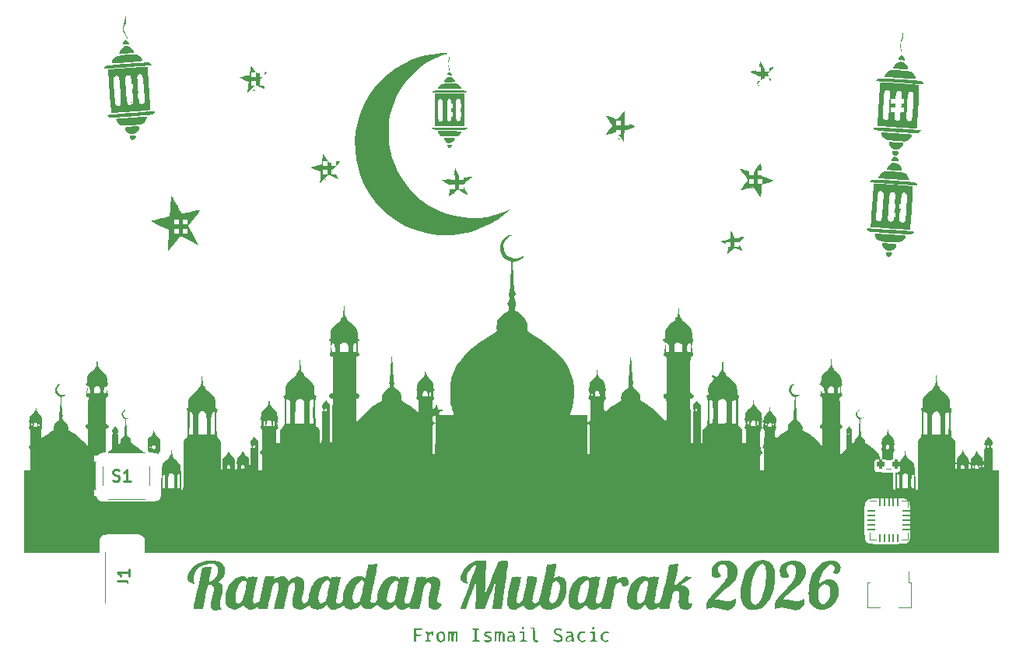
<source format=gto>
%TF.GenerationSoftware,KiCad,Pcbnew,9.0.7*%
%TF.CreationDate,2026-01-22T21:49:42+01:00*%
%TF.ProjectId,RamadanCard,52616d61-6461-46e4-9361-72642e6b6963,rev?*%
%TF.SameCoordinates,Original*%
%TF.FileFunction,Legend,Top*%
%TF.FilePolarity,Positive*%
%FSLAX46Y46*%
G04 Gerber Fmt 4.6, Leading zero omitted, Abs format (unit mm)*
G04 Created by KiCad (PCBNEW 9.0.7) date 2026-01-22 21:49:42*
%MOMM*%
%LPD*%
G01*
G04 APERTURE LIST*
G04 Aperture macros list*
%AMRoundRect*
0 Rectangle with rounded corners*
0 $1 Rounding radius*
0 $2 $3 $4 $5 $6 $7 $8 $9 X,Y pos of 4 corners*
0 Add a 4 corners polygon primitive as box body*
4,1,4,$2,$3,$4,$5,$6,$7,$8,$9,$2,$3,0*
0 Add four circle primitives for the rounded corners*
1,1,$1+$1,$2,$3*
1,1,$1+$1,$4,$5*
1,1,$1+$1,$6,$7*
1,1,$1+$1,$8,$9*
0 Add four rect primitives between the rounded corners*
20,1,$1+$1,$2,$3,$4,$5,0*
20,1,$1+$1,$4,$5,$6,$7,0*
20,1,$1+$1,$6,$7,$8,$9,0*
20,1,$1+$1,$8,$9,$2,$3,0*%
%AMFreePoly0*
4,1,9,3.862500,-0.866500,0.737500,-0.866500,0.737500,-0.450000,-0.737500,-0.450000,-0.737500,0.450000,0.737500,0.450000,0.737500,0.866500,3.862500,0.866500,3.862500,-0.866500,3.862500,-0.866500,$1*%
G04 Aperture macros list end*
%ADD10C,0.254000*%
%ADD11C,0.100000*%
%ADD12C,0.120000*%
%ADD13C,0.000000*%
%ADD14C,0.200000*%
%ADD15R,0.550000X0.550000*%
%ADD16RoundRect,0.200000X0.200000X0.275000X-0.200000X0.275000X-0.200000X-0.275000X0.200000X-0.275000X0*%
%ADD17R,0.900000X1.300000*%
%ADD18FreePoly0,270.000000*%
%ADD19C,0.900000*%
%ADD20R,1.200000X0.900000*%
%ADD21R,0.900000X0.800000*%
%ADD22RoundRect,0.062500X-0.350000X-0.062500X0.350000X-0.062500X0.350000X0.062500X-0.350000X0.062500X0*%
%ADD23RoundRect,0.062500X-0.062500X-0.350000X0.062500X-0.350000X0.062500X0.350000X-0.062500X0.350000X0*%
%ADD24R,2.500000X2.500000*%
%ADD25R,1.000000X0.750000*%
G04 APERTURE END LIST*
D10*
X79553918Y-130562632D02*
X80461061Y-130562632D01*
X80461061Y-130562632D02*
X80642489Y-130623109D01*
X80642489Y-130623109D02*
X80763442Y-130744061D01*
X80763442Y-130744061D02*
X80823918Y-130925490D01*
X80823918Y-130925490D02*
X80823918Y-131046442D01*
X80823918Y-129292632D02*
X80823918Y-130018347D01*
X80823918Y-129655490D02*
X79553918Y-129655490D01*
X79553918Y-129655490D02*
X79735346Y-129776442D01*
X79735346Y-129776442D02*
X79856299Y-129897394D01*
X79856299Y-129897394D02*
X79916775Y-130018347D01*
X79031780Y-119638142D02*
X79213209Y-119698618D01*
X79213209Y-119698618D02*
X79515590Y-119698618D01*
X79515590Y-119698618D02*
X79636542Y-119638142D01*
X79636542Y-119638142D02*
X79697018Y-119577665D01*
X79697018Y-119577665D02*
X79757495Y-119456713D01*
X79757495Y-119456713D02*
X79757495Y-119335761D01*
X79757495Y-119335761D02*
X79697018Y-119214808D01*
X79697018Y-119214808D02*
X79636542Y-119154332D01*
X79636542Y-119154332D02*
X79515590Y-119093856D01*
X79515590Y-119093856D02*
X79273685Y-119033380D01*
X79273685Y-119033380D02*
X79152733Y-118972903D01*
X79152733Y-118972903D02*
X79092256Y-118912427D01*
X79092256Y-118912427D02*
X79031780Y-118791475D01*
X79031780Y-118791475D02*
X79031780Y-118670522D01*
X79031780Y-118670522D02*
X79092256Y-118549570D01*
X79092256Y-118549570D02*
X79152733Y-118489094D01*
X79152733Y-118489094D02*
X79273685Y-118428618D01*
X79273685Y-118428618D02*
X79576066Y-118428618D01*
X79576066Y-118428618D02*
X79757495Y-118489094D01*
X80967019Y-119698618D02*
X80241304Y-119698618D01*
X80604161Y-119698618D02*
X80604161Y-118428618D01*
X80604161Y-118428618D02*
X80483209Y-118610046D01*
X80483209Y-118610046D02*
X80362257Y-118730999D01*
X80362257Y-118730999D02*
X80241304Y-118791475D01*
D11*
%TO.C,D14*%
X148520100Y-87819200D02*
X148520100Y-87819200D01*
X148620100Y-87819200D02*
X148620100Y-87819200D01*
X148520100Y-87819200D02*
G75*
G02*
X148620100Y-87819200I50000J0D01*
G01*
X148620100Y-87819200D02*
G75*
G02*
X148520100Y-87819200I-50000J0D01*
G01*
D12*
%TO.C,R1*%
X163681958Y-117350700D02*
X163207442Y-117350700D01*
X163681958Y-118395700D02*
X163207442Y-118395700D01*
%TO.C,U2*%
X161194200Y-130694500D02*
X161424200Y-130694500D01*
X161194200Y-133414500D02*
X161194200Y-130694500D01*
X162504200Y-133414500D02*
X161194200Y-133414500D01*
X165684200Y-129554500D02*
X165684200Y-130694500D01*
X165914200Y-130694500D02*
X165684200Y-130694500D01*
X165914200Y-130694500D02*
X165914200Y-133414500D01*
X165914200Y-133414500D02*
X164604200Y-133414500D01*
D11*
%TO.C,J1*%
X78199600Y-127389300D02*
X78199600Y-132889300D01*
D13*
%TO.C,G\u002A\u002A\u002A*%
G36*
X123783394Y-135564947D02*
G01*
X123829069Y-135655314D01*
X123785361Y-135748419D01*
X123688101Y-135773243D01*
X123588091Y-135716895D01*
X123587799Y-135716543D01*
X123547261Y-135619677D01*
X123579509Y-135564537D01*
X123681060Y-135527120D01*
X123783394Y-135564947D01*
G37*
G36*
X131432906Y-135564829D02*
G01*
X131449069Y-135630467D01*
X131417562Y-135754598D01*
X131331099Y-135779226D01*
X131275200Y-135754157D01*
X131225758Y-135670715D01*
X131253473Y-135573546D01*
X131339199Y-135517356D01*
X131358611Y-135515814D01*
X131432906Y-135564829D01*
G37*
G36*
X115673862Y-74792075D02*
G01*
X115706976Y-74910232D01*
X115727515Y-75046017D01*
X115721643Y-75121747D01*
X115720391Y-75123251D01*
X115692034Y-75092102D01*
X115658998Y-74979718D01*
X115655290Y-74961918D01*
X115634929Y-74811503D01*
X115644356Y-74751652D01*
X115673862Y-74792075D01*
G37*
G36*
X115885317Y-83129561D02*
G01*
X115959173Y-83166643D01*
X115941619Y-83248958D01*
X115880836Y-83344066D01*
X115763057Y-83456927D01*
X115642787Y-83452715D01*
X115538922Y-83367325D01*
X115451313Y-83241424D01*
X115466349Y-83163182D01*
X115588452Y-83126117D01*
X115706976Y-83120930D01*
X115885317Y-83129561D01*
G37*
G36*
X115872056Y-75327528D02*
G01*
X115911642Y-75378907D01*
X115960282Y-75484763D01*
X115945492Y-75538500D01*
X115847406Y-75557697D01*
X115706976Y-75560000D01*
X115519444Y-75544236D01*
X115443263Y-75496451D01*
X115441162Y-75483209D01*
X115489373Y-75358445D01*
X115605633Y-75284620D01*
X115747381Y-75271169D01*
X115872056Y-75327528D01*
G37*
G36*
X81440832Y-82134683D02*
G01*
X81561979Y-82192557D01*
X81581115Y-82296455D01*
X81510714Y-82442084D01*
X81372601Y-82557609D01*
X81194080Y-82589650D01*
X81022937Y-82533323D01*
X80978172Y-82496478D01*
X80903940Y-82364664D01*
X80885348Y-82260199D01*
X80894300Y-82178164D01*
X80940337Y-82135341D01*
X81052236Y-82119095D01*
X81212086Y-82116744D01*
X81440832Y-82134683D01*
G37*
G36*
X115966968Y-82354164D02*
G01*
X116130945Y-82361331D01*
X116221028Y-82380139D01*
X116259343Y-82416203D01*
X116268011Y-82475137D01*
X116268139Y-82495447D01*
X116217686Y-82642323D01*
X116086398Y-82790795D01*
X115857250Y-82918390D01*
X115614590Y-82942870D01*
X115387219Y-82863940D01*
X115302113Y-82798867D01*
X115188769Y-82649821D01*
X115145814Y-82503518D01*
X115145814Y-82353023D01*
X115706976Y-82353023D01*
X115966968Y-82354164D01*
G37*
G36*
X165059760Y-73486426D02*
G01*
X165178873Y-73620730D01*
X165235695Y-73799637D01*
X165236976Y-73830585D01*
X165205557Y-73936859D01*
X165133604Y-73954796D01*
X165010569Y-73943074D01*
X164832033Y-73926646D01*
X164779186Y-73921865D01*
X164615955Y-73896178D01*
X164542091Y-73847868D01*
X164528139Y-73784510D01*
X164579571Y-73635399D01*
X164706058Y-73506800D01*
X164865889Y-73437182D01*
X164908743Y-73433488D01*
X165059760Y-73486426D01*
G37*
G36*
X80575037Y-71754718D02*
G01*
X80690504Y-71832836D01*
X80782524Y-71955920D01*
X80828431Y-72083292D01*
X80807673Y-72172249D01*
X80730362Y-72199294D01*
X80574584Y-72225734D01*
X80442257Y-72239786D01*
X80256737Y-72251971D01*
X80159961Y-72241847D01*
X80123133Y-72198973D01*
X80117441Y-72122030D01*
X80159247Y-71982375D01*
X80260409Y-71843127D01*
X80265973Y-71837799D01*
X80388985Y-71745209D01*
X80501853Y-71733872D01*
X80575037Y-71754718D01*
G37*
G36*
X115714029Y-73480247D02*
G01*
X115703820Y-73631676D01*
X115677112Y-73842673D01*
X115638873Y-74020144D01*
X115610490Y-74097982D01*
X115575499Y-74235300D01*
X115573223Y-74416309D01*
X115576580Y-74446189D01*
X115591153Y-74607461D01*
X115581845Y-74668763D01*
X115553253Y-74623620D01*
X115523241Y-74521305D01*
X115517619Y-74366826D01*
X115550153Y-74109546D01*
X115619471Y-73757991D01*
X115703145Y-73403953D01*
X115714215Y-73392873D01*
X115714029Y-73480247D01*
G37*
G36*
X164032763Y-83828454D02*
G01*
X164188662Y-83829580D01*
X164291860Y-83829767D01*
X164471210Y-83837025D01*
X164560416Y-83865305D01*
X164586934Y-83924369D01*
X164587209Y-83934763D01*
X164541090Y-84113641D01*
X164424232Y-84238078D01*
X164268880Y-84296557D01*
X164107280Y-84277562D01*
X163971677Y-84169573D01*
X163963447Y-84157555D01*
X163903811Y-84023770D01*
X163891161Y-83901628D01*
X163926866Y-83831422D01*
X163952209Y-83826647D01*
X164032763Y-83828454D01*
G37*
G36*
X164326047Y-84472187D02*
G01*
X164455717Y-84599950D01*
X164524787Y-84762649D01*
X164528139Y-84804418D01*
X164516881Y-84897026D01*
X164461477Y-84938274D01*
X164329482Y-84946364D01*
X164277093Y-84945241D01*
X164093760Y-84934683D01*
X163948321Y-84916896D01*
X163922674Y-84911374D01*
X163838713Y-84845635D01*
X163830791Y-84734691D01*
X163883669Y-84608340D01*
X163982111Y-84496380D01*
X164110877Y-84428608D01*
X164173720Y-84420465D01*
X164326047Y-84472187D01*
G37*
G36*
X163267051Y-93833425D02*
G01*
X163535631Y-93852756D01*
X163802681Y-93866495D01*
X164007277Y-93871628D01*
X164218403Y-93891801D01*
X164325138Y-93960298D01*
X164335498Y-94089085D01*
X164270169Y-94264078D01*
X164115455Y-94463605D01*
X163922138Y-94582296D01*
X163722266Y-94663809D01*
X163572259Y-94688162D01*
X163418660Y-94655473D01*
X163247289Y-94583809D01*
X163011774Y-94420995D01*
X162862535Y-94196209D01*
X162815116Y-93954498D01*
X162815116Y-93795223D01*
X163267051Y-93833425D01*
G37*
G36*
X163721647Y-94820918D02*
G01*
X163828464Y-94839611D01*
X163871547Y-94882076D01*
X163878372Y-94937568D01*
X163840972Y-95047896D01*
X163751251Y-95180058D01*
X163642927Y-95293127D01*
X163549720Y-95346176D01*
X163541405Y-95346576D01*
X163457330Y-95318658D01*
X163376279Y-95277787D01*
X163230024Y-95161984D01*
X163173882Y-95012671D01*
X163170439Y-94949651D01*
X163179595Y-94875825D01*
X163226648Y-94835948D01*
X163339050Y-94819699D01*
X163523953Y-94816744D01*
X163721647Y-94820918D01*
G37*
G36*
X80896598Y-72471707D02*
G01*
X81122100Y-72630628D01*
X81282342Y-72843535D01*
X81329093Y-72969340D01*
X81342590Y-73026867D01*
X81340904Y-73070455D01*
X81309260Y-73103558D01*
X81232885Y-73129629D01*
X81097002Y-73152123D01*
X80886838Y-73174494D01*
X80587618Y-73200196D01*
X80212135Y-73230464D01*
X79745665Y-73267985D01*
X79781831Y-73040620D01*
X79865348Y-72826351D01*
X80026510Y-72619680D01*
X80229085Y-72459656D01*
X80380758Y-72395116D01*
X80638572Y-72386596D01*
X80896598Y-72471707D01*
G37*
G36*
X115901905Y-75781282D02*
G01*
X116079575Y-75893401D01*
X116213495Y-76043415D01*
X116268098Y-76201173D01*
X116268139Y-76205223D01*
X116260612Y-76262181D01*
X116223370Y-76298120D01*
X116134423Y-76317849D01*
X115971781Y-76326175D01*
X115713455Y-76327906D01*
X115706976Y-76327907D01*
X115446984Y-76326765D01*
X115283008Y-76319598D01*
X115192924Y-76300790D01*
X115154610Y-76264727D01*
X115145941Y-76205793D01*
X115145814Y-76185483D01*
X115198706Y-76028769D01*
X115334594Y-75883905D01*
X115519292Y-75777763D01*
X115716052Y-75737209D01*
X115901905Y-75781282D01*
G37*
G36*
X164306374Y-82851456D02*
G01*
X164596779Y-82868486D01*
X164841248Y-82885180D01*
X165017403Y-82899834D01*
X165102867Y-82910742D01*
X165107276Y-82912470D01*
X165106381Y-82985907D01*
X165049426Y-83116485D01*
X164956041Y-83270634D01*
X164845853Y-83414783D01*
X164767918Y-83492874D01*
X164611028Y-83598755D01*
X164438709Y-83645139D01*
X164280378Y-83652558D01*
X164093699Y-83642876D01*
X163960797Y-83598637D01*
X163829289Y-83497048D01*
X163753283Y-83423228D01*
X163602699Y-83248914D01*
X163534065Y-83097973D01*
X163523953Y-83001411D01*
X163523953Y-82808924D01*
X164306374Y-82851456D01*
G37*
G36*
X81884680Y-81138920D02*
G01*
X81945978Y-81187010D01*
X81947164Y-81272279D01*
X81902702Y-81402445D01*
X81863554Y-81497115D01*
X81715991Y-81710095D01*
X81497067Y-81858970D01*
X81238549Y-81935921D01*
X80972207Y-81933127D01*
X80729809Y-81842769D01*
X80661263Y-81793056D01*
X80527891Y-81651111D01*
X80426205Y-81489539D01*
X80372381Y-81341678D01*
X80382592Y-81240865D01*
X80389495Y-81232926D01*
X80465642Y-81210782D01*
X80635590Y-81186484D01*
X80875105Y-81162811D01*
X81159952Y-81142543D01*
X81195465Y-81140503D01*
X81523888Y-81123387D01*
X81748805Y-81120286D01*
X81884680Y-81138920D01*
G37*
G36*
X125010465Y-136313256D02*
G01*
X125040000Y-137022093D01*
X125202441Y-137010972D01*
X125325301Y-137033037D01*
X125367218Y-137098004D01*
X125315115Y-137171385D01*
X125271447Y-137192982D01*
X125163347Y-137222105D01*
X125056748Y-137203681D01*
X125010465Y-137187844D01*
X124909023Y-137132066D01*
X124840456Y-137036899D01*
X124798989Y-136882139D01*
X124778850Y-136647586D01*
X124774186Y-136361035D01*
X124774186Y-135752093D01*
X124592054Y-135752093D01*
X124459995Y-135732143D01*
X124434534Y-135678256D01*
X124507499Y-135629498D01*
X124667263Y-135605599D01*
X124720038Y-135604418D01*
X124980930Y-135604418D01*
X125010465Y-136313256D01*
G37*
G36*
X164402900Y-85153313D02*
G01*
X164624991Y-85281783D01*
X164790856Y-85469733D01*
X164876073Y-85706145D01*
X164882337Y-85793837D01*
X164882640Y-85858517D01*
X164872170Y-85904074D01*
X164834165Y-85932272D01*
X164751862Y-85944874D01*
X164608498Y-85943643D01*
X164387310Y-85930344D01*
X164071535Y-85906738D01*
X163919348Y-85895136D01*
X163669687Y-85873300D01*
X163466927Y-85850135D01*
X163338172Y-85829037D01*
X163307408Y-85818493D01*
X163306461Y-85743460D01*
X163360949Y-85612027D01*
X163450952Y-85458780D01*
X163556551Y-85318308D01*
X163643478Y-85234944D01*
X163887723Y-85118876D01*
X164149004Y-85095338D01*
X164402900Y-85153313D01*
G37*
G36*
X165050094Y-71129767D02*
G01*
X165029471Y-71403234D01*
X164969088Y-71692159D01*
X164941627Y-71779535D01*
X164842707Y-72173642D01*
X164839204Y-72549260D01*
X164887337Y-72807765D01*
X164922163Y-73009042D01*
X164929453Y-73194507D01*
X164925722Y-73232643D01*
X164900259Y-73403953D01*
X164891408Y-73230518D01*
X164872239Y-73080649D01*
X164831491Y-72868070D01*
X164788651Y-72682638D01*
X164742431Y-72484030D01*
X164725390Y-72336427D01*
X164739693Y-72193397D01*
X164787505Y-72008508D01*
X164826016Y-71881422D01*
X164899837Y-71615079D01*
X164963534Y-71339183D01*
X165000783Y-71129767D01*
X165044277Y-70804883D01*
X165050094Y-71129767D01*
G37*
G36*
X165067488Y-74130717D02*
G01*
X165236976Y-74213103D01*
X165437810Y-74396650D01*
X165557501Y-74607584D01*
X165580434Y-74808077D01*
X165569535Y-74861561D01*
X165541793Y-74896831D01*
X165477860Y-74915971D01*
X165358389Y-74921061D01*
X165164033Y-74914187D01*
X164875445Y-74897430D01*
X164795946Y-74892535D01*
X164508635Y-74873439D01*
X164267247Y-74854783D01*
X164094469Y-74838514D01*
X164012991Y-74826579D01*
X164009811Y-74825083D01*
X164012097Y-74753815D01*
X164066168Y-74623914D01*
X164152705Y-74471089D01*
X164252390Y-74331052D01*
X164311854Y-74266747D01*
X164533492Y-74136622D01*
X164799172Y-74090479D01*
X165067488Y-74130717D01*
G37*
G36*
X116076594Y-81645619D02*
G01*
X116406911Y-81649629D01*
X116676919Y-81655782D01*
X116869588Y-81663643D01*
X116967891Y-81672780D01*
X116976976Y-81676654D01*
X116952428Y-81746396D01*
X116892790Y-81871861D01*
X116887372Y-81882398D01*
X116800662Y-82015922D01*
X116687292Y-82111773D01*
X116528140Y-82175542D01*
X116304088Y-82212825D01*
X115996014Y-82229212D01*
X115695142Y-82231139D01*
X115398216Y-82226048D01*
X115136312Y-82214871D01*
X114936378Y-82199213D01*
X114825362Y-82180681D01*
X114820930Y-82179041D01*
X114636641Y-82049503D01*
X114498588Y-81852243D01*
X114469517Y-81777093D01*
X114429015Y-81644186D01*
X115702996Y-81644186D01*
X116076594Y-81645619D01*
G37*
G36*
X116112992Y-76456077D02*
G01*
X116378248Y-76485357D01*
X116569277Y-76529417D01*
X116601465Y-76542616D01*
X116749739Y-76646764D01*
X116882204Y-76793896D01*
X116964902Y-76942260D01*
X116976976Y-77004276D01*
X116920750Y-77013811D01*
X116763441Y-77022240D01*
X116522105Y-77029125D01*
X116213796Y-77034031D01*
X115855570Y-77036521D01*
X115706976Y-77036744D01*
X115333991Y-77035306D01*
X115004314Y-77031285D01*
X114735000Y-77025115D01*
X114543104Y-77017233D01*
X114445682Y-77008075D01*
X114436976Y-77004276D01*
X114478370Y-76878809D01*
X114580152Y-76726432D01*
X114708725Y-76591812D01*
X114789461Y-76535651D01*
X114947498Y-76489197D01*
X115190760Y-76458135D01*
X115487357Y-76442343D01*
X115805397Y-76441698D01*
X116112992Y-76456077D01*
G37*
G36*
X80452700Y-69269070D02*
G01*
X80505066Y-69592604D01*
X80449564Y-69942991D01*
X80346642Y-70197065D01*
X80253729Y-70452332D01*
X80258713Y-70684790D01*
X80364421Y-70928664D01*
X80413318Y-71004934D01*
X80521342Y-71188316D01*
X80611337Y-71383411D01*
X80671240Y-71557993D01*
X80688991Y-71679841D01*
X80677779Y-71711446D01*
X80640793Y-71680780D01*
X80581582Y-71571108D01*
X80561240Y-71524688D01*
X80503689Y-71374456D01*
X80473283Y-71270722D01*
X80471860Y-71257926D01*
X80437817Y-71184040D01*
X80351373Y-71056261D01*
X80294651Y-70982093D01*
X80171845Y-70789965D01*
X80125415Y-70598607D01*
X80153451Y-70375393D01*
X80243713Y-70113000D01*
X80353194Y-69686569D01*
X80369854Y-69416744D01*
X80369723Y-69032790D01*
X80452700Y-69269070D01*
G37*
G36*
X112514613Y-135697664D02*
G01*
X112651782Y-135714437D01*
X112713802Y-135747614D01*
X112723953Y-135781628D01*
X112694786Y-135835062D01*
X112592439Y-135862572D01*
X112399069Y-135870232D01*
X112074186Y-135870232D01*
X112074186Y-136103275D01*
X112074186Y-136336317D01*
X112350150Y-136354321D01*
X112550764Y-136383843D01*
X112647540Y-136429725D01*
X112638315Y-136477230D01*
X112520927Y-136511621D01*
X112374457Y-136520000D01*
X112074186Y-136520000D01*
X112074186Y-136844883D01*
X112069058Y-137032633D01*
X112046887Y-137130440D01*
X111997493Y-137166302D01*
X111956046Y-137169767D01*
X111907018Y-137163042D01*
X111873821Y-137130073D01*
X111853384Y-137051668D01*
X111842636Y-136908636D01*
X111838507Y-136681785D01*
X111837907Y-136431395D01*
X111837907Y-135693023D01*
X112280930Y-135693023D01*
X112514613Y-135697664D01*
G37*
G36*
X123829069Y-136516076D02*
G01*
X123830634Y-136749456D01*
X123840770Y-136889891D01*
X123867639Y-136962572D01*
X123919404Y-136992694D01*
X123986956Y-137003402D01*
X124112498Y-137041933D01*
X124169088Y-137095930D01*
X124148869Y-137135527D01*
X124046447Y-137159027D01*
X123846943Y-137168995D01*
X123740465Y-137169767D01*
X123499383Y-137164351D01*
X123361143Y-137146393D01*
X123310866Y-137113332D01*
X123311842Y-137095930D01*
X123382537Y-137034767D01*
X123493974Y-137003402D01*
X123579216Y-136986805D01*
X123626479Y-136943753D01*
X123646940Y-136846015D01*
X123651781Y-136665357D01*
X123651860Y-136604681D01*
X123651860Y-136224651D01*
X123474651Y-136224651D01*
X123333963Y-136198234D01*
X123297441Y-136136046D01*
X123332229Y-136077646D01*
X123450513Y-136051044D01*
X123563255Y-136047442D01*
X123829069Y-136047442D01*
X123829069Y-136516076D01*
G37*
G36*
X116236058Y-77214792D02*
G01*
X116658764Y-77218082D01*
X116986850Y-77224979D01*
X117232073Y-77236641D01*
X117406189Y-77254226D01*
X117520955Y-77278891D01*
X117588127Y-77311794D01*
X117619461Y-77354093D01*
X117626744Y-77402977D01*
X117569987Y-77414368D01*
X117408964Y-77424772D01*
X117157547Y-77433846D01*
X116829607Y-77441250D01*
X116439017Y-77446642D01*
X115999648Y-77449680D01*
X115706976Y-77450232D01*
X115244202Y-77448835D01*
X114821553Y-77444872D01*
X114452900Y-77438683D01*
X114152115Y-77430610D01*
X113933071Y-77420996D01*
X113809638Y-77410181D01*
X113787209Y-77402977D01*
X113795732Y-77350882D01*
X113829139Y-77309262D01*
X113899186Y-77276958D01*
X114017631Y-77252813D01*
X114196228Y-77235669D01*
X114446735Y-77224369D01*
X114780907Y-77217756D01*
X115210503Y-77214670D01*
X115706976Y-77213953D01*
X116236058Y-77214792D01*
G37*
G36*
X132823504Y-136031231D02*
G01*
X132957790Y-136071057D01*
X133028487Y-136141631D01*
X133015795Y-136222423D01*
X132937072Y-136245612D01*
X132837519Y-136214044D01*
X132703330Y-136180979D01*
X132571242Y-136230130D01*
X132544280Y-136247168D01*
X132445942Y-136334927D01*
X132402415Y-136455804D01*
X132394186Y-136608604D01*
X132407493Y-136789694D01*
X132460183Y-136900513D01*
X132544280Y-136970040D01*
X132682586Y-137033886D01*
X132811752Y-137014246D01*
X132837519Y-137003164D01*
X132966208Y-136968771D01*
X133018976Y-136999932D01*
X133017064Y-137081165D01*
X132926360Y-137148259D01*
X132776176Y-137189957D01*
X132595823Y-137195004D01*
X132533261Y-137186448D01*
X132356143Y-137101645D01*
X132236780Y-136942247D01*
X132176623Y-136737518D01*
X132177121Y-136516720D01*
X132239723Y-136309117D01*
X132365879Y-136143972D01*
X132478214Y-136075082D01*
X132654141Y-136029968D01*
X132823504Y-136031231D01*
G37*
G36*
X162347463Y-92812113D02*
G01*
X162570241Y-92822503D01*
X162859415Y-92838295D01*
X163196164Y-92858239D01*
X163561666Y-92881088D01*
X163937099Y-92905593D01*
X164303643Y-92930506D01*
X164642474Y-92954578D01*
X164934771Y-92976561D01*
X165161713Y-92995207D01*
X165304478Y-93009266D01*
X165345396Y-93016336D01*
X165343297Y-93086810D01*
X165283877Y-93213001D01*
X165188035Y-93362091D01*
X165076673Y-93501263D01*
X164978647Y-93592210D01*
X164822981Y-93666506D01*
X164595314Y-93714223D01*
X164285484Y-93735924D01*
X163883333Y-93732173D01*
X163378698Y-93703534D01*
X163208605Y-93690401D01*
X162808430Y-93644102D01*
X162507733Y-93572193D01*
X162288845Y-93464341D01*
X162134094Y-93310212D01*
X162025812Y-93099471D01*
X161985062Y-92974854D01*
X161961651Y-92873504D01*
X161985801Y-92824868D01*
X162083656Y-92809588D01*
X162209904Y-92808372D01*
X162347463Y-92812113D01*
G37*
G36*
X131508139Y-136515891D02*
G01*
X131510562Y-136750397D01*
X131522229Y-136891865D01*
X131549740Y-136965367D01*
X131599696Y-136995975D01*
X131636419Y-137003217D01*
X131749353Y-137048379D01*
X131789016Y-137095930D01*
X131768856Y-137135523D01*
X131666513Y-137159023D01*
X131467106Y-137168992D01*
X131360465Y-137169767D01*
X131119383Y-137164351D01*
X130981143Y-137146393D01*
X130930866Y-137113332D01*
X130931842Y-137095930D01*
X131002537Y-137034767D01*
X131113974Y-137003402D01*
X131199216Y-136986805D01*
X131246479Y-136943753D01*
X131266940Y-136846015D01*
X131271781Y-136665357D01*
X131271860Y-136604681D01*
X131269207Y-136399588D01*
X131254299Y-136285798D01*
X131216712Y-136236485D01*
X131146024Y-136224826D01*
X131124186Y-136224651D01*
X131005415Y-136193841D01*
X130976511Y-136136046D01*
X131011298Y-136077646D01*
X131129583Y-136051044D01*
X131242325Y-136047442D01*
X131508139Y-136047442D01*
X131508139Y-136515891D01*
G37*
G36*
X116236904Y-81232369D02*
G01*
X116694418Y-81237214D01*
X117070724Y-81244977D01*
X117357027Y-81255403D01*
X117544532Y-81268236D01*
X117624446Y-81283222D01*
X117626744Y-81286418D01*
X117583220Y-81358254D01*
X117495461Y-81434092D01*
X117441089Y-81461663D01*
X117357067Y-81483162D01*
X117229999Y-81499250D01*
X117046490Y-81510590D01*
X116793146Y-81517841D01*
X116456572Y-81521666D01*
X116023373Y-81522725D01*
X115708600Y-81522302D01*
X115271794Y-81519467D01*
X114868641Y-81513340D01*
X114515717Y-81504452D01*
X114229603Y-81493334D01*
X114026877Y-81480514D01*
X113924116Y-81466523D01*
X113920116Y-81465136D01*
X113817318Y-81390514D01*
X113787209Y-81321206D01*
X113798692Y-81296131D01*
X113840834Y-81276082D01*
X113925172Y-81260515D01*
X114063241Y-81248885D01*
X114266580Y-81240650D01*
X114546725Y-81235265D01*
X114915212Y-81232185D01*
X115383579Y-81230868D01*
X115706976Y-81230697D01*
X116236904Y-81232369D01*
G37*
G36*
X130416952Y-136072923D02*
G01*
X130473877Y-136156714D01*
X130474418Y-136168003D01*
X130459807Y-136220249D01*
X130397249Y-136230016D01*
X130258654Y-136198974D01*
X130205214Y-136184001D01*
X130097085Y-136199720D01*
X129971783Y-136272282D01*
X129864333Y-136427833D01*
X129833415Y-136628683D01*
X129879734Y-136829536D01*
X129961242Y-136948658D01*
X130066504Y-137027122D01*
X130181596Y-137028101D01*
X130257204Y-137005059D01*
X130419183Y-136970230D01*
X130495680Y-137010872D01*
X130503953Y-137055694D01*
X130457029Y-137094836D01*
X130348509Y-137149978D01*
X130226773Y-137199989D01*
X130140197Y-137223738D01*
X130125952Y-137220793D01*
X130071329Y-137204846D01*
X129988270Y-137187304D01*
X129823217Y-137100532D01*
X129699171Y-136932475D01*
X129627226Y-136716135D01*
X129618475Y-136484518D01*
X129681627Y-136275030D01*
X129784482Y-136165882D01*
X129940732Y-136086873D01*
X130119088Y-136042227D01*
X130288258Y-136036169D01*
X130416952Y-136072923D01*
G37*
G36*
X82749443Y-80092305D02*
G01*
X82778470Y-80174722D01*
X82722866Y-80326072D01*
X82629921Y-80494217D01*
X82526924Y-80643750D01*
X82404538Y-80756570D01*
X82243233Y-80839965D01*
X82023475Y-80901224D01*
X81725732Y-80947636D01*
X81330473Y-80986490D01*
X81305146Y-80988583D01*
X80885813Y-81021344D01*
X80565908Y-81041291D01*
X80327355Y-81047843D01*
X80152076Y-81040421D01*
X80021995Y-81018445D01*
X79919037Y-80981335D01*
X79846388Y-80941790D01*
X79662336Y-80803660D01*
X79522729Y-80650461D01*
X79436914Y-80502324D01*
X79414239Y-80379383D01*
X79464051Y-80301770D01*
X79541511Y-80285153D01*
X79647584Y-80280605D01*
X79850067Y-80268328D01*
X80127594Y-80249880D01*
X80458803Y-80226820D01*
X80822329Y-80200708D01*
X81196807Y-80173102D01*
X81560873Y-80145562D01*
X81893163Y-80119646D01*
X82172313Y-80096913D01*
X82376958Y-80078923D01*
X82406395Y-80076097D01*
X82628009Y-80064278D01*
X82749443Y-80092305D01*
G37*
G36*
X164302233Y-75009451D02*
G01*
X164631534Y-75024789D01*
X164973776Y-75049108D01*
X165302941Y-75080583D01*
X165593009Y-75117390D01*
X165817963Y-75157705D01*
X165945034Y-75196318D01*
X166133054Y-75327760D01*
X166293180Y-75513068D01*
X166396068Y-75712677D01*
X166418372Y-75834549D01*
X166421166Y-75876484D01*
X166421522Y-75909698D01*
X166407402Y-75934341D01*
X166366766Y-75950560D01*
X166287575Y-75958505D01*
X166157790Y-75958325D01*
X165965372Y-75950170D01*
X165698283Y-75934187D01*
X165344482Y-75910526D01*
X164891930Y-75879336D01*
X164572682Y-75857391D01*
X164169240Y-75828557D01*
X163805714Y-75800223D01*
X163498451Y-75773856D01*
X163263799Y-75750921D01*
X163118103Y-75732884D01*
X163076815Y-75723249D01*
X163066279Y-75637664D01*
X163129382Y-75506197D01*
X163245227Y-75353821D01*
X163392923Y-75205512D01*
X163551574Y-75086243D01*
X163652152Y-75035559D01*
X163786523Y-75013011D01*
X164011890Y-75004917D01*
X164302233Y-75009451D01*
G37*
G36*
X81505811Y-73316038D02*
G01*
X81686936Y-73337751D01*
X81828383Y-73378431D01*
X81949585Y-73439523D01*
X81978994Y-73458151D01*
X82091081Y-73562201D01*
X82194180Y-73706222D01*
X82268504Y-73854213D01*
X82294266Y-73970177D01*
X82280732Y-74007097D01*
X82212840Y-74022793D01*
X82046108Y-74044592D01*
X81799588Y-74070930D01*
X81492328Y-74100239D01*
X81143380Y-74130954D01*
X80771795Y-74161508D01*
X80396623Y-74190337D01*
X80036914Y-74215872D01*
X79711719Y-74236550D01*
X79440089Y-74250802D01*
X79241075Y-74257065D01*
X79239759Y-74257079D01*
X79057720Y-74256447D01*
X78967955Y-74239618D01*
X78944603Y-74191794D01*
X78961807Y-74098174D01*
X78961843Y-74098023D01*
X79084399Y-73825685D01*
X79301738Y-73597779D01*
X79405617Y-73528149D01*
X79512752Y-73480251D01*
X79664692Y-73441155D01*
X79880258Y-73407883D01*
X80178272Y-73377455D01*
X80530064Y-73350214D01*
X80946807Y-73323717D01*
X81265579Y-73311842D01*
X81505811Y-73316038D01*
G37*
G36*
X114991500Y-136074129D02*
G01*
X115140173Y-136194263D01*
X115217121Y-136402973D01*
X115231265Y-136611872D01*
X115214243Y-136840249D01*
X115162420Y-136987731D01*
X115113125Y-137049416D01*
X114915290Y-137173932D01*
X114696848Y-137197981D01*
X114555116Y-137153828D01*
X114380873Y-137001381D01*
X114288501Y-136775635D01*
X114286728Y-136608604D01*
X114496046Y-136608604D01*
X114528259Y-136833273D01*
X114616425Y-136987842D01*
X114747838Y-137051132D01*
X114761860Y-137051628D01*
X114865638Y-137012896D01*
X114934850Y-136958804D01*
X115013442Y-136816696D01*
X115034628Y-136633154D01*
X115005979Y-136442890D01*
X114935066Y-136280619D01*
X114829459Y-136181056D01*
X114761860Y-136165581D01*
X114627059Y-136219269D01*
X114534317Y-136366213D01*
X114496344Y-136585234D01*
X114496046Y-136608604D01*
X114286728Y-136608604D01*
X114285524Y-136495103D01*
X114286024Y-136491731D01*
X114361204Y-136246106D01*
X114502214Y-136096565D01*
X114715266Y-136037200D01*
X114765491Y-136035628D01*
X114991500Y-136074129D01*
G37*
G36*
X163431223Y-86021635D02*
G01*
X163722804Y-86034540D01*
X164048986Y-86051888D01*
X164443926Y-86075467D01*
X164739690Y-86098597D01*
X164955203Y-86123920D01*
X165109388Y-86154079D01*
X165221169Y-86191717D01*
X165285359Y-86224540D01*
X165471470Y-86375030D01*
X165619539Y-86568553D01*
X165701525Y-86764782D01*
X165709534Y-86834530D01*
X165706690Y-86875592D01*
X165690418Y-86907665D01*
X165649105Y-86930868D01*
X165571141Y-86945316D01*
X165444915Y-86951127D01*
X165258816Y-86948417D01*
X165001231Y-86937304D01*
X164660550Y-86917905D01*
X164225162Y-86890337D01*
X163686395Y-86854910D01*
X163212125Y-86821392D01*
X162848614Y-86790655D01*
X162588541Y-86761827D01*
X162424582Y-86734033D01*
X162349413Y-86706403D01*
X162342558Y-86694765D01*
X162385074Y-86567732D01*
X162493484Y-86405846D01*
X162639077Y-86245016D01*
X162793145Y-86121149D01*
X162808722Y-86111704D01*
X162887013Y-86069935D01*
X162968855Y-86040986D01*
X163073802Y-86023916D01*
X163221407Y-86017780D01*
X163431223Y-86021635D01*
G37*
G36*
X83593184Y-79492326D02*
G01*
X83599417Y-79562183D01*
X83552148Y-79672351D01*
X83476100Y-79774612D01*
X83430045Y-79810510D01*
X83351257Y-79826305D01*
X83170680Y-79848719D01*
X82904400Y-79876468D01*
X82568503Y-79908270D01*
X82179074Y-79942842D01*
X81752201Y-79978901D01*
X81303969Y-80015165D01*
X80850463Y-80050350D01*
X80407771Y-80083174D01*
X79991977Y-80112354D01*
X79619168Y-80136607D01*
X79305430Y-80154650D01*
X79066849Y-80165201D01*
X78954235Y-80167442D01*
X78739906Y-80151125D01*
X78602597Y-80094811D01*
X78551765Y-80048940D01*
X78486999Y-79948631D01*
X78487241Y-79887719D01*
X78551315Y-79876132D01*
X78718358Y-79857457D01*
X78973594Y-79832841D01*
X79302244Y-79803427D01*
X79689532Y-79770360D01*
X80120680Y-79734784D01*
X80580911Y-79697842D01*
X81055447Y-79660681D01*
X81529512Y-79624443D01*
X81988327Y-79590274D01*
X82417115Y-79559317D01*
X82801099Y-79532717D01*
X83125502Y-79511619D01*
X83375546Y-79497166D01*
X83536454Y-79490503D01*
X83593184Y-79492326D01*
G37*
G36*
X118586627Y-135705203D02*
G01*
X118804298Y-135723938D01*
X118952265Y-135755447D01*
X119018776Y-135792914D01*
X118992075Y-135829520D01*
X118860409Y-135858447D01*
X118852441Y-135859388D01*
X118690000Y-135878079D01*
X118690000Y-136431395D01*
X118690000Y-136984711D01*
X118847886Y-137003402D01*
X118973428Y-137041933D01*
X119030018Y-137095930D01*
X119009719Y-137135709D01*
X118906880Y-137159225D01*
X118706634Y-137169071D01*
X118606317Y-137169767D01*
X118371154Y-137165210D01*
X118232578Y-137148730D01*
X118169287Y-137116113D01*
X118158372Y-137081163D01*
X118209721Y-137009900D01*
X118306046Y-136992558D01*
X118374458Y-136988661D01*
X118417605Y-136962217D01*
X118441309Y-136891098D01*
X118451394Y-136753174D01*
X118453683Y-136526316D01*
X118453720Y-136431395D01*
X118452695Y-136171429D01*
X118445736Y-136007472D01*
X118427021Y-135917397D01*
X118390725Y-135879074D01*
X118331025Y-135870374D01*
X118306046Y-135870232D01*
X118186331Y-135838711D01*
X118158372Y-135779040D01*
X118177731Y-135731684D01*
X118251062Y-135706684D01*
X118401244Y-135700093D01*
X118586627Y-135705203D01*
G37*
G36*
X162999563Y-81786539D02*
G01*
X163095697Y-81794259D01*
X163277474Y-81808121D01*
X163552092Y-81827694D01*
X163894484Y-81851257D01*
X164279587Y-81877089D01*
X164682334Y-81903469D01*
X164754833Y-81908148D01*
X165128206Y-81933383D01*
X165460342Y-81958123D01*
X165733644Y-81980869D01*
X165930514Y-82000121D01*
X166033355Y-82014380D01*
X166043956Y-82017987D01*
X166041488Y-82089540D01*
X165982870Y-82216050D01*
X165888365Y-82362369D01*
X165778232Y-82493351D01*
X165759449Y-82511530D01*
X165601460Y-82628170D01*
X165454642Y-82703507D01*
X165386203Y-82727766D01*
X165316892Y-82744337D01*
X165228470Y-82753120D01*
X165102699Y-82754013D01*
X164921339Y-82746916D01*
X164666150Y-82731728D01*
X164318895Y-82708348D01*
X164144186Y-82696268D01*
X163709547Y-82657182D01*
X163389666Y-82608205D01*
X163185964Y-82549563D01*
X163170314Y-82542338D01*
X162981669Y-82408399D01*
X162821551Y-82221788D01*
X162719008Y-82021873D01*
X162696976Y-81900852D01*
X162702856Y-81827637D01*
X162737871Y-81788826D01*
X162828085Y-81777449D01*
X162999563Y-81786539D01*
G37*
G36*
X82981551Y-74194043D02*
G01*
X83009970Y-74200384D01*
X83121756Y-74281236D01*
X83209861Y-74378108D01*
X83243166Y-74454309D01*
X83237198Y-74468305D01*
X83175693Y-74477401D01*
X83011237Y-74493792D01*
X82758716Y-74516336D01*
X82433019Y-74543888D01*
X82049030Y-74575306D01*
X81621638Y-74609447D01*
X81165729Y-74645168D01*
X80696190Y-74681326D01*
X80227908Y-74716777D01*
X79775770Y-74750379D01*
X79354661Y-74780988D01*
X78979470Y-74807462D01*
X78665083Y-74828657D01*
X78426387Y-74843430D01*
X78278269Y-74850638D01*
X78251066Y-74851163D01*
X78141701Y-74822906D01*
X78109069Y-74771713D01*
X78149545Y-74674891D01*
X78225016Y-74587333D01*
X78268851Y-74559194D01*
X78341902Y-74533494D01*
X78455194Y-74508979D01*
X78619752Y-74484397D01*
X78846601Y-74458495D01*
X79146765Y-74430021D01*
X79531270Y-74397720D01*
X80011140Y-74360342D01*
X80597400Y-74316632D01*
X80625362Y-74314577D01*
X81247618Y-74270455D01*
X81786328Y-74235550D01*
X82235284Y-74210159D01*
X82588278Y-74194579D01*
X82839103Y-74189108D01*
X82981551Y-74194043D01*
G37*
G36*
X162984881Y-75913585D02*
G01*
X163392575Y-75931175D01*
X163889560Y-75957445D01*
X164468726Y-75992113D01*
X164772148Y-76011542D01*
X165351515Y-76049688D01*
X165824564Y-76081936D01*
X166202893Y-76109599D01*
X166498103Y-76133994D01*
X166721794Y-76156434D01*
X166885566Y-76178236D01*
X167001019Y-76200713D01*
X167079752Y-76225180D01*
X167133367Y-76252954D01*
X167171511Y-76283515D01*
X167269879Y-76403540D01*
X167302441Y-76503505D01*
X167263073Y-76555113D01*
X167230581Y-76556454D01*
X167157286Y-76550826D01*
X166979027Y-76538002D01*
X166708701Y-76518884D01*
X166359207Y-76494378D01*
X165943441Y-76465385D01*
X165474301Y-76432809D01*
X164964685Y-76397554D01*
X164764418Y-76383733D01*
X164239962Y-76347679D01*
X163748625Y-76314124D01*
X163303738Y-76283963D01*
X162918631Y-76258089D01*
X162606634Y-76237395D01*
X162381079Y-76222777D01*
X162255295Y-76215127D01*
X162237107Y-76214255D01*
X162143062Y-76196885D01*
X162145542Y-76131638D01*
X162166862Y-76088800D01*
X162273277Y-75971430D01*
X162368646Y-75915729D01*
X162465807Y-75905578D01*
X162673588Y-75904958D01*
X162984881Y-75913585D01*
G37*
G36*
X113945543Y-136095108D02*
G01*
X113966921Y-136212692D01*
X113956436Y-136344146D01*
X113915812Y-136440419D01*
X113875814Y-136460930D01*
X113803654Y-136411684D01*
X113787209Y-136342790D01*
X113751718Y-136247016D01*
X113701954Y-136224651D01*
X113588592Y-136278510D01*
X113496195Y-136419416D01*
X113441179Y-136616367D01*
X113432790Y-136732998D01*
X113445105Y-136899295D01*
X113491636Y-136982798D01*
X113550930Y-137009673D01*
X113659925Y-137057865D01*
X113664296Y-137108190D01*
X113576770Y-137149151D01*
X113410074Y-137169251D01*
X113373720Y-137169767D01*
X113187987Y-137160282D01*
X113097271Y-137127441D01*
X113078372Y-137081163D01*
X113125655Y-137002850D01*
X113166976Y-136992558D01*
X113216676Y-136966925D01*
X113244299Y-136875333D01*
X113254932Y-136695743D01*
X113255581Y-136608604D01*
X113249666Y-136393239D01*
X113228529Y-136273538D01*
X113187085Y-136227462D01*
X113166976Y-136224651D01*
X113088663Y-136177368D01*
X113078372Y-136136046D01*
X113124428Y-136069200D01*
X113229067Y-136047823D01*
X113341994Y-136071534D01*
X113412408Y-136138596D01*
X113451446Y-136198316D01*
X113515733Y-136167897D01*
X113543461Y-136143928D01*
X113727506Y-136047855D01*
X113890581Y-136040443D01*
X113945543Y-136095108D01*
G37*
G36*
X161322612Y-92222393D02*
G01*
X161514180Y-92233364D01*
X161795784Y-92250467D01*
X162153501Y-92272832D01*
X162573411Y-92299587D01*
X163041594Y-92329861D01*
X163544128Y-92362783D01*
X163583023Y-92365349D01*
X164092118Y-92398580D01*
X164571836Y-92429201D01*
X165007534Y-92456329D01*
X165384570Y-92479082D01*
X165688301Y-92496576D01*
X165904084Y-92507928D01*
X166017276Y-92512257D01*
X166019651Y-92512272D01*
X166184478Y-92538660D01*
X166242265Y-92608469D01*
X166188956Y-92709875D01*
X166109879Y-92775487D01*
X166060337Y-92804879D01*
X165997536Y-92827774D01*
X165910707Y-92843971D01*
X165789082Y-92853267D01*
X165621891Y-92855457D01*
X165398366Y-92850340D01*
X165107738Y-92837711D01*
X164739238Y-92817369D01*
X164282098Y-92789109D01*
X163725548Y-92752729D01*
X163263398Y-92721809D01*
X162732846Y-92685837D01*
X162307660Y-92655872D01*
X161975311Y-92630299D01*
X161723274Y-92607499D01*
X161539020Y-92585857D01*
X161410022Y-92563755D01*
X161323752Y-92539576D01*
X161267683Y-92511704D01*
X161229287Y-92478522D01*
X161210724Y-92456880D01*
X161118814Y-92319463D01*
X161121724Y-92243490D01*
X161220517Y-92218523D01*
X161235000Y-92218425D01*
X161322612Y-92222393D01*
G37*
G36*
X162041878Y-81247743D02*
G01*
X162293611Y-81256086D01*
X162619178Y-81269711D01*
X163003897Y-81287795D01*
X163433083Y-81309514D01*
X163892054Y-81334042D01*
X164366126Y-81360557D01*
X164840615Y-81388233D01*
X165300838Y-81416246D01*
X165732113Y-81443772D01*
X166119755Y-81469986D01*
X166449081Y-81494065D01*
X166705408Y-81515183D01*
X166874052Y-81532517D01*
X166893585Y-81535118D01*
X167038604Y-81555581D01*
X166878847Y-81718023D01*
X166839407Y-81761080D01*
X166805978Y-81796548D01*
X166767634Y-81824460D01*
X166713451Y-81844850D01*
X166632505Y-81857748D01*
X166513870Y-81863188D01*
X166346621Y-81861203D01*
X166119835Y-81851824D01*
X165822586Y-81835084D01*
X165443950Y-81811017D01*
X164973001Y-81779654D01*
X164398815Y-81741028D01*
X164175533Y-81726072D01*
X163623035Y-81688933D01*
X163176218Y-81657943D01*
X162822872Y-81631562D01*
X162550789Y-81608254D01*
X162347760Y-81586481D01*
X162201577Y-81564703D01*
X162100030Y-81541385D01*
X162030910Y-81514987D01*
X161982010Y-81483971D01*
X161941119Y-81446801D01*
X161938601Y-81444289D01*
X161848584Y-81334671D01*
X161817259Y-81255488D01*
X161818649Y-81250206D01*
X161878663Y-81245509D01*
X162041878Y-81247743D01*
G37*
G36*
X127709727Y-135714739D02*
G01*
X127863266Y-135771012D01*
X127945082Y-135848533D01*
X127939858Y-135920501D01*
X127870585Y-135958500D01*
X127780430Y-135925923D01*
X127637703Y-135886358D01*
X127473898Y-135881461D01*
X127331462Y-135917447D01*
X127271344Y-136003704D01*
X127265733Y-136032994D01*
X127273783Y-136121742D01*
X127343569Y-136194458D01*
X127499058Y-136274158D01*
X127531547Y-136288263D01*
X127789035Y-136415396D01*
X127945216Y-136537644D01*
X128015393Y-136669065D01*
X128023023Y-136739782D01*
X127977290Y-136959161D01*
X127836716Y-137109124D01*
X127720106Y-137163554D01*
X127570108Y-137209532D01*
X127451902Y-137218255D01*
X127307202Y-137189716D01*
X127213722Y-137163504D01*
X127047922Y-137099790D01*
X126987185Y-137028071D01*
X127011973Y-136944594D01*
X127070586Y-136907606D01*
X127181398Y-136936963D01*
X127245071Y-136966866D01*
X127441359Y-137023467D01*
X127616683Y-137003195D01*
X127739473Y-136914644D01*
X127776511Y-136822238D01*
X127751813Y-136652419D01*
X127622884Y-136535162D01*
X127490087Y-136490178D01*
X127253281Y-136398633D01*
X127100442Y-136261748D01*
X127031011Y-136102326D01*
X127044429Y-135943172D01*
X127140135Y-135807087D01*
X127317571Y-135716876D01*
X127509640Y-135693023D01*
X127709727Y-135714739D01*
G37*
G36*
X120040587Y-136048574D02*
G01*
X120188072Y-136089262D01*
X120275826Y-136138505D01*
X120284883Y-136158513D01*
X120243322Y-136239859D01*
X120119491Y-136237344D01*
X120059604Y-136217604D01*
X119892308Y-136183452D01*
X119746473Y-136201542D01*
X119656960Y-136262885D01*
X119645958Y-136324256D01*
X119709435Y-136402217D01*
X119844872Y-136479904D01*
X119894722Y-136499227D01*
X120109529Y-136587815D01*
X120230244Y-136682202D01*
X120279719Y-136804961D01*
X120284883Y-136884665D01*
X120262944Y-137012972D01*
X120175754Y-137097372D01*
X120080036Y-137143246D01*
X119938284Y-137199422D01*
X119838706Y-137217789D01*
X119725787Y-137200428D01*
X119586801Y-137161711D01*
X119460033Y-137105198D01*
X119414309Y-137041665D01*
X119415949Y-137034131D01*
X119448366Y-136988967D01*
X119521138Y-136979029D01*
X119664451Y-137003381D01*
X119753255Y-137023684D01*
X119932595Y-137014196D01*
X120019069Y-136970084D01*
X120098259Y-136895037D01*
X120083339Y-136830440D01*
X120048604Y-136792308D01*
X119936668Y-136717172D01*
X119769393Y-136642152D01*
X119723720Y-136626256D01*
X119564790Y-136559107D01*
X119489588Y-136474046D01*
X119468406Y-136383521D01*
X119488123Y-136193834D01*
X119602012Y-136074513D01*
X119732865Y-136031236D01*
X119874981Y-136026034D01*
X120040587Y-136048574D01*
G37*
G36*
X162182444Y-86909761D02*
G01*
X162459525Y-86918949D01*
X162812250Y-86936592D01*
X163251156Y-86962730D01*
X163786777Y-86997400D01*
X164429649Y-87040644D01*
X164432217Y-87040818D01*
X164962221Y-87077078D01*
X165386890Y-87107233D01*
X165718770Y-87132926D01*
X165970411Y-87155797D01*
X166154361Y-87177491D01*
X166283169Y-87199647D01*
X166369384Y-87223909D01*
X166425553Y-87251919D01*
X166464227Y-87285318D01*
X166484891Y-87309415D01*
X166564484Y-87423823D01*
X166595581Y-87498637D01*
X166593991Y-87513971D01*
X166582624Y-87526071D01*
X166551581Y-87534517D01*
X166490964Y-87538889D01*
X166390875Y-87538769D01*
X166241417Y-87533737D01*
X166032691Y-87523374D01*
X165754800Y-87507261D01*
X165397846Y-87484978D01*
X164951930Y-87456105D01*
X164407154Y-87420224D01*
X163808899Y-87380581D01*
X163294641Y-87345723D01*
X162817743Y-87311940D01*
X162390959Y-87280246D01*
X162027047Y-87251654D01*
X161738760Y-87227176D01*
X161538855Y-87207824D01*
X161440087Y-87194612D01*
X161431965Y-87191888D01*
X161443567Y-87130781D01*
X161518116Y-87030422D01*
X161518506Y-87030003D01*
X161562965Y-86989281D01*
X161619856Y-86956780D01*
X161699714Y-86932538D01*
X161813074Y-86916595D01*
X161970473Y-86908989D01*
X162182444Y-86909761D01*
G37*
G36*
X128947432Y-136064901D02*
G01*
X129069080Y-136123103D01*
X129070719Y-136124706D01*
X129112205Y-136214909D01*
X129154679Y-136383463D01*
X129193048Y-136595170D01*
X129222216Y-136814829D01*
X129237090Y-137007238D01*
X129232575Y-137137199D01*
X129221647Y-137167531D01*
X129160933Y-137162568D01*
X129091173Y-137127462D01*
X128983870Y-137092930D01*
X128931417Y-137108292D01*
X128777770Y-137182938D01*
X128589003Y-137189335D01*
X128514210Y-137168804D01*
X128354987Y-137061849D01*
X128290920Y-136922641D01*
X128305961Y-136814031D01*
X128512334Y-136814031D01*
X128513826Y-136954903D01*
X128513861Y-136954994D01*
X128596817Y-137029876D01*
X128731576Y-137048454D01*
X128864196Y-137007105D01*
X128897255Y-136980744D01*
X128953895Y-136868192D01*
X128968139Y-136770257D01*
X128951900Y-136674579D01*
X128879647Y-136644294D01*
X128782119Y-136649164D01*
X128608493Y-136704447D01*
X128512334Y-136814031D01*
X128305961Y-136814031D01*
X128311746Y-136772260D01*
X128407204Y-136631785D01*
X128567033Y-136522294D01*
X128780970Y-136464868D01*
X128858814Y-136460930D01*
X128949477Y-136422438D01*
X128959019Y-136332143D01*
X128884012Y-136228367D01*
X128752727Y-136186495D01*
X128588663Y-136198173D01*
X128441743Y-136205819D01*
X128373075Y-136170387D01*
X128398900Y-136105988D01*
X128443904Y-136072408D01*
X128579877Y-136034967D01*
X128766042Y-136033994D01*
X128947432Y-136064901D01*
G37*
G36*
X102268604Y-84592148D02*
G01*
X102441735Y-84863254D01*
X102570224Y-85031073D01*
X102657742Y-85100127D01*
X102682093Y-85101110D01*
X102828530Y-85062296D01*
X103028230Y-85016013D01*
X103251911Y-84968154D01*
X103470289Y-84924612D01*
X103654082Y-84891280D01*
X103774005Y-84874052D01*
X103804418Y-84875255D01*
X103766906Y-84927837D01*
X103665673Y-85047149D01*
X103517669Y-85213613D01*
X103395056Y-85347992D01*
X102985693Y-85792257D01*
X103303097Y-86300955D01*
X103433975Y-86514823D01*
X103535064Y-86687937D01*
X103593899Y-86798457D01*
X103603283Y-86826871D01*
X103545369Y-86812513D01*
X103402692Y-86760114D01*
X103198856Y-86678676D01*
X103030707Y-86608485D01*
X102475348Y-86372881D01*
X102051311Y-86814347D01*
X101828180Y-87041884D01*
X101676321Y-87184585D01*
X101589762Y-87247007D01*
X101562534Y-87233706D01*
X101577887Y-87175656D01*
X101596012Y-87083267D01*
X101618111Y-86905076D01*
X101640428Y-86673171D01*
X101648755Y-86570191D01*
X101688865Y-86044883D01*
X101166525Y-85844851D01*
X100934651Y-85753683D01*
X100744871Y-85674644D01*
X100624264Y-85619232D01*
X100597566Y-85603301D01*
X100631834Y-85574874D01*
X100760538Y-85529771D01*
X100962292Y-85474615D01*
X101170280Y-85425865D01*
X101789615Y-85289947D01*
X101828004Y-84958578D01*
X101858360Y-84706043D01*
X101891341Y-84445415D01*
X101905057Y-84341866D01*
X101943720Y-84056522D01*
X102268604Y-84592148D01*
G37*
G36*
X122567993Y-136064856D02*
G01*
X122689714Y-136123264D01*
X122691185Y-136124706D01*
X122732670Y-136214909D01*
X122775144Y-136383463D01*
X122813513Y-136595170D01*
X122842682Y-136814829D01*
X122857556Y-137007238D01*
X122853040Y-137137199D01*
X122842112Y-137167531D01*
X122781398Y-137162568D01*
X122711638Y-137127462D01*
X122604335Y-137092930D01*
X122551882Y-137108292D01*
X122387536Y-137188011D01*
X122191767Y-137181041D01*
X122116046Y-137152349D01*
X122004935Y-137060262D01*
X121955207Y-136905958D01*
X121952571Y-136881310D01*
X122116046Y-136881310D01*
X122164483Y-136986605D01*
X122280076Y-137042484D01*
X122418253Y-137037914D01*
X122517720Y-136980744D01*
X122574946Y-136867592D01*
X122588604Y-136774000D01*
X122564760Y-136673768D01*
X122470682Y-136639640D01*
X122423209Y-136638139D01*
X122238588Y-136678357D01*
X122133546Y-136789687D01*
X122116046Y-136881310D01*
X121952571Y-136881310D01*
X121949950Y-136856806D01*
X121948443Y-136706512D01*
X121997105Y-136621835D01*
X122125996Y-136553947D01*
X122140029Y-136548047D01*
X122310264Y-136489838D01*
X122453933Y-136461469D01*
X122468567Y-136460930D01*
X122565406Y-136427497D01*
X122588604Y-136379558D01*
X122537974Y-136257802D01*
X122407694Y-136190863D01*
X122242229Y-136193350D01*
X122109137Y-136199951D01*
X122027622Y-136165545D01*
X122023863Y-136107750D01*
X122063405Y-136073003D01*
X122199916Y-136035202D01*
X122386420Y-136033994D01*
X122567993Y-136064856D01*
G37*
G36*
X121583064Y-136105158D02*
G01*
X121645126Y-136186454D01*
X121681608Y-136296912D01*
X121698683Y-136467108D01*
X121702558Y-136697209D01*
X121700091Y-136932658D01*
X121688731Y-137073768D01*
X121662537Y-137144303D01*
X121615567Y-137168028D01*
X121584418Y-137169767D01*
X121526975Y-137160424D01*
X121491888Y-137116993D01*
X121473721Y-137016374D01*
X121467038Y-136835468D01*
X121466279Y-136667674D01*
X121461146Y-136440780D01*
X121447448Y-136267251D01*
X121427739Y-136174201D01*
X121419023Y-136165581D01*
X121322542Y-136210976D01*
X121261313Y-136352253D01*
X121232817Y-136597048D01*
X121230000Y-136738558D01*
X121225144Y-136968660D01*
X121207631Y-137102424D01*
X121173039Y-137161364D01*
X121141395Y-137169767D01*
X121095788Y-137147405D01*
X121068486Y-137066301D01*
X121055516Y-136905434D01*
X121052790Y-136700695D01*
X121043216Y-136421544D01*
X121012163Y-136251238D01*
X120956132Y-136181858D01*
X120871626Y-136205487D01*
X120843459Y-136226798D01*
X120792561Y-136316786D01*
X120764855Y-136492447D01*
X120757441Y-136733977D01*
X120752671Y-136965472D01*
X120735451Y-137100561D01*
X120701420Y-137160702D01*
X120668837Y-137169767D01*
X120626528Y-137149639D01*
X120599784Y-137076032D01*
X120585460Y-136929114D01*
X120580413Y-136689051D01*
X120580232Y-136610807D01*
X120580232Y-136051847D01*
X120919883Y-136067890D01*
X121124768Y-136068513D01*
X121292198Y-136053110D01*
X121361553Y-136034799D01*
X121479600Y-136030178D01*
X121583064Y-136105158D01*
G37*
G36*
X146533567Y-92822613D02*
G01*
X146645257Y-93015214D01*
X146737667Y-93163997D01*
X146793754Y-93241756D01*
X146799072Y-93246366D01*
X146873476Y-93247728D01*
X147030020Y-93227157D01*
X147235678Y-93189056D01*
X147248044Y-93186479D01*
X147458330Y-93146484D01*
X147624059Y-93122475D01*
X147710645Y-93119421D01*
X147712060Y-93119834D01*
X147701569Y-93168122D01*
X147624269Y-93280181D01*
X147495424Y-93434809D01*
X147445300Y-93490363D01*
X147122144Y-93842093D01*
X147346248Y-94226046D01*
X147447428Y-94410861D01*
X147511864Y-94551605D01*
X147528074Y-94622531D01*
X147524630Y-94626035D01*
X147452348Y-94610975D01*
X147303384Y-94556469D01*
X147107800Y-94473684D01*
X147075443Y-94459130D01*
X146671979Y-94276191D01*
X146320477Y-94620305D01*
X145968975Y-94964418D01*
X146008389Y-94580465D01*
X146032491Y-94367682D01*
X146056117Y-94194887D01*
X146072269Y-94107907D01*
X146045770Y-94041341D01*
X145925607Y-93959971D01*
X145701649Y-93857067D01*
X145682892Y-93849322D01*
X145480450Y-93761906D01*
X145324495Y-93686578D01*
X145244391Y-93637681D01*
X145240534Y-93633202D01*
X145279517Y-93601447D01*
X145408728Y-93560163D01*
X145601595Y-93517576D01*
X145632041Y-93512000D01*
X145905716Y-93452181D01*
X146081136Y-93380846D01*
X146178149Y-93283569D01*
X146216603Y-93145926D01*
X146219915Y-93084734D01*
X146233421Y-92897070D01*
X146261971Y-92685705D01*
X146266368Y-92660697D01*
X146309416Y-92424418D01*
X146533567Y-92822613D01*
G37*
G36*
X149723335Y-74392846D02*
G01*
X149835024Y-74585447D01*
X149927435Y-74734229D01*
X149983521Y-74811989D01*
X149988839Y-74816599D01*
X150063243Y-74817961D01*
X150219787Y-74797389D01*
X150425446Y-74759288D01*
X150437812Y-74756712D01*
X150648097Y-74716717D01*
X150813827Y-74692708D01*
X150900412Y-74689654D01*
X150901828Y-74690066D01*
X150891337Y-74738354D01*
X150814036Y-74850413D01*
X150685192Y-75005041D01*
X150635068Y-75060595D01*
X150311912Y-75412325D01*
X150536016Y-75796279D01*
X150637195Y-75981093D01*
X150701631Y-76121837D01*
X150717841Y-76192764D01*
X150714397Y-76196267D01*
X150642116Y-76181208D01*
X150493151Y-76126701D01*
X150297567Y-76043917D01*
X150265211Y-76029363D01*
X149861747Y-75846423D01*
X149510245Y-76190537D01*
X149158743Y-76534651D01*
X149198157Y-76150697D01*
X149222259Y-75937915D01*
X149245884Y-75765119D01*
X149262036Y-75678139D01*
X149235538Y-75611574D01*
X149115375Y-75530203D01*
X148891417Y-75427299D01*
X148872660Y-75419555D01*
X148670217Y-75332139D01*
X148514263Y-75256810D01*
X148434159Y-75207914D01*
X148430301Y-75203435D01*
X148469284Y-75171679D01*
X148598495Y-75130395D01*
X148791363Y-75087809D01*
X148821809Y-75082233D01*
X149095484Y-75022413D01*
X149270903Y-74951078D01*
X149367916Y-74853802D01*
X149406370Y-74716159D01*
X149409683Y-74654967D01*
X149423188Y-74467303D01*
X149451738Y-74255938D01*
X149456135Y-74230930D01*
X149499183Y-73994651D01*
X149723335Y-74392846D01*
G37*
G36*
X134744110Y-80044171D02*
G01*
X134760779Y-80691949D01*
X135246203Y-80879472D01*
X135485613Y-80972198D01*
X135698694Y-81055152D01*
X135849425Y-81114297D01*
X135879302Y-81126181D01*
X135933037Y-81155273D01*
X135929694Y-81184981D01*
X135855118Y-81222201D01*
X135695158Y-81273827D01*
X135435660Y-81346756D01*
X135414961Y-81352411D01*
X135161501Y-81423825D01*
X134952326Y-81486962D01*
X134812607Y-81533963D01*
X134768047Y-81554355D01*
X134750822Y-81624343D01*
X134731551Y-81786271D01*
X134712892Y-82014035D01*
X134700760Y-82215044D01*
X134668372Y-82840834D01*
X134295720Y-82301580D01*
X134142587Y-82085053D01*
X134012225Y-81910150D01*
X133919782Y-81796601D01*
X133882232Y-81763059D01*
X133810816Y-81778204D01*
X133653195Y-81818214D01*
X133436895Y-81875983D01*
X133310182Y-81910734D01*
X133069022Y-81975275D01*
X132866891Y-82025380D01*
X132733663Y-82053828D01*
X132702367Y-82057674D01*
X132705012Y-82015606D01*
X132771776Y-81901788D01*
X132890634Y-81734796D01*
X133012068Y-81579212D01*
X133172423Y-81375570D01*
X133300263Y-81203645D01*
X133379827Y-81085219D01*
X133398372Y-81045318D01*
X133367162Y-80976384D01*
X133282654Y-80832584D01*
X133158526Y-80636370D01*
X133038613Y-80454849D01*
X132887585Y-80230959D01*
X132793252Y-80079814D01*
X132764911Y-79995719D01*
X132811859Y-79972982D01*
X132943395Y-80005909D01*
X133168816Y-80088806D01*
X133455225Y-80199724D01*
X133955101Y-80392603D01*
X134341271Y-79894498D01*
X134727441Y-79396393D01*
X134744110Y-80044171D01*
G37*
G36*
X115862921Y-136050891D02*
G01*
X116082071Y-136057089D01*
X116268139Y-136064921D01*
X116533953Y-136076977D01*
X116550937Y-136623372D01*
X116556195Y-136884391D01*
X116550424Y-137048311D01*
X116530820Y-137135885D01*
X116494578Y-137167866D01*
X116477100Y-137169767D01*
X116432057Y-137149963D01*
X116404415Y-137076573D01*
X116390414Y-136928632D01*
X116386294Y-136685176D01*
X116386279Y-136663343D01*
X116383814Y-136417776D01*
X116373367Y-136268727D01*
X116350353Y-136194622D01*
X116310192Y-136173890D01*
X116282907Y-136176671D01*
X116230295Y-136204455D01*
X116196492Y-136278894D01*
X116175965Y-136423228D01*
X116163185Y-136660692D01*
X116162378Y-136683095D01*
X116151234Y-136923391D01*
X116134402Y-137068798D01*
X116105534Y-137142565D01*
X116058280Y-137167941D01*
X116029471Y-137169767D01*
X115973142Y-137159853D01*
X115938731Y-137114754D01*
X115920925Y-137011432D01*
X115914414Y-136826851D01*
X115913720Y-136667674D01*
X115908588Y-136440780D01*
X115894890Y-136267251D01*
X115875180Y-136174201D01*
X115866465Y-136165581D01*
X115769984Y-136210976D01*
X115708755Y-136352253D01*
X115680259Y-136597048D01*
X115677441Y-136738558D01*
X115672586Y-136968660D01*
X115655073Y-137102424D01*
X115620481Y-137161364D01*
X115588837Y-137169767D01*
X115546578Y-137149670D01*
X115519845Y-137076171D01*
X115505503Y-136929455D01*
X115500423Y-136689710D01*
X115500232Y-136609266D01*
X115501602Y-136349314D01*
X115509206Y-136185406D01*
X115528284Y-136095449D01*
X115564076Y-136057351D01*
X115621824Y-136049022D01*
X115633139Y-136048975D01*
X115862921Y-136050891D01*
G37*
G36*
X94161738Y-74506510D02*
G01*
X94242258Y-74625002D01*
X94351221Y-74804384D01*
X94413838Y-74913500D01*
X94544942Y-75141720D01*
X94648606Y-75285109D01*
X94755283Y-75356774D01*
X94895425Y-75369820D01*
X95099482Y-75337352D01*
X95298372Y-75294186D01*
X95579314Y-75235266D01*
X95750648Y-75213190D01*
X95817655Y-75237272D01*
X95785612Y-75316824D01*
X95659801Y-75461160D01*
X95490915Y-75633837D01*
X95066183Y-76062093D01*
X95334837Y-76524843D01*
X95450278Y-76731146D01*
X95534614Y-76896398D01*
X95575896Y-76996424D01*
X95576783Y-77014301D01*
X95514580Y-77004117D01*
X95370983Y-76954196D01*
X95172015Y-76873985D01*
X95075003Y-76832133D01*
X94856266Y-76738134D01*
X94678333Y-76665709D01*
X94568985Y-76625999D01*
X94550430Y-76621762D01*
X94491508Y-76661652D01*
X94372596Y-76770312D01*
X94213286Y-76929201D01*
X94097926Y-77050017D01*
X93694922Y-77479767D01*
X93730037Y-77224972D01*
X93757075Y-77013464D01*
X93786614Y-76760127D01*
X93800497Y-76632018D01*
X93835842Y-76293859D01*
X93327609Y-76067398D01*
X93111357Y-75965472D01*
X92946996Y-75877275D01*
X92856689Y-75815298D01*
X92846863Y-75796463D01*
X92914329Y-75767125D01*
X93068816Y-75728983D01*
X93280285Y-75689161D01*
X93339209Y-75679673D01*
X93567695Y-75640182D01*
X93754073Y-75600728D01*
X93864586Y-75568639D01*
X93875324Y-75563320D01*
X93915601Y-75488239D01*
X93961999Y-75325576D01*
X94006659Y-75105062D01*
X94022213Y-75007733D01*
X94058900Y-74775529D01*
X94092331Y-74591957D01*
X94117162Y-74485323D01*
X94123692Y-74470338D01*
X94161738Y-74506510D01*
G37*
G36*
X149629469Y-85786840D02*
G01*
X149645916Y-86524042D01*
X150352923Y-86754218D01*
X150615540Y-86843731D01*
X150826854Y-86923498D01*
X150967259Y-86985526D01*
X151017146Y-87021823D01*
X151015779Y-87024407D01*
X150944440Y-87055756D01*
X150783663Y-87110944D01*
X150557787Y-87182004D01*
X150308853Y-87255862D01*
X149646079Y-87447303D01*
X149629551Y-88159312D01*
X149613023Y-88871321D01*
X149183656Y-88299846D01*
X149015371Y-88079424D01*
X148872130Y-87898477D01*
X148768826Y-87775356D01*
X148720349Y-87728411D01*
X148719913Y-87728372D01*
X148652511Y-87743948D01*
X148496464Y-87786136D01*
X148276444Y-87848129D01*
X148066152Y-87908802D01*
X147809207Y-87980425D01*
X147592699Y-88034758D01*
X147442490Y-88065682D01*
X147387292Y-88069407D01*
X147397703Y-88018288D01*
X147470092Y-87893815D01*
X147592440Y-87714731D01*
X147751346Y-87501571D01*
X147918141Y-87289972D01*
X148033664Y-87135607D01*
X148095933Y-87014725D01*
X148102962Y-86903576D01*
X148052769Y-86778410D01*
X147943371Y-86615479D01*
X147772783Y-86391030D01*
X147644531Y-86222652D01*
X147496431Y-86023120D01*
X147381566Y-85862225D01*
X147314388Y-85760583D01*
X147303278Y-85735869D01*
X147361486Y-85747940D01*
X147509755Y-85791570D01*
X147726371Y-85860060D01*
X147989622Y-85946717D01*
X148019753Y-85956821D01*
X148287079Y-86046216D01*
X148510211Y-86120047D01*
X148667322Y-86171149D01*
X148736588Y-86192357D01*
X148737866Y-86192558D01*
X148777496Y-86148231D01*
X148873460Y-86027423D01*
X149011514Y-85848394D01*
X149177415Y-85629401D01*
X149183656Y-85621097D01*
X149613023Y-85049637D01*
X149629469Y-85786840D01*
G37*
G36*
X116353295Y-85698090D02*
G01*
X116419287Y-85821678D01*
X116513474Y-86010921D01*
X116596761Y-86184710D01*
X116858124Y-86738025D01*
X117257201Y-86699740D01*
X117505858Y-86674071D01*
X117745125Y-86646407D01*
X117892558Y-86627016D01*
X118128837Y-86592577D01*
X117987924Y-86744547D01*
X117866930Y-86861460D01*
X117692469Y-87014258D01*
X117527011Y-87150003D01*
X117376649Y-87272129D01*
X117283012Y-87371384D01*
X117244584Y-87473003D01*
X117259848Y-87602223D01*
X117327289Y-87784279D01*
X117445391Y-88044407D01*
X117470095Y-88097558D01*
X117561891Y-88303327D01*
X117625019Y-88461160D01*
X117650084Y-88546766D01*
X117647210Y-88555349D01*
X117579934Y-88527654D01*
X117435313Y-88453471D01*
X117237864Y-88346153D01*
X117012104Y-88219054D01*
X116782550Y-88085527D01*
X116759802Y-88072021D01*
X116572163Y-87960377D01*
X116129473Y-88346467D01*
X115904293Y-88540064D01*
X115753252Y-88662036D01*
X115663928Y-88721161D01*
X115623898Y-88726212D01*
X115618372Y-88707485D01*
X115630776Y-88642721D01*
X115664070Y-88489618D01*
X115712372Y-88274905D01*
X115742655Y-88142621D01*
X115794279Y-87906290D01*
X115830298Y-87717324D01*
X115845931Y-87602221D01*
X115844151Y-87580043D01*
X115786201Y-87543353D01*
X115647859Y-87462394D01*
X115451943Y-87350384D01*
X115291612Y-87259934D01*
X115075532Y-87136577D01*
X114907912Y-87036873D01*
X114808808Y-86973009D01*
X114791395Y-86955986D01*
X114858823Y-86947129D01*
X115017844Y-86928398D01*
X115242612Y-86902792D01*
X115437031Y-86881075D01*
X116053132Y-86812790D01*
X116185095Y-86251628D01*
X116242301Y-86009274D01*
X116289017Y-85813068D01*
X116318932Y-85689419D01*
X116326228Y-85660930D01*
X116353295Y-85698090D01*
G37*
G36*
X149793301Y-128283344D02*
G01*
X150169622Y-128316192D01*
X150465420Y-128421653D01*
X150702454Y-128613220D01*
X150902480Y-128904383D01*
X150953381Y-129002667D01*
X151039612Y-129184240D01*
X151095499Y-129331465D01*
X151127203Y-129478691D01*
X151140882Y-129660264D01*
X151142696Y-129910534D01*
X151141329Y-130050705D01*
X151097146Y-130715197D01*
X150984139Y-131346431D01*
X150808210Y-131930739D01*
X150575261Y-132454459D01*
X150291194Y-132903925D01*
X149961910Y-133265472D01*
X149655605Y-133490692D01*
X149383521Y-133601261D01*
X149048901Y-133665973D01*
X148694875Y-133682439D01*
X148364573Y-133648272D01*
X148129421Y-133575195D01*
X147836935Y-133374403D01*
X147613947Y-133080818D01*
X147461639Y-132698034D01*
X147381197Y-132229643D01*
X147379633Y-132113241D01*
X148465109Y-132113241D01*
X148468832Y-132417920D01*
X148492866Y-132646311D01*
X148539832Y-132818856D01*
X148612354Y-132955998D01*
X148644211Y-132999356D01*
X148799322Y-133125500D01*
X148977566Y-133137005D01*
X149181230Y-133033838D01*
X149234926Y-132991356D01*
X149387775Y-132815101D01*
X149549198Y-132546073D01*
X149708303Y-132208025D01*
X149854197Y-131824709D01*
X149975990Y-131419879D01*
X150000495Y-131321860D01*
X150064805Y-130987783D01*
X150111380Y-130611849D01*
X150139816Y-130218815D01*
X150149709Y-129833437D01*
X150140655Y-129480472D01*
X150112250Y-129184679D01*
X150064090Y-128970814D01*
X150039762Y-128914767D01*
X149938219Y-128776519D01*
X149814955Y-128725475D01*
X149763712Y-128722790D01*
X149561897Y-128779611D01*
X149361394Y-128941237D01*
X149167899Y-129194416D01*
X148987108Y-129525896D01*
X148824717Y-129922424D01*
X148686421Y-130370747D01*
X148577917Y-130857613D01*
X148504899Y-131369770D01*
X148479076Y-131711829D01*
X148465109Y-132113241D01*
X147379633Y-132113241D01*
X147373802Y-131679238D01*
X147399482Y-131359376D01*
X147509280Y-130695757D01*
X147684105Y-130097747D01*
X147918456Y-129572416D01*
X148206831Y-129126832D01*
X148543731Y-128768064D01*
X148923653Y-128503180D01*
X149341098Y-128339249D01*
X149790565Y-128283339D01*
X149793301Y-128283344D01*
G37*
G36*
X85425053Y-88636115D02*
G01*
X85502171Y-88748254D01*
X85617362Y-88936790D01*
X85762098Y-89187676D01*
X85927856Y-89486863D01*
X85959769Y-89545692D01*
X86131746Y-89861067D01*
X86286397Y-90139632D01*
X86414428Y-90365051D01*
X86506545Y-90520988D01*
X86553451Y-90591108D01*
X86555676Y-90593027D01*
X86625615Y-90590170D01*
X86790298Y-90564592D01*
X87029328Y-90520016D01*
X87322308Y-90460163D01*
X87531735Y-90414893D01*
X87852474Y-90345176D01*
X88135831Y-90285584D01*
X88360331Y-90240475D01*
X88504500Y-90214211D01*
X88544308Y-90209302D01*
X88535371Y-90252940D01*
X88462137Y-90374394D01*
X88334414Y-90559474D01*
X88162014Y-90793991D01*
X87954744Y-91063755D01*
X87945185Y-91075947D01*
X87265122Y-91942592D01*
X87539295Y-92449319D01*
X87696213Y-92740051D01*
X87877434Y-93076896D01*
X88051694Y-93401710D01*
X88107766Y-93506489D01*
X88402064Y-94056931D01*
X87398013Y-93554249D01*
X86393962Y-93051567D01*
X85728394Y-93904620D01*
X85515623Y-94175369D01*
X85327772Y-94410692D01*
X85176777Y-94595940D01*
X85074574Y-94716463D01*
X85033405Y-94757674D01*
X85024069Y-94703400D01*
X85024810Y-94558824D01*
X85035206Y-94351315D01*
X85040936Y-94270349D01*
X85060195Y-93999381D01*
X85082359Y-93661377D01*
X85104155Y-93307278D01*
X85116526Y-93093499D01*
X85155166Y-92403975D01*
X84157350Y-91902693D01*
X83829202Y-91734074D01*
X83563073Y-91589724D01*
X83370399Y-91476339D01*
X83262611Y-91400619D01*
X83248139Y-91370019D01*
X83333854Y-91347163D01*
X83513327Y-91304330D01*
X83764850Y-91246535D01*
X84066714Y-91178793D01*
X84271798Y-91133523D01*
X84587851Y-91063173D01*
X84861045Y-91000421D01*
X85071551Y-90949975D01*
X85199538Y-90916548D01*
X85229197Y-90906073D01*
X85239590Y-90842841D01*
X85254991Y-90680517D01*
X85273926Y-90437973D01*
X85294919Y-90134079D01*
X85316160Y-89793376D01*
X85337437Y-89441845D01*
X85357291Y-89127648D01*
X85374366Y-88871191D01*
X85387304Y-88692876D01*
X85394533Y-88614418D01*
X85425053Y-88636115D01*
G37*
G36*
X83524455Y-114191628D02*
G01*
X83593453Y-114424077D01*
X83732837Y-114647446D01*
X83942209Y-114874092D01*
X84097734Y-115042250D01*
X84175593Y-115182364D01*
X84196755Y-115318595D01*
X84199985Y-115478303D01*
X84205188Y-115708253D01*
X84211278Y-115960588D01*
X84211707Y-115977764D01*
X84209387Y-116253775D01*
X84185578Y-116415038D01*
X84153398Y-116461601D01*
X84093184Y-116534748D01*
X84064609Y-116635344D01*
X84042123Y-116734824D01*
X83987804Y-116745003D01*
X83897907Y-116699996D01*
X83755551Y-116654575D01*
X83540149Y-116624269D01*
X83351511Y-116615581D01*
X83127744Y-116608090D01*
X83002009Y-116585734D01*
X82954676Y-116544290D01*
X82952790Y-116529806D01*
X82910622Y-116439214D01*
X82882130Y-116422570D01*
X82850983Y-116356513D01*
X82830352Y-116202316D01*
X82820122Y-115989500D01*
X82820128Y-115963721D01*
X83070930Y-115963721D01*
X83084031Y-116111679D01*
X83116759Y-116193975D01*
X83130000Y-116200000D01*
X83166989Y-116147596D01*
X83187563Y-116016685D01*
X83188050Y-115999575D01*
X83307209Y-115999575D01*
X83316780Y-116133952D01*
X83369613Y-116189064D01*
X83501884Y-116199984D01*
X83513953Y-116200000D01*
X83662268Y-116180810D01*
X83719817Y-116128965D01*
X83719891Y-116126163D01*
X83694127Y-115963721D01*
X83838837Y-115963721D01*
X83851938Y-116111679D01*
X83884665Y-116193975D01*
X83897907Y-116200000D01*
X83934896Y-116147596D01*
X83955470Y-116016685D01*
X83956976Y-115963721D01*
X83943875Y-115815762D01*
X83911148Y-115733467D01*
X83897907Y-115727442D01*
X83860917Y-115779845D01*
X83840343Y-115910757D01*
X83838837Y-115963721D01*
X83694127Y-115963721D01*
X83691911Y-115949748D01*
X83625183Y-115811358D01*
X83567202Y-115762917D01*
X83424544Y-115753135D01*
X83334394Y-115843965D01*
X83307209Y-115999575D01*
X83188050Y-115999575D01*
X83189069Y-115963721D01*
X83175968Y-115815762D01*
X83143241Y-115733467D01*
X83130000Y-115727442D01*
X83093010Y-115779845D01*
X83072436Y-115910757D01*
X83070930Y-115963721D01*
X82820128Y-115963721D01*
X82820182Y-115747586D01*
X82830418Y-115506095D01*
X82850717Y-115294547D01*
X82880966Y-115142464D01*
X82887094Y-115124637D01*
X82970160Y-114991114D01*
X83106563Y-114844719D01*
X83156060Y-114802382D01*
X83282859Y-114686164D01*
X83357702Y-114588492D01*
X83366277Y-114560814D01*
X83403591Y-114492196D01*
X83425348Y-114486977D01*
X83465244Y-114434726D01*
X83490062Y-114305189D01*
X83492462Y-114265465D01*
X83501036Y-114145666D01*
X83514348Y-114142011D01*
X83524455Y-114191628D01*
G37*
G36*
X115382093Y-73147612D02*
G01*
X115470011Y-73160280D01*
X115490165Y-73180070D01*
X115430761Y-73214568D01*
X115280001Y-73271363D01*
X115086744Y-73337595D01*
X114140798Y-73717603D01*
X113257717Y-74194278D01*
X112443000Y-74761014D01*
X111702144Y-75411202D01*
X111040645Y-76138235D01*
X110464003Y-76935505D01*
X109977713Y-77796405D01*
X109587274Y-78714326D01*
X109298184Y-79682662D01*
X109145043Y-80479170D01*
X109101481Y-80831575D01*
X109076626Y-81186287D01*
X109069001Y-81580078D01*
X109077127Y-82049719D01*
X109079214Y-82116744D01*
X109140007Y-82997763D01*
X109267849Y-83808746D01*
X109470999Y-84582129D01*
X109757718Y-85350351D01*
X110074934Y-86026713D01*
X110450197Y-86705404D01*
X110855134Y-87312842D01*
X111317748Y-87887535D01*
X111808372Y-88410408D01*
X112586775Y-89111524D01*
X113421007Y-89709029D01*
X114307230Y-90201242D01*
X115241607Y-90586481D01*
X116220301Y-90863064D01*
X117239473Y-91029311D01*
X117892558Y-91076333D01*
X118841656Y-91068453D01*
X119738502Y-90966656D01*
X120608170Y-90766341D01*
X121475734Y-90462907D01*
X121662241Y-90384688D01*
X121890572Y-90288724D01*
X122074408Y-90216134D01*
X122189726Y-90176139D01*
X122216525Y-90171952D01*
X122182207Y-90214975D01*
X122075048Y-90316548D01*
X121913248Y-90459927D01*
X121776728Y-90576615D01*
X120918979Y-91226880D01*
X120006319Y-91780530D01*
X119048931Y-92233831D01*
X118056993Y-92583050D01*
X117040687Y-92824453D01*
X116010191Y-92954304D01*
X115234418Y-92976246D01*
X114960931Y-92970582D01*
X114713654Y-92962271D01*
X114528640Y-92952671D01*
X114466511Y-92947337D01*
X113457627Y-92793370D01*
X112529384Y-92572385D01*
X111661331Y-92278499D01*
X110833016Y-91905829D01*
X110815985Y-91897159D01*
X109891433Y-91361910D01*
X109045837Y-90744239D01*
X108281769Y-90051847D01*
X107601804Y-89292439D01*
X107008513Y-88473716D01*
X106504470Y-87603381D01*
X106092248Y-86689138D01*
X105774419Y-85738690D01*
X105553558Y-84759738D01*
X105432236Y-83759987D01*
X105413027Y-82747138D01*
X105498503Y-81728894D01*
X105691239Y-80712959D01*
X105993806Y-79707035D01*
X106408778Y-78718826D01*
X106411857Y-78712461D01*
X106923850Y-77787756D01*
X107527952Y-76931789D01*
X108216747Y-76149641D01*
X108982820Y-75446398D01*
X109818754Y-74827140D01*
X110717134Y-74296951D01*
X111670545Y-73860914D01*
X112671571Y-73524112D01*
X113712796Y-73291628D01*
X114463614Y-73193492D01*
X114762740Y-73168899D01*
X115038216Y-73152117D01*
X115257819Y-73144754D01*
X115382093Y-73147612D01*
G37*
G36*
X146084339Y-128355192D02*
G01*
X146449352Y-128486716D01*
X146736109Y-128697995D01*
X146937669Y-128982826D01*
X147047095Y-129335001D01*
X147065639Y-129577478D01*
X147044982Y-129850738D01*
X146976502Y-130104553D01*
X146850439Y-130352595D01*
X146657032Y-130608535D01*
X146386521Y-130886047D01*
X146029145Y-131198803D01*
X145743953Y-131428803D01*
X145377378Y-131725382D01*
X145062406Y-131995672D01*
X144810744Y-132228895D01*
X144634100Y-132414275D01*
X144551426Y-132526643D01*
X144522609Y-132596819D01*
X144558010Y-132620673D01*
X144681158Y-132609025D01*
X144718308Y-132603401D01*
X144887957Y-132596971D01*
X145125549Y-132612469D01*
X145383622Y-132646554D01*
X145419069Y-132652689D01*
X145780522Y-132710548D01*
X146052907Y-132733781D01*
X146261049Y-132719155D01*
X146429775Y-132663435D01*
X146583909Y-132563388D01*
X146669840Y-132489769D01*
X146798285Y-132372907D01*
X146860618Y-132598661D01*
X146887161Y-132899937D01*
X146809994Y-133185736D01*
X146643227Y-133431926D01*
X146400973Y-133614374D01*
X146226630Y-133682829D01*
X146094383Y-133716990D01*
X145983235Y-133732855D01*
X145863920Y-133727606D01*
X145707177Y-133698425D01*
X145483740Y-133642495D01*
X145300930Y-133593700D01*
X144824958Y-133489862D01*
X144425808Y-133457315D01*
X144086631Y-133495355D01*
X143944240Y-133537027D01*
X143772755Y-133581940D01*
X143672745Y-133556835D01*
X143631658Y-133447823D01*
X143636943Y-133241017D01*
X143640890Y-133201365D01*
X143671623Y-133016191D01*
X143729752Y-132838128D01*
X143825279Y-132652579D01*
X143968207Y-132444950D01*
X144168541Y-132200644D01*
X144436282Y-131905068D01*
X144766470Y-131559062D01*
X145137212Y-131168561D01*
X145427675Y-130841329D01*
X145646394Y-130562732D01*
X145801905Y-130318137D01*
X145902745Y-130092911D01*
X145957451Y-129872421D01*
X145974558Y-129642035D01*
X145970455Y-129495215D01*
X145928290Y-129164856D01*
X145840639Y-128935320D01*
X145700610Y-128795774D01*
X145501309Y-128735383D01*
X145486115Y-128733937D01*
X145318032Y-128740750D01*
X145181717Y-128811426D01*
X145093263Y-128891835D01*
X144957190Y-129104495D01*
X144921259Y-129353111D01*
X144983764Y-129613776D01*
X145142996Y-129862583D01*
X145164262Y-129885986D01*
X145285539Y-130015460D01*
X145086490Y-130136812D01*
X144831646Y-130241159D01*
X144604896Y-130236988D01*
X144418424Y-130132845D01*
X144284417Y-129937277D01*
X144215060Y-129658828D01*
X144208139Y-129520812D01*
X144263124Y-129179217D01*
X144418637Y-128877869D01*
X144660512Y-128628682D01*
X144974586Y-128443573D01*
X145346693Y-128334455D01*
X145648008Y-128309632D01*
X146084339Y-128355192D01*
G37*
G36*
X157464654Y-128328752D02*
G01*
X157785087Y-128414644D01*
X158037085Y-128587253D01*
X158084139Y-128637065D01*
X158213373Y-128846543D01*
X158265344Y-129072191D01*
X158250322Y-129295086D01*
X158178575Y-129496307D01*
X158060372Y-129656932D01*
X157905981Y-129758038D01*
X157725670Y-129780705D01*
X157529709Y-129706009D01*
X157510915Y-129693346D01*
X157378566Y-129600645D01*
X157497771Y-129449101D01*
X157603267Y-129241475D01*
X157599186Y-129040778D01*
X157486884Y-128867249D01*
X157457091Y-128841878D01*
X157273037Y-128761998D01*
X157071827Y-128787284D01*
X156861709Y-128907530D01*
X156650933Y-129112525D01*
X156447745Y-129392061D01*
X156260394Y-129735930D01*
X156097129Y-130133922D01*
X155966198Y-130575830D01*
X155931346Y-130730260D01*
X155888476Y-130936102D01*
X156128313Y-130719423D01*
X156436813Y-130507549D01*
X156768001Y-130396729D01*
X157101874Y-130386846D01*
X157418433Y-130477783D01*
X157697677Y-130669422D01*
X157755657Y-130728985D01*
X157957466Y-131033796D01*
X158062827Y-131378377D01*
X158079465Y-131746781D01*
X158015103Y-132123058D01*
X157877467Y-132491258D01*
X157674283Y-132835432D01*
X157413274Y-133139632D01*
X157102165Y-133387906D01*
X156748683Y-133564307D01*
X156360550Y-133652884D01*
X156338533Y-133654876D01*
X156028759Y-133654599D01*
X155733794Y-133610523D01*
X155699533Y-133601533D01*
X155382375Y-133453288D01*
X155121192Y-133208922D01*
X154928934Y-132882340D01*
X154866995Y-132707608D01*
X154808059Y-132395368D01*
X154791907Y-132151165D01*
X155827521Y-132151165D01*
X155845266Y-132440722D01*
X155887335Y-132678806D01*
X155926250Y-132784607D01*
X156081474Y-132991799D01*
X156267394Y-133087243D01*
X156471575Y-133069178D01*
X156681584Y-132935842D01*
X156721205Y-132897243D01*
X156939835Y-132589948D01*
X157082434Y-132205398D01*
X157142769Y-131761656D01*
X157144418Y-131671101D01*
X157140012Y-131444964D01*
X157119371Y-131298805D01*
X157071361Y-131194575D01*
X156984848Y-131094223D01*
X156971753Y-131081037D01*
X156766710Y-130949862D01*
X156534348Y-130916766D01*
X156300989Y-130974572D01*
X156092956Y-131116099D01*
X155936573Y-131334169D01*
X155921541Y-131367456D01*
X155865528Y-131575152D01*
X155834232Y-131849515D01*
X155827521Y-132151165D01*
X154791907Y-132151165D01*
X154782220Y-132004708D01*
X154787846Y-131570128D01*
X154823303Y-131126128D01*
X154886961Y-130707207D01*
X154977185Y-130347866D01*
X154978905Y-130342577D01*
X155200136Y-129803763D01*
X155484916Y-129333074D01*
X155823069Y-128940332D01*
X156204417Y-128635361D01*
X156618782Y-128427982D01*
X157055989Y-128328018D01*
X157067243Y-128326970D01*
X157464654Y-128328752D01*
G37*
G36*
X115692209Y-77523120D02*
G01*
X117301860Y-77538837D01*
X117317494Y-79325697D01*
X117333127Y-81112558D01*
X115707842Y-81112558D01*
X114082558Y-81112558D01*
X114082558Y-79399735D01*
X114435273Y-79399735D01*
X114439527Y-79721027D01*
X114449159Y-80016099D01*
X114464070Y-80261686D01*
X114484162Y-80434523D01*
X114507860Y-80510046D01*
X114640850Y-80574840D01*
X114790869Y-80561330D01*
X114902360Y-80475546D01*
X114907456Y-80466674D01*
X114929055Y-80367433D01*
X114946891Y-80168529D01*
X114959982Y-79888405D01*
X114963374Y-79730422D01*
X115450339Y-79730422D01*
X115453100Y-80047508D01*
X115465404Y-80275281D01*
X115489770Y-80428111D01*
X115528716Y-80520367D01*
X115584761Y-80566421D01*
X115660423Y-80580641D01*
X115677441Y-80580930D01*
X115803817Y-80538331D01*
X115848747Y-80499438D01*
X115875322Y-80415543D01*
X115893058Y-80234777D01*
X115902216Y-79951174D01*
X115903052Y-79558768D01*
X115900625Y-79340465D01*
X116386279Y-79340465D01*
X116389830Y-79706058D01*
X116399795Y-80021218D01*
X116415144Y-80266944D01*
X116434843Y-80424234D01*
X116447427Y-80466674D01*
X116553236Y-80558660D01*
X116652093Y-80580930D01*
X116791744Y-80535886D01*
X116856758Y-80466674D01*
X116878449Y-80367377D01*
X116896367Y-80168974D01*
X116909483Y-79890466D01*
X116916763Y-79550855D01*
X116917907Y-79340465D01*
X116914355Y-78974872D01*
X116904390Y-78659712D01*
X116889042Y-78413986D01*
X116869342Y-78256695D01*
X116856758Y-78214256D01*
X116750949Y-78122269D01*
X116652093Y-78100000D01*
X116512441Y-78145044D01*
X116447427Y-78214256D01*
X116425736Y-78313553D01*
X116407818Y-78511956D01*
X116394702Y-78790463D01*
X116387422Y-79130074D01*
X116386279Y-79340465D01*
X115900625Y-79340465D01*
X115900283Y-79309652D01*
X115893518Y-78917039D01*
X115885153Y-78626191D01*
X115873521Y-78420730D01*
X115856955Y-78284282D01*
X115833788Y-78200470D01*
X115802352Y-78152918D01*
X115780814Y-78136213D01*
X115653746Y-78102651D01*
X115574069Y-78136213D01*
X115537346Y-78170746D01*
X115509813Y-78232487D01*
X115489803Y-78337812D01*
X115475650Y-78503094D01*
X115465685Y-78744712D01*
X115458242Y-79079040D01*
X115454600Y-79309652D01*
X115450339Y-79730422D01*
X114963374Y-79730422D01*
X114967345Y-79545505D01*
X114968604Y-79319033D01*
X114967010Y-78933507D01*
X114961300Y-78649215D01*
X114950085Y-78449282D01*
X114931971Y-78316833D01*
X114905570Y-78234994D01*
X114875780Y-78192824D01*
X114732507Y-78110043D01*
X114591236Y-78123369D01*
X114498124Y-78214256D01*
X114474009Y-78317671D01*
X114455765Y-78511191D01*
X114443293Y-78771552D01*
X114436495Y-79075488D01*
X114435273Y-79399735D01*
X114082558Y-79399735D01*
X114082558Y-79309981D01*
X114082558Y-77507403D01*
X115692209Y-77523120D01*
G37*
G36*
X163458690Y-114266459D02*
G01*
X163479655Y-114414668D01*
X163547722Y-114545982D01*
X163684809Y-114699095D01*
X163726941Y-114740060D01*
X163931022Y-114968091D01*
X164057980Y-115180975D01*
X164097943Y-115359918D01*
X164085526Y-115422789D01*
X164095658Y-115528953D01*
X164127417Y-115564774D01*
X164172520Y-115617339D01*
X164129418Y-115648256D01*
X164081375Y-115723339D01*
X164058854Y-115870509D01*
X164062717Y-116046318D01*
X164093827Y-116207316D01*
X164117198Y-116263829D01*
X164146662Y-116362715D01*
X164087663Y-116413940D01*
X164038107Y-116461029D01*
X164009556Y-116570203D01*
X163997625Y-116764144D01*
X163996511Y-116885622D01*
X163996511Y-117322325D01*
X163405814Y-117322325D01*
X162815116Y-117322325D01*
X162815116Y-116879302D01*
X162808151Y-116666858D01*
X162789703Y-116510256D01*
X162763442Y-116438094D01*
X162758269Y-116436279D01*
X162731680Y-116381388D01*
X162725982Y-116230089D01*
X162737275Y-116052325D01*
X162743318Y-115963721D01*
X162933255Y-115963721D01*
X162946356Y-116111679D01*
X162979084Y-116193975D01*
X162992325Y-116200000D01*
X163029315Y-116147596D01*
X163031320Y-116134841D01*
X163174808Y-116134841D01*
X163208767Y-116187888D01*
X163323820Y-116199827D01*
X163372637Y-116200000D01*
X163515202Y-116192745D01*
X163571896Y-116150960D01*
X163574904Y-116044615D01*
X163571998Y-116013980D01*
X163557056Y-115963721D01*
X163701162Y-115963721D01*
X163714263Y-116111679D01*
X163746991Y-116193975D01*
X163760232Y-116200000D01*
X163797222Y-116147596D01*
X163817796Y-116016685D01*
X163819302Y-115963721D01*
X163806201Y-115815762D01*
X163773473Y-115733467D01*
X163760232Y-115727442D01*
X163723242Y-115779845D01*
X163702669Y-115910757D01*
X163701162Y-115963721D01*
X163557056Y-115963721D01*
X163526203Y-115859940D01*
X163440915Y-115757450D01*
X163343014Y-115730740D01*
X163290407Y-115760150D01*
X163237690Y-115856714D01*
X163193435Y-116006693D01*
X163192793Y-116009869D01*
X163174808Y-116134841D01*
X163031320Y-116134841D01*
X163049889Y-116016685D01*
X163051395Y-115963721D01*
X163038294Y-115815762D01*
X163005566Y-115733467D01*
X162992325Y-115727442D01*
X162955335Y-115779845D01*
X162934762Y-115910757D01*
X162933255Y-115963721D01*
X162743318Y-115963721D01*
X162751941Y-115837272D01*
X162743956Y-115717294D01*
X162710900Y-115671073D01*
X162693704Y-115668372D01*
X162645526Y-115651368D01*
X162685162Y-115597488D01*
X162732232Y-115494583D01*
X162755511Y-115334206D01*
X162756046Y-115306683D01*
X162785559Y-115118249D01*
X162890972Y-114954374D01*
X162937799Y-114905009D01*
X163059169Y-114793686D01*
X163148626Y-114729479D01*
X163167189Y-114723256D01*
X163224130Y-114675467D01*
X163251227Y-114619883D01*
X163293556Y-114499171D01*
X163353492Y-114327707D01*
X163370062Y-114280232D01*
X163452496Y-114043953D01*
X163458690Y-114266459D01*
G37*
G36*
X80377752Y-111979736D02*
G01*
X80314500Y-112059265D01*
X80310404Y-112063118D01*
X80172193Y-112245042D01*
X80148609Y-112435277D01*
X80204077Y-112592936D01*
X80349254Y-112757020D01*
X80550287Y-112828820D01*
X80709087Y-112815660D01*
X80802744Y-112813212D01*
X80826279Y-112840030D01*
X80775171Y-112888559D01*
X80651659Y-112929946D01*
X80646275Y-112931047D01*
X80466272Y-112967048D01*
X80500988Y-113357826D01*
X80536669Y-113764732D01*
X80562340Y-114071770D01*
X80579280Y-114296669D01*
X80588766Y-114457159D01*
X80592075Y-114570972D01*
X80591769Y-114618001D01*
X80637661Y-114781392D01*
X80744938Y-114881122D01*
X80871757Y-115003267D01*
X80976075Y-115169394D01*
X81035380Y-115335686D01*
X81033901Y-115443558D01*
X81067852Y-115512857D01*
X81190396Y-115627139D01*
X81387135Y-115773512D01*
X81449881Y-115816046D01*
X81688404Y-115985228D01*
X81922256Y-116168344D01*
X82108437Y-116331350D01*
X82140018Y-116362442D01*
X82386690Y-116613488D01*
X80442636Y-116613488D01*
X78498582Y-116613488D01*
X78717314Y-116389486D01*
X78936046Y-116165484D01*
X78936046Y-115390222D01*
X78940207Y-115033664D01*
X78953156Y-114786962D01*
X78975591Y-114642110D01*
X79005743Y-114591729D01*
X79040512Y-114534971D01*
X79185862Y-114534971D01*
X79211571Y-114595226D01*
X79256007Y-114605116D01*
X79337379Y-114557556D01*
X79349534Y-114511589D01*
X79315102Y-114446902D01*
X79244253Y-114457217D01*
X79185862Y-114534971D01*
X79040512Y-114534971D01*
X79045770Y-114526388D01*
X79026200Y-114453899D01*
X78990695Y-114269776D01*
X79051023Y-114078889D01*
X79157621Y-113922584D01*
X79309342Y-113732439D01*
X79455727Y-113906408D01*
X79544720Y-114044633D01*
X79606045Y-114198725D01*
X79631207Y-114334320D01*
X79611709Y-114417056D01*
X79584660Y-114427907D01*
X79533272Y-114475768D01*
X79526744Y-114516511D01*
X79558640Y-114595120D01*
X79585814Y-114605116D01*
X79614086Y-114660894D01*
X79634263Y-114815362D01*
X79644210Y-115049219D01*
X79644883Y-115138822D01*
X79646193Y-115390115D01*
X79653441Y-115543105D01*
X79671608Y-115617624D01*
X79705674Y-115633507D01*
X79760620Y-115610585D01*
X79763023Y-115609302D01*
X79856890Y-115504348D01*
X79881162Y-115347529D01*
X79905106Y-115196068D01*
X79992881Y-115060521D01*
X80102674Y-114954521D01*
X80232801Y-114828801D01*
X80300575Y-114714556D01*
X80328079Y-114561951D01*
X80334430Y-114431541D01*
X80343695Y-114221123D01*
X80359634Y-113941454D01*
X80379394Y-113641036D01*
X80387641Y-113527093D01*
X80404717Y-113245633D01*
X80405106Y-113066065D01*
X80388080Y-112973223D01*
X80359945Y-112951163D01*
X80233931Y-112899360D01*
X80113856Y-112769171D01*
X80026892Y-112598425D01*
X79999302Y-112449070D01*
X80036790Y-112272548D01*
X80131084Y-112105125D01*
X80254924Y-111984517D01*
X80362174Y-111946977D01*
X80377752Y-111979736D01*
G37*
G36*
X153333158Y-128318790D02*
G01*
X153703869Y-128407407D01*
X153934176Y-128523635D01*
X154201227Y-128742291D01*
X154371781Y-129000045D01*
X154459929Y-129322049D01*
X154476273Y-129491183D01*
X154475270Y-129763956D01*
X154433201Y-130011255D01*
X154340659Y-130246876D01*
X154188236Y-130484617D01*
X153966524Y-130738276D01*
X153666113Y-131021648D01*
X153277597Y-131348531D01*
X153127674Y-131468920D01*
X152741560Y-131781337D01*
X152444281Y-132033798D01*
X152227679Y-132233797D01*
X152083595Y-132388826D01*
X152009071Y-132496300D01*
X151992418Y-132549994D01*
X152028888Y-132580951D01*
X152140092Y-132595840D01*
X152347643Y-132601329D01*
X152349483Y-132601350D01*
X152597776Y-132614176D01*
X152836820Y-132642819D01*
X152980000Y-132672350D01*
X153340929Y-132734886D01*
X153670311Y-132717045D01*
X153946149Y-132622651D01*
X154133380Y-132471889D01*
X154200254Y-132406528D01*
X154240063Y-132440561D01*
X154257833Y-132482761D01*
X154284702Y-132606587D01*
X154302108Y-132790801D01*
X154304918Y-132872271D01*
X154294719Y-133060302D01*
X154242266Y-133202723D01*
X154124980Y-133356182D01*
X154101628Y-133382295D01*
X153856140Y-133587156D01*
X153632448Y-133677814D01*
X153499616Y-133711500D01*
X153401267Y-133730221D01*
X153307982Y-133731244D01*
X153190339Y-133711836D01*
X153018918Y-133669265D01*
X152764300Y-133600796D01*
X152743720Y-133595264D01*
X152270081Y-133491516D01*
X151873681Y-133458087D01*
X151537363Y-133494262D01*
X151385116Y-133538680D01*
X151226869Y-133591837D01*
X151116087Y-133622105D01*
X151097435Y-133624692D01*
X151066739Y-133573455D01*
X151061279Y-133439166D01*
X151077190Y-133253272D01*
X151110608Y-133047222D01*
X151157669Y-132852462D01*
X151209830Y-132710000D01*
X151286878Y-132591948D01*
X151431888Y-132408812D01*
X151629168Y-132178928D01*
X151863026Y-131920631D01*
X152094464Y-131676279D01*
X152457584Y-131295015D01*
X152743596Y-130979198D01*
X152963115Y-130715142D01*
X153126754Y-130489162D01*
X153245129Y-130287574D01*
X153328854Y-130096694D01*
X153336810Y-130074617D01*
X153404249Y-129786036D01*
X153417503Y-129484611D01*
X153380650Y-129201443D01*
X153297773Y-128967638D01*
X153172951Y-128814299D01*
X153171305Y-128813137D01*
X152968084Y-128733332D01*
X152758720Y-128751380D01*
X152570024Y-128851686D01*
X152428807Y-129018651D01*
X152361879Y-129236679D01*
X152359767Y-129285250D01*
X152380244Y-129455860D01*
X152432037Y-129638263D01*
X152500683Y-129795630D01*
X152571725Y-129891132D01*
X152602777Y-129904186D01*
X152659084Y-129937863D01*
X152641662Y-130017366D01*
X152565408Y-130110407D01*
X152480840Y-130168483D01*
X152222625Y-130249901D01*
X151994283Y-130221753D01*
X151810445Y-130091625D01*
X151685743Y-129867102D01*
X151653197Y-129739372D01*
X151644315Y-129466778D01*
X151699845Y-129178068D01*
X151807023Y-128922971D01*
X151893276Y-128804074D01*
X152190931Y-128564468D01*
X152548753Y-128401159D01*
X152938807Y-128317987D01*
X153333158Y-128318790D01*
G37*
G36*
X90152407Y-128348245D02*
G01*
X90546413Y-128459477D01*
X90863005Y-128634603D01*
X91095095Y-128865230D01*
X91235593Y-129142961D01*
X91277409Y-129459403D01*
X91213456Y-129806161D01*
X91127265Y-130013546D01*
X91004784Y-130217488D01*
X90860324Y-130400340D01*
X90779531Y-130477605D01*
X90586160Y-130631900D01*
X90755569Y-130774448D01*
X90882277Y-130904135D01*
X90965456Y-131053966D01*
X91005656Y-131240351D01*
X91003431Y-131479703D01*
X90959330Y-131788434D01*
X90873907Y-132182956D01*
X90811382Y-132435128D01*
X90725564Y-132827832D01*
X90694363Y-133127387D01*
X90717732Y-133345377D01*
X90795623Y-133493383D01*
X90806915Y-133505287D01*
X90872494Y-133588950D01*
X90863961Y-133647269D01*
X90769145Y-133686973D01*
X90575872Y-133714789D01*
X90402295Y-133728943D01*
X90177840Y-133738666D01*
X90030512Y-133724265D01*
X89920505Y-133678444D01*
X89849186Y-133627588D01*
X89754525Y-133525007D01*
X89701664Y-133389221D01*
X89690795Y-133203607D01*
X89722111Y-132951540D01*
X89795805Y-132616398D01*
X89863953Y-132355581D01*
X89970677Y-131921704D01*
X90027398Y-131583869D01*
X90034598Y-131331310D01*
X89992762Y-131153259D01*
X89922260Y-131055356D01*
X89801071Y-130989494D01*
X89641318Y-130950533D01*
X89495151Y-130946928D01*
X89423699Y-130974517D01*
X89404292Y-131037561D01*
X89364600Y-131199565D01*
X89308423Y-131443830D01*
X89239563Y-131753658D01*
X89161818Y-132112350D01*
X89118974Y-132313432D01*
X88841015Y-133625581D01*
X88317637Y-133625581D01*
X87794260Y-133625581D01*
X87832258Y-133474185D01*
X87853089Y-133382873D01*
X87895538Y-133190087D01*
X87956560Y-132909887D01*
X88033109Y-132556337D01*
X88122142Y-132143496D01*
X88220614Y-131685428D01*
X88321288Y-131215771D01*
X88772319Y-129108752D01*
X89272642Y-129037642D01*
X89501822Y-129008222D01*
X89682220Y-128990998D01*
X89785311Y-128988451D01*
X89798313Y-128991879D01*
X89796150Y-129055774D01*
X89772446Y-129213016D01*
X89730997Y-129441564D01*
X89675599Y-129719374D01*
X89660901Y-129789738D01*
X89603150Y-130076551D01*
X89559200Y-130319962D01*
X89532689Y-130497724D01*
X89527259Y-130587586D01*
X89529415Y-130593523D01*
X89616702Y-130605805D01*
X89760897Y-130558054D01*
X89929008Y-130466886D01*
X90088042Y-130348917D01*
X90163739Y-130274061D01*
X90376223Y-129974515D01*
X90487595Y-129660940D01*
X90513720Y-129368548D01*
X90503067Y-129171593D01*
X90455532Y-129034621D01*
X90347756Y-128900250D01*
X90305551Y-128857225D01*
X90097381Y-128649055D01*
X89611481Y-128676103D01*
X89119117Y-128748119D01*
X88699204Y-128902580D01*
X88358429Y-129135004D01*
X88103478Y-129440908D01*
X87948140Y-129791158D01*
X87882711Y-130086518D01*
X87858371Y-130371982D01*
X87876336Y-130611047D01*
X87916729Y-130735046D01*
X87946066Y-130822402D01*
X87885351Y-130848605D01*
X87855762Y-130849302D01*
X87671043Y-130816701D01*
X87476854Y-130734881D01*
X87322252Y-130627820D01*
X87269638Y-130562837D01*
X87215653Y-130371105D01*
X87207835Y-130118665D01*
X87243322Y-129852294D01*
X87319252Y-129618771D01*
X87328564Y-129599799D01*
X87562770Y-129259691D01*
X87890366Y-128952890D01*
X88288444Y-128691924D01*
X88734095Y-128489323D01*
X89204411Y-128357616D01*
X89676484Y-128309332D01*
X89688077Y-128309302D01*
X90152407Y-128348245D01*
G37*
G36*
X119348390Y-128342965D02*
G01*
X119535976Y-128353668D01*
X119646566Y-128369129D01*
X119662505Y-128376072D01*
X119669249Y-128442226D01*
X119670488Y-128611653D01*
X119666568Y-128869627D01*
X119657836Y-129201427D01*
X119644637Y-129592330D01*
X119627317Y-130027612D01*
X119619475Y-130207234D01*
X119599768Y-130654663D01*
X119582413Y-131062338D01*
X119567978Y-131415767D01*
X119557032Y-131700460D01*
X119550146Y-131901923D01*
X119547887Y-132005665D01*
X119548407Y-132016555D01*
X119572545Y-131967915D01*
X119636870Y-131822761D01*
X119736029Y-131593590D01*
X119864669Y-131292898D01*
X120017438Y-130933179D01*
X120188983Y-130526932D01*
X120320155Y-130214927D01*
X121082706Y-128397907D01*
X121549470Y-128380490D01*
X121774941Y-128377859D01*
X121953669Y-128386521D01*
X122053779Y-128404640D01*
X122062405Y-128410024D01*
X122063941Y-128476523D01*
X122049723Y-128647809D01*
X122021234Y-128911795D01*
X121979957Y-129256393D01*
X121927374Y-129669516D01*
X121864969Y-130139075D01*
X121794224Y-130652983D01*
X121741409Y-131026511D01*
X121374244Y-133596046D01*
X120859099Y-133613113D01*
X120629130Y-133615094D01*
X120452090Y-133605887D01*
X120354694Y-133587368D01*
X120343953Y-133576910D01*
X120352067Y-133505889D01*
X120374873Y-133334542D01*
X120410064Y-133079452D01*
X120455336Y-132757204D01*
X120508382Y-132384381D01*
X120550917Y-132088241D01*
X120607448Y-131691548D01*
X120656884Y-131335694D01*
X120697104Y-131036685D01*
X120725992Y-130810523D01*
X120741427Y-130673214D01*
X120742894Y-130638162D01*
X120717212Y-130686443D01*
X120652289Y-130830056D01*
X120554090Y-131055185D01*
X120428579Y-131348011D01*
X120281720Y-131694718D01*
X120119477Y-132081489D01*
X120107674Y-132109764D01*
X119487441Y-133596046D01*
X118985348Y-133612932D01*
X118483255Y-133629817D01*
X118550297Y-132106653D01*
X118567923Y-131695716D01*
X118582910Y-131325731D01*
X118594692Y-131012434D01*
X118602703Y-130771560D01*
X118606378Y-130618846D01*
X118605520Y-130569796D01*
X118582883Y-130619214D01*
X118524928Y-130765545D01*
X118436982Y-130994774D01*
X118324371Y-131292887D01*
X118192421Y-131645869D01*
X118046460Y-132039706D01*
X118033040Y-132076075D01*
X117472378Y-133596046D01*
X117160096Y-133614092D01*
X116992774Y-133616102D01*
X116891889Y-133602203D01*
X116876972Y-133584557D01*
X116903080Y-133520657D01*
X116964657Y-133360024D01*
X117056457Y-133116827D01*
X117173236Y-132805237D01*
X117309749Y-132439422D01*
X117460750Y-132033552D01*
X117620994Y-131601797D01*
X117785237Y-131158325D01*
X117948232Y-130717307D01*
X118104736Y-130292911D01*
X118249503Y-129899308D01*
X118377288Y-129550666D01*
X118482846Y-129261156D01*
X118560931Y-129044946D01*
X118606300Y-128916206D01*
X118615029Y-128889234D01*
X118609796Y-128813050D01*
X118540457Y-128809680D01*
X118423970Y-128865993D01*
X118277291Y-128968862D01*
X118117375Y-129105157D01*
X117961180Y-129261751D01*
X117825662Y-129425513D01*
X117733563Y-129571729D01*
X117653864Y-129787337D01*
X117599588Y-130050585D01*
X117574404Y-130321832D01*
X117581982Y-130561437D01*
X117625993Y-130729758D01*
X117626303Y-130730340D01*
X117666880Y-130818163D01*
X117643568Y-130849455D01*
X117533588Y-130839896D01*
X117479627Y-130831300D01*
X117195172Y-130741457D01*
X117004839Y-130580701D01*
X116909757Y-130350980D01*
X116911054Y-130054245D01*
X116942446Y-129902958D01*
X117107568Y-129498442D01*
X117380723Y-129128864D01*
X117755061Y-128801615D01*
X118217441Y-128527160D01*
X118425719Y-128431944D01*
X118600296Y-128375413D01*
X118787727Y-128347788D01*
X119034569Y-128339292D01*
X119113333Y-128339010D01*
X119348390Y-128342965D01*
G37*
G36*
X130651576Y-130059304D02*
G01*
X130786078Y-130083989D01*
X130874807Y-130138371D01*
X130918309Y-130185937D01*
X130996877Y-130275541D01*
X131035644Y-130275843D01*
X131064745Y-130200704D01*
X131094757Y-130142109D01*
X131155831Y-130106494D01*
X131273021Y-130088283D01*
X131471384Y-130081898D01*
X131600724Y-130081395D01*
X131858672Y-130088417D01*
X132029266Y-130108289D01*
X132098096Y-130139219D01*
X132098837Y-130143307D01*
X132086998Y-130217104D01*
X132053881Y-130388654D01*
X132003087Y-130640218D01*
X131938217Y-130954059D01*
X131862870Y-131312439D01*
X131832711Y-131454401D01*
X131755645Y-131828031D01*
X131690500Y-132167056D01*
X131640451Y-132452955D01*
X131608669Y-132667208D01*
X131598327Y-132791293D01*
X131600432Y-132810226D01*
X131692095Y-132948968D01*
X131833667Y-133000654D01*
X131999865Y-132969347D01*
X132165406Y-132859114D01*
X132290939Y-132699225D01*
X132338195Y-132582030D01*
X132402595Y-132371329D01*
X132478129Y-132089462D01*
X132558786Y-131758771D01*
X132632646Y-131429225D01*
X132708055Y-131078644D01*
X132776725Y-130760779D01*
X132834114Y-130496545D01*
X132875680Y-130306852D01*
X132896479Y-130214302D01*
X132919575Y-130150031D01*
X132967882Y-130110679D01*
X133066076Y-130090176D01*
X133238832Y-130082453D01*
X133436761Y-130081395D01*
X133945457Y-130081395D01*
X133910604Y-130296172D01*
X133875750Y-130510948D01*
X134006247Y-130391686D01*
X134265188Y-130204743D01*
X134522788Y-130105527D01*
X134761570Y-130090650D01*
X134964051Y-130156721D01*
X135112755Y-130300352D01*
X135190200Y-130518153D01*
X135197315Y-130622622D01*
X135145538Y-130854151D01*
X135006182Y-131032096D01*
X134803204Y-131131812D01*
X134689861Y-131144651D01*
X134568354Y-131128297D01*
X134489223Y-131058584D01*
X134418380Y-130908372D01*
X134334388Y-130744867D01*
X134235325Y-130682589D01*
X134095595Y-130714821D01*
X133962134Y-130788626D01*
X133884898Y-130841775D01*
X133826264Y-130904928D01*
X133778032Y-130999155D01*
X133732003Y-131145526D01*
X133679977Y-131365113D01*
X133613755Y-131678985D01*
X133611595Y-131689440D01*
X133537341Y-132047606D01*
X133457826Y-132428922D01*
X133383016Y-132785715D01*
X133327268Y-133049651D01*
X133204924Y-133625581D01*
X132689607Y-133625581D01*
X132442890Y-133624411D01*
X132292445Y-133616680D01*
X132216404Y-133596054D01*
X132192899Y-133556200D01*
X132200062Y-133490786D01*
X132201321Y-133484173D01*
X132228353Y-133342765D01*
X131889457Y-133513708D01*
X131537378Y-133649948D01*
X131233711Y-133679563D01*
X130979561Y-133602737D01*
X130776035Y-133419658D01*
X130707905Y-133314685D01*
X130584471Y-133094636D01*
X130411305Y-133278953D01*
X130119213Y-133514036D01*
X129791425Y-133644215D01*
X129444959Y-133664479D01*
X129241000Y-133623548D01*
X128978679Y-133487241D01*
X128786361Y-133260118D01*
X128667158Y-132948739D01*
X128624177Y-132559665D01*
X128628012Y-132453635D01*
X129676976Y-132453635D01*
X129713083Y-132715351D01*
X129811738Y-132887794D01*
X129958447Y-132963894D01*
X130138714Y-132936583D01*
X130338044Y-132798789D01*
X130353544Y-132783618D01*
X130453239Y-132667433D01*
X130529964Y-132529547D01*
X130596785Y-132339356D01*
X130666764Y-132066261D01*
X130675069Y-132030479D01*
X130776197Y-131578458D01*
X130846977Y-131227606D01*
X130889040Y-130965364D01*
X130904018Y-130779171D01*
X130893542Y-130656467D01*
X130862342Y-130588272D01*
X130725050Y-130501122D01*
X130555881Y-130514061D01*
X130370688Y-130619108D01*
X130185327Y-130808284D01*
X130060946Y-130991619D01*
X129946945Y-131236738D01*
X129839782Y-131554765D01*
X129751309Y-131900575D01*
X129693378Y-132229044D01*
X129676976Y-132453635D01*
X128628012Y-132453635D01*
X128632151Y-132339223D01*
X128729093Y-131732219D01*
X128919165Y-131197133D01*
X129202101Y-130734622D01*
X129339680Y-130571754D01*
X129627642Y-130306211D01*
X129919883Y-130141928D01*
X130246237Y-130064822D01*
X130435335Y-130054529D01*
X130651576Y-130059304D01*
G37*
G36*
X162100474Y-87358684D02*
G01*
X162351735Y-87370106D01*
X162672016Y-87387197D01*
X163045058Y-87408882D01*
X163454599Y-87434082D01*
X163884379Y-87461722D01*
X164318136Y-87490725D01*
X164739611Y-87520013D01*
X165132541Y-87548511D01*
X165480667Y-87575142D01*
X165767726Y-87598829D01*
X165977459Y-87618495D01*
X166093605Y-87633063D01*
X166111398Y-87637988D01*
X166114509Y-87701163D01*
X166110738Y-87866515D01*
X166100989Y-88118337D01*
X166086165Y-88440923D01*
X166067170Y-88818566D01*
X166044907Y-89235560D01*
X166020279Y-89676198D01*
X165994190Y-90124774D01*
X165967543Y-90565582D01*
X165941241Y-90982916D01*
X165916187Y-91361068D01*
X165893285Y-91684333D01*
X165873439Y-91937004D01*
X165857550Y-92103375D01*
X165852259Y-92143837D01*
X165822321Y-92335814D01*
X165396742Y-92327880D01*
X165225817Y-92321760D01*
X164956937Y-92308467D01*
X164609990Y-92289156D01*
X164204867Y-92264980D01*
X163761455Y-92237093D01*
X163299646Y-92206648D01*
X163258139Y-92203841D01*
X162822194Y-92174010D01*
X162426855Y-92146414D01*
X162086808Y-92122120D01*
X161816735Y-92102199D01*
X161631321Y-92087718D01*
X161545250Y-92079747D01*
X161540953Y-92078867D01*
X161541530Y-92015033D01*
X161549763Y-91849101D01*
X161564584Y-91596378D01*
X161584926Y-91272175D01*
X161587079Y-91239151D01*
X162095545Y-91239151D01*
X162225595Y-91344459D01*
X162405080Y-91439112D01*
X162565383Y-91417569D01*
X162654612Y-91345804D01*
X162687054Y-91287607D01*
X162716164Y-91181009D01*
X162723595Y-91135432D01*
X163406679Y-91135432D01*
X163450452Y-91337602D01*
X163572231Y-91468544D01*
X163730697Y-91508837D01*
X163881767Y-91470411D01*
X163962757Y-91416013D01*
X163967722Y-91407093D01*
X164683171Y-91407093D01*
X164820632Y-91518402D01*
X164994480Y-91594829D01*
X165167902Y-91560074D01*
X165281279Y-91462048D01*
X165329509Y-91344285D01*
X165355879Y-91171063D01*
X165357371Y-91128361D01*
X165362186Y-90994459D01*
X165374227Y-90765868D01*
X165392114Y-90465725D01*
X165414468Y-90117168D01*
X165439908Y-89743332D01*
X165440370Y-89736744D01*
X165467685Y-89330989D01*
X165484858Y-89026079D01*
X165491841Y-88805149D01*
X165488585Y-88651337D01*
X165475045Y-88547780D01*
X165451172Y-88477613D01*
X165436753Y-88451977D01*
X165306241Y-88343151D01*
X165134862Y-88327442D01*
X164975310Y-88397337D01*
X164940974Y-88434076D01*
X164912257Y-88498441D01*
X164887346Y-88604467D01*
X164864427Y-88766187D01*
X164841684Y-88997635D01*
X164817305Y-89312847D01*
X164789476Y-89725856D01*
X164775722Y-89941348D01*
X164683171Y-91407093D01*
X163967722Y-91407093D01*
X164034497Y-91287131D01*
X164056446Y-91164967D01*
X164060671Y-91060118D01*
X164071981Y-90857448D01*
X164089142Y-90576980D01*
X164110916Y-90238739D01*
X164136067Y-89862750D01*
X164144071Y-89745798D01*
X164173844Y-89287078D01*
X164191446Y-88932680D01*
X164195677Y-88669299D01*
X164185332Y-88483627D01*
X164159211Y-88362358D01*
X164116111Y-88292185D01*
X164054830Y-88259802D01*
X164009200Y-88253001D01*
X163880640Y-88248024D01*
X163780562Y-88261987D01*
X163704135Y-88308295D01*
X163646527Y-88400354D01*
X163602906Y-88551569D01*
X163568441Y-88775346D01*
X163538300Y-89085090D01*
X163507650Y-89494206D01*
X163494740Y-89680327D01*
X163468687Y-90067004D01*
X163445656Y-90424121D01*
X163426891Y-90731142D01*
X163413634Y-90967533D01*
X163407128Y-91112759D01*
X163406679Y-91135432D01*
X162723595Y-91135432D01*
X162743525Y-91013186D01*
X162770719Y-90771313D01*
X162799329Y-90442565D01*
X162830939Y-90014118D01*
X162845802Y-89796720D01*
X162942906Y-88351600D01*
X162813397Y-88246730D01*
X162634161Y-88152401D01*
X162473816Y-88174386D01*
X162384229Y-88246589D01*
X162351654Y-88304355D01*
X162322539Y-88409297D01*
X162295280Y-88574373D01*
X162268271Y-88812543D01*
X162239910Y-89136763D01*
X162208591Y-89559993D01*
X162192498Y-89795235D01*
X162095545Y-91239151D01*
X161587079Y-91239151D01*
X161609722Y-90891800D01*
X161637905Y-90470562D01*
X161668408Y-90023771D01*
X161700164Y-89566734D01*
X161732107Y-89114761D01*
X161763168Y-88683160D01*
X161792281Y-88287242D01*
X161818378Y-87942314D01*
X161840394Y-87663686D01*
X161857260Y-87466666D01*
X161867910Y-87366564D01*
X161870061Y-87357155D01*
X161934496Y-87354008D01*
X162100474Y-87358684D01*
G37*
G36*
X162822949Y-76353903D02*
G01*
X163075629Y-76363473D01*
X163396985Y-76379037D01*
X163770649Y-76399522D01*
X164180254Y-76423854D01*
X164609432Y-76450962D01*
X165041814Y-76479772D01*
X165461034Y-76509213D01*
X165850722Y-76538211D01*
X166194512Y-76565693D01*
X166476035Y-76590588D01*
X166678924Y-76611821D01*
X166786810Y-76628322D01*
X166799308Y-76632955D01*
X166806257Y-76698631D01*
X166806386Y-76866557D01*
X166800505Y-77121089D01*
X166789424Y-77446583D01*
X166773952Y-77827395D01*
X166754897Y-78247883D01*
X166733071Y-78692402D01*
X166709282Y-79145308D01*
X166684339Y-79590959D01*
X166659053Y-80013711D01*
X166634232Y-80397919D01*
X166610686Y-80727941D01*
X166589225Y-80988133D01*
X166570657Y-81162852D01*
X166562166Y-81215930D01*
X166555920Y-81253631D01*
X166547272Y-81284244D01*
X166525381Y-81307732D01*
X166479408Y-81324060D01*
X166398515Y-81333191D01*
X166271861Y-81335090D01*
X166088607Y-81329719D01*
X165837915Y-81317044D01*
X165508943Y-81297027D01*
X165090854Y-81269633D01*
X164572808Y-81234825D01*
X164173720Y-81207965D01*
X162313023Y-81083023D01*
X162297890Y-80817209D01*
X162297978Y-80696471D01*
X162305357Y-80481947D01*
X162318992Y-80189501D01*
X162321300Y-80146097D01*
X162846620Y-80146097D01*
X162850875Y-80248369D01*
X162852663Y-80255626D01*
X162951880Y-80370142D01*
X163108102Y-80421172D01*
X163275538Y-80403458D01*
X163402749Y-80318808D01*
X163405213Y-80309600D01*
X164101887Y-80309600D01*
X164232953Y-80415730D01*
X164412788Y-80510977D01*
X164572795Y-80490210D01*
X164661915Y-80418488D01*
X164695282Y-80327415D01*
X164730615Y-80138707D01*
X164746654Y-80019636D01*
X165442318Y-80019636D01*
X165444133Y-80254461D01*
X165455716Y-80403707D01*
X165464715Y-80438101D01*
X165570846Y-80547971D01*
X165725967Y-80582593D01*
X165885149Y-80538386D01*
X165959586Y-80477558D01*
X165991845Y-80415602D01*
X166021086Y-80299231D01*
X166048801Y-80116119D01*
X166076479Y-79853940D01*
X166105610Y-79500368D01*
X166137685Y-79043077D01*
X166143272Y-78958203D01*
X166171942Y-78510503D01*
X166192045Y-78165768D01*
X166203556Y-77909134D01*
X166206451Y-77725736D01*
X166200704Y-77600709D01*
X166186290Y-77519190D01*
X166163185Y-77466313D01*
X166140724Y-77437157D01*
X166004237Y-77355113D01*
X165835683Y-77336580D01*
X165689629Y-77383945D01*
X165654473Y-77415868D01*
X165625935Y-77504346D01*
X165595655Y-77690556D01*
X165564911Y-77954131D01*
X165534982Y-78274703D01*
X165507146Y-78631904D01*
X165482683Y-79005366D01*
X165462871Y-79374720D01*
X165448990Y-79719600D01*
X165442318Y-80019636D01*
X164746654Y-80019636D01*
X164766430Y-79872820D01*
X164801239Y-79550209D01*
X164833557Y-79191328D01*
X164861898Y-78816631D01*
X164884776Y-78446575D01*
X164900705Y-78101613D01*
X164908199Y-77802200D01*
X164905771Y-77568792D01*
X164891937Y-77421843D01*
X164881930Y-77389990D01*
X164760765Y-77269094D01*
X164598466Y-77229863D01*
X164441351Y-77280131D01*
X164406318Y-77309573D01*
X164370294Y-77357561D01*
X164340118Y-77431967D01*
X164313853Y-77547281D01*
X164289565Y-77717995D01*
X164265317Y-77958598D01*
X164239175Y-78283583D01*
X164209203Y-78707439D01*
X164198566Y-78865149D01*
X164101887Y-80309600D01*
X163405213Y-80309600D01*
X163423509Y-80241224D01*
X163448426Y-80065718D01*
X163476054Y-79812375D01*
X163504948Y-79501280D01*
X163533662Y-79152518D01*
X163560749Y-78786174D01*
X163584765Y-78422331D01*
X163604263Y-78081077D01*
X163617798Y-77782494D01*
X163623923Y-77546668D01*
X163621193Y-77393683D01*
X163616120Y-77354790D01*
X163534963Y-77232251D01*
X163394842Y-77170224D01*
X163235854Y-77169184D01*
X163098094Y-77229605D01*
X163022589Y-77347760D01*
X163004992Y-77466937D01*
X162984216Y-77676203D01*
X162961454Y-77955164D01*
X162937898Y-78283424D01*
X162914739Y-78640586D01*
X162893170Y-79006256D01*
X162874381Y-79360038D01*
X162859565Y-79681535D01*
X162849915Y-79950354D01*
X162846620Y-80146097D01*
X162321300Y-80146097D01*
X162337846Y-79834999D01*
X162360885Y-79434305D01*
X162387071Y-79003283D01*
X162415369Y-78557800D01*
X162444744Y-78113719D01*
X162474160Y-77686906D01*
X162502581Y-77293225D01*
X162528970Y-76948542D01*
X162552293Y-76668721D01*
X162571513Y-76469627D01*
X162585595Y-76367125D01*
X162589090Y-76357034D01*
X162655313Y-76351399D01*
X162822949Y-76353903D01*
G37*
G36*
X127350055Y-128679900D02*
G01*
X127347632Y-128743548D01*
X127323418Y-128899682D01*
X127281397Y-129125495D01*
X127225558Y-129398180D01*
X127219674Y-129425721D01*
X127162674Y-129701593D01*
X127119008Y-129932670D01*
X127092687Y-130096174D01*
X127087720Y-130169329D01*
X127088509Y-130170757D01*
X127153356Y-130167829D01*
X127288304Y-130132512D01*
X127350392Y-130112189D01*
X127613244Y-130066115D01*
X127877794Y-130093451D01*
X128096164Y-130188228D01*
X128122663Y-130208459D01*
X128273802Y-130403928D01*
X128375567Y-130684408D01*
X128428213Y-131027698D01*
X128431994Y-131411599D01*
X128387164Y-131813911D01*
X128293977Y-132212433D01*
X128152687Y-132584966D01*
X128094127Y-132701042D01*
X127865965Y-133028003D01*
X127571923Y-133309960D01*
X127243981Y-133519757D01*
X127031304Y-133603549D01*
X126655629Y-133671688D01*
X126303147Y-133658419D01*
X125994807Y-133568869D01*
X125751556Y-133408168D01*
X125634397Y-133261519D01*
X125533480Y-133090680D01*
X125374607Y-133260754D01*
X125129532Y-133464535D01*
X124854072Y-133598986D01*
X124570314Y-133663387D01*
X124300349Y-133657017D01*
X124066266Y-133579155D01*
X123890155Y-133429082D01*
X123824324Y-133311320D01*
X123770134Y-133179446D01*
X123736863Y-133106453D01*
X123735192Y-133103798D01*
X123689648Y-133130941D01*
X123586692Y-133221513D01*
X123483409Y-133321474D01*
X123198365Y-133539702D01*
X122890161Y-133657482D01*
X122578297Y-133670354D01*
X122312216Y-133589354D01*
X122118099Y-133429937D01*
X121991434Y-133184419D01*
X121939866Y-132868582D01*
X121939075Y-132819212D01*
X121950967Y-132692630D01*
X121983575Y-132473570D01*
X122032474Y-132184986D01*
X122093244Y-131849836D01*
X122161462Y-131491074D01*
X122232705Y-131131657D01*
X122302551Y-130794540D01*
X122366578Y-130502678D01*
X122420362Y-130279028D01*
X122446601Y-130184767D01*
X122479122Y-130133347D01*
X122553786Y-130102100D01*
X122694491Y-130086365D01*
X122925133Y-130081482D01*
X122976538Y-130081395D01*
X123212053Y-130087766D01*
X123384391Y-130105034D01*
X123469635Y-130130430D01*
X123474651Y-130139054D01*
X123462781Y-130211597D01*
X123429588Y-130381886D01*
X123378692Y-130632190D01*
X123313717Y-130944779D01*
X123238285Y-131301921D01*
X123209556Y-131436635D01*
X123116586Y-131881343D01*
X123050103Y-132224499D01*
X123008142Y-132479213D01*
X122988739Y-132658596D01*
X122989929Y-132775758D01*
X123001350Y-132826186D01*
X123090435Y-132942444D01*
X123218226Y-132966316D01*
X123364659Y-132907897D01*
X123509667Y-132777285D01*
X123633186Y-132584576D01*
X123673720Y-132487853D01*
X123714765Y-132349254D01*
X123773134Y-132118766D01*
X123843173Y-131820386D01*
X123919229Y-131478109D01*
X123986694Y-131159418D01*
X124209453Y-130081395D01*
X124729224Y-130081395D01*
X124977119Y-130082710D01*
X125128471Y-130090565D01*
X125204873Y-130110823D01*
X125227918Y-130149347D01*
X125219200Y-130212002D01*
X125218676Y-130214302D01*
X125152709Y-130510104D01*
X125079741Y-130848310D01*
X125003850Y-131208750D01*
X124929113Y-131571257D01*
X124859610Y-131915661D01*
X124799417Y-132221795D01*
X124752614Y-132469489D01*
X124723278Y-132638575D01*
X124715116Y-132704708D01*
X124755912Y-132866844D01*
X124862213Y-132954448D01*
X125009890Y-132969949D01*
X125174813Y-132915773D01*
X125332853Y-132794345D01*
X125427318Y-132660931D01*
X126546279Y-132660931D01*
X126594333Y-132830967D01*
X126718663Y-132937356D01*
X126889525Y-132968566D01*
X127077170Y-132913065D01*
X127122939Y-132884486D01*
X127300290Y-132700889D01*
X127456262Y-132429628D01*
X127582953Y-132100410D01*
X127672458Y-131742938D01*
X127716875Y-131386918D01*
X127708300Y-131062054D01*
X127662391Y-130856870D01*
X127585976Y-130709410D01*
X127492194Y-130613481D01*
X127490017Y-130612286D01*
X127331162Y-130577677D01*
X127153472Y-130606624D01*
X127007844Y-130685594D01*
X126955726Y-130754333D01*
X126921038Y-130865445D01*
X126870328Y-131064449D01*
X126809332Y-131324629D01*
X126743789Y-131619271D01*
X126679435Y-131921658D01*
X126622007Y-132205075D01*
X126577243Y-132442808D01*
X126550879Y-132608140D01*
X126546279Y-132660931D01*
X125427318Y-132660931D01*
X125448551Y-132630943D01*
X125481165Y-132534744D01*
X125534206Y-132338324D01*
X125603985Y-132057112D01*
X125686814Y-131706541D01*
X125779008Y-131302041D01*
X125876879Y-130859043D01*
X125923544Y-130643074D01*
X126019694Y-130196271D01*
X126108044Y-129788428D01*
X126185548Y-129433390D01*
X126249160Y-129145004D01*
X126295837Y-128937114D01*
X126322531Y-128823566D01*
X126327540Y-128806369D01*
X126394709Y-128789553D01*
X126543646Y-128765474D01*
X126741078Y-128738247D01*
X126953730Y-128711989D01*
X127148328Y-128690814D01*
X127291599Y-128678838D01*
X127350055Y-128679900D01*
G37*
G36*
X82808833Y-74628446D02*
G01*
X82821644Y-74694161D01*
X82840111Y-74861795D01*
X82863206Y-75116007D01*
X82889900Y-75441451D01*
X82919165Y-75822785D01*
X82949973Y-76244665D01*
X82981295Y-76691748D01*
X83012104Y-77148689D01*
X83041372Y-77600147D01*
X83068069Y-78030777D01*
X83091168Y-78425235D01*
X83109641Y-78768179D01*
X83122459Y-79044265D01*
X83128594Y-79238149D01*
X83127018Y-79334489D01*
X83124722Y-79342207D01*
X83056259Y-79353559D01*
X82884018Y-79371424D01*
X82622108Y-79394641D01*
X82284641Y-79422052D01*
X81885727Y-79452497D01*
X81439478Y-79484818D01*
X81109682Y-79507721D01*
X80634229Y-79540712D01*
X80192202Y-79572416D01*
X79798519Y-79601684D01*
X79468099Y-79627367D01*
X79215859Y-79648315D01*
X79056717Y-79663378D01*
X79009883Y-79669546D01*
X78906620Y-79685048D01*
X78876210Y-79681241D01*
X78871830Y-79620860D01*
X78859652Y-79455235D01*
X78840605Y-79196940D01*
X78815618Y-78858548D01*
X78785620Y-78452634D01*
X78751538Y-77991769D01*
X78714302Y-77488528D01*
X78700770Y-77305711D01*
X78662992Y-76790832D01*
X78628660Y-76314068D01*
X78609337Y-76039904D01*
X79126747Y-76039904D01*
X79132170Y-76223343D01*
X79147235Y-76481540D01*
X79171843Y-76830410D01*
X79194793Y-77138387D01*
X79223274Y-77523469D01*
X79248386Y-77874941D01*
X79268822Y-78173530D01*
X79283277Y-78399963D01*
X79290444Y-78534965D01*
X79290987Y-78557790D01*
X79337814Y-78710194D01*
X79452542Y-78846080D01*
X79594821Y-78922234D01*
X79635728Y-78926977D01*
X79755671Y-78885497D01*
X79852780Y-78807564D01*
X79886231Y-78765779D01*
X79910509Y-78714536D01*
X79925675Y-78638843D01*
X79931787Y-78523709D01*
X79928906Y-78354145D01*
X79917091Y-78115158D01*
X79896400Y-77791758D01*
X79866894Y-77368954D01*
X79858932Y-77256982D01*
X79826107Y-76805886D01*
X79798490Y-76457960D01*
X79773934Y-76198463D01*
X79750292Y-76012657D01*
X79741248Y-75966537D01*
X80423848Y-75966537D01*
X80430493Y-76170489D01*
X80446189Y-76452409D01*
X80471020Y-76826884D01*
X80494908Y-77166311D01*
X80530671Y-77650067D01*
X80563125Y-78028654D01*
X80595578Y-78314854D01*
X80631336Y-78521452D01*
X80673707Y-78661232D01*
X80725999Y-78746977D01*
X80791517Y-78791472D01*
X80873569Y-78807501D01*
X80919819Y-78808837D01*
X81069865Y-78768949D01*
X81146943Y-78716013D01*
X81178990Y-78686492D01*
X81203525Y-78660066D01*
X81220506Y-78622582D01*
X81229889Y-78559887D01*
X81231628Y-78457826D01*
X81225681Y-78302247D01*
X81212003Y-78078995D01*
X81190550Y-77773916D01*
X81161278Y-77372858D01*
X81141941Y-77107775D01*
X81109191Y-76692536D01*
X81075147Y-76324263D01*
X81041641Y-76018987D01*
X81014533Y-75821981D01*
X81716086Y-75821981D01*
X81716670Y-76020799D01*
X81728209Y-76292850D01*
X81750538Y-76650936D01*
X81783492Y-77107858D01*
X81802698Y-77361628D01*
X81834641Y-77767499D01*
X81861723Y-78071965D01*
X81886700Y-78291513D01*
X81912328Y-78442634D01*
X81941361Y-78541814D01*
X81976554Y-78605543D01*
X82017604Y-78647763D01*
X82181404Y-78718674D01*
X82351902Y-78682056D01*
X82470066Y-78581361D01*
X82518970Y-78450689D01*
X82522277Y-78228356D01*
X82516398Y-78159070D01*
X82501962Y-77992077D01*
X82482196Y-77734136D01*
X82459052Y-77412210D01*
X82434480Y-77053267D01*
X82415962Y-76770930D01*
X82381160Y-76301845D01*
X82344342Y-75945030D01*
X82305753Y-75702428D01*
X82265639Y-75575981D01*
X82264896Y-75574767D01*
X82134923Y-75463149D01*
X81958495Y-75453012D01*
X81826581Y-75503008D01*
X81781703Y-75536909D01*
X81748438Y-75592837D01*
X81726620Y-75683594D01*
X81716086Y-75821981D01*
X81014533Y-75821981D01*
X81010509Y-75792737D01*
X80983584Y-75661544D01*
X80973807Y-75638415D01*
X80855074Y-75563528D01*
X80690286Y-75551330D01*
X80533513Y-75601800D01*
X80486079Y-75638604D01*
X80457368Y-75676585D01*
X80437369Y-75734175D01*
X80426168Y-75825962D01*
X80423848Y-75966537D01*
X79741248Y-75966537D01*
X79725416Y-75885800D01*
X79697158Y-75803153D01*
X79663370Y-75749975D01*
X79635337Y-75722442D01*
X79463334Y-75629293D01*
X79303901Y-75653509D01*
X79203425Y-75735480D01*
X79169304Y-75779012D01*
X79145216Y-75833651D01*
X79131063Y-75915311D01*
X79126747Y-76039904D01*
X78609337Y-76039904D01*
X78598628Y-75887969D01*
X78573752Y-75525086D01*
X78554887Y-75237969D01*
X78542888Y-75039171D01*
X78538610Y-74941241D01*
X78539094Y-74933119D01*
X78600327Y-74924383D01*
X78763162Y-74909038D01*
X79011504Y-74888231D01*
X79329256Y-74863113D01*
X79700324Y-74834831D01*
X80108612Y-74804534D01*
X80538023Y-74773370D01*
X80972462Y-74742488D01*
X81395834Y-74713037D01*
X81792042Y-74686165D01*
X82144991Y-74663020D01*
X82438585Y-74644752D01*
X82656728Y-74632508D01*
X82783324Y-74627437D01*
X82808833Y-74628446D01*
G37*
G36*
X140636140Y-128675287D02*
G01*
X140629929Y-128736005D01*
X140601708Y-128894655D01*
X140554911Y-129133804D01*
X140492976Y-129436018D01*
X140419338Y-129783863D01*
X140399676Y-129875113D01*
X140323705Y-130231727D01*
X140258676Y-130547191D01*
X140208012Y-130804031D01*
X140175136Y-130984774D01*
X140163470Y-131071945D01*
X140164249Y-131077051D01*
X140215089Y-131050221D01*
X140341049Y-130962148D01*
X140524992Y-130825385D01*
X140749782Y-130652481D01*
X140833775Y-130586664D01*
X141483372Y-130075274D01*
X141823389Y-130093102D01*
X142163407Y-130110930D01*
X141522255Y-130553207D01*
X140881103Y-130995483D01*
X141135220Y-131038864D01*
X141408123Y-131127845D01*
X141607158Y-131298684D01*
X141703721Y-131451694D01*
X141759266Y-131596792D01*
X141781545Y-131770308D01*
X141770912Y-131998988D01*
X141727721Y-132309582D01*
X141716006Y-132379236D01*
X141682443Y-132652264D01*
X141698045Y-132831327D01*
X141769812Y-132932816D01*
X141904743Y-132973123D01*
X141970721Y-132975814D01*
X142103183Y-133010337D01*
X142140901Y-133107921D01*
X142082764Y-133259591D01*
X142017342Y-133352981D01*
X141791006Y-133561176D01*
X141524835Y-133658437D01*
X141266802Y-133655597D01*
X140980421Y-133563849D01*
X140776110Y-133388674D01*
X140655440Y-133133113D01*
X140619980Y-132800210D01*
X140655545Y-132471899D01*
X140707565Y-132121828D01*
X140712970Y-131872418D01*
X140668791Y-131714549D01*
X140572054Y-131639097D01*
X140419790Y-131636943D01*
X140385791Y-131643740D01*
X140235290Y-131688180D01*
X140120754Y-131756643D01*
X140031589Y-131867601D01*
X139957203Y-132039525D01*
X139887003Y-132290885D01*
X139810395Y-132640153D01*
X139808177Y-132650930D01*
X139747058Y-132945473D01*
X139692336Y-133204295D01*
X139649426Y-133402129D01*
X139623740Y-133513710D01*
X139621497Y-133522209D01*
X139590823Y-133573563D01*
X139518001Y-133604783D01*
X139379261Y-133620534D01*
X139150837Y-133625479D01*
X139094624Y-133625581D01*
X138852672Y-133624292D01*
X138705372Y-133615657D01*
X138629237Y-133592522D01*
X138600779Y-133547736D01*
X138596511Y-133474144D01*
X138596511Y-133473884D01*
X138596511Y-133322188D01*
X138427839Y-133442293D01*
X138137648Y-133597646D01*
X137841242Y-133666935D01*
X137560948Y-133652375D01*
X137319092Y-133556181D01*
X137138000Y-133380567D01*
X137097687Y-133310342D01*
X136987003Y-133083708D01*
X136740271Y-133325858D01*
X136444035Y-133554522D01*
X136138609Y-133665999D01*
X135819973Y-133661125D01*
X135551942Y-133573605D01*
X135292293Y-133395198D01*
X135116905Y-133134875D01*
X135026173Y-132793926D01*
X135020908Y-132404616D01*
X136089851Y-132404616D01*
X136093622Y-132631579D01*
X136114936Y-132771908D01*
X136160853Y-132856644D01*
X136200708Y-132891942D01*
X136389943Y-132969695D01*
X136583840Y-132929450D01*
X136753851Y-132801014D01*
X136820796Y-132726602D01*
X136878084Y-132639514D01*
X136930835Y-132523530D01*
X136984165Y-132362433D01*
X137043194Y-132140006D01*
X137113040Y-131840031D01*
X137198821Y-131446289D01*
X137235051Y-131276286D01*
X137282409Y-131028425D01*
X137312822Y-130818510D01*
X137322318Y-130677116D01*
X137317654Y-130640776D01*
X137227017Y-130550722D01*
X137071697Y-130509655D01*
X136898349Y-130527058D01*
X136848897Y-130545509D01*
X136683578Y-130674950D01*
X136521151Y-130898231D01*
X136371452Y-131191259D01*
X136244318Y-131529939D01*
X136149589Y-131890176D01*
X136097100Y-132247876D01*
X136089851Y-132404616D01*
X135020908Y-132404616D01*
X135020489Y-132373640D01*
X135073076Y-132003048D01*
X135229062Y-131432842D01*
X135454756Y-130947424D01*
X135746763Y-130552344D01*
X136101691Y-130253152D01*
X136167985Y-130212258D01*
X136408099Y-130109763D01*
X136678085Y-130053808D01*
X136941907Y-130046239D01*
X137163530Y-130088903D01*
X137280658Y-130155232D01*
X137400334Y-130244762D01*
X137461319Y-130238447D01*
X137474186Y-130170000D01*
X137494946Y-130126708D01*
X137570701Y-130099771D01*
X137721666Y-130085807D01*
X137968055Y-130081436D01*
X138003960Y-130081395D01*
X138268172Y-130085741D01*
X138429360Y-130100225D01*
X138502373Y-130127021D01*
X138508652Y-130155232D01*
X138475774Y-130276902D01*
X138427289Y-130487978D01*
X138367602Y-130766047D01*
X138301117Y-131088696D01*
X138232237Y-131433514D01*
X138165367Y-131778087D01*
X138104911Y-132100004D01*
X138055273Y-132376852D01*
X138020857Y-132586218D01*
X138006067Y-132705690D01*
X138005814Y-132714175D01*
X138048994Y-132900572D01*
X138162932Y-133003054D01*
X138324223Y-133009049D01*
X138448514Y-132951922D01*
X138532446Y-132884048D01*
X138609063Y-132789126D01*
X138682125Y-132655575D01*
X138755391Y-132471813D01*
X138832619Y-132226257D01*
X138917571Y-131907324D01*
X139014004Y-131503433D01*
X139125678Y-131003001D01*
X139213958Y-130593613D01*
X139308250Y-130154473D01*
X139395199Y-129753989D01*
X139471638Y-129406386D01*
X139534404Y-129125889D01*
X139580333Y-128926725D01*
X139606259Y-128823119D01*
X139610360Y-128811578D01*
X139675264Y-128793642D01*
X139822764Y-128767838D01*
X140019630Y-128738581D01*
X140232633Y-128710285D01*
X140428544Y-128687367D01*
X140574134Y-128674240D01*
X140636140Y-128675287D01*
G37*
G36*
X107860855Y-128683724D02*
G01*
X107856328Y-128746795D01*
X107829334Y-128911977D01*
X107782466Y-129165930D01*
X107718314Y-129495312D01*
X107639468Y-129886783D01*
X107548520Y-130327002D01*
X107462643Y-130734210D01*
X107339456Y-131319580D01*
X107242064Y-131797728D01*
X107169113Y-132176411D01*
X107119250Y-132463384D01*
X107091119Y-132666403D01*
X107083369Y-132793225D01*
X107093370Y-132849754D01*
X107216329Y-132949720D01*
X107382066Y-132959344D01*
X107559533Y-132880520D01*
X107634912Y-132816733D01*
X107733532Y-132696822D01*
X107794024Y-132555219D01*
X107806751Y-132486039D01*
X108886340Y-132486039D01*
X108926715Y-132733357D01*
X109002558Y-132857674D01*
X109157519Y-132958857D01*
X109322884Y-132951881D01*
X109514166Y-132835743D01*
X109528682Y-132823706D01*
X109614416Y-132739375D01*
X109686972Y-132633589D01*
X109752288Y-132489104D01*
X109816302Y-132288680D01*
X109884952Y-132015074D01*
X109964176Y-131651043D01*
X110010843Y-131423641D01*
X110074839Y-131083330D01*
X110105345Y-130840190D01*
X110099951Y-130677415D01*
X110056249Y-130578198D01*
X109971828Y-130525732D01*
X109879417Y-130506841D01*
X109689043Y-130541013D01*
X109499814Y-130681259D01*
X109320381Y-130915748D01*
X109159396Y-131232654D01*
X109025510Y-131620148D01*
X109002616Y-131705585D01*
X108911640Y-132142985D01*
X108886340Y-132486039D01*
X107806751Y-132486039D01*
X107831625Y-132350825D01*
X107842084Y-132257952D01*
X107952749Y-131665861D01*
X108155237Y-131140309D01*
X108446826Y-130687801D01*
X108547122Y-130571754D01*
X108835084Y-130306211D01*
X109127325Y-130141928D01*
X109453679Y-130064822D01*
X109642777Y-130054529D01*
X109859018Y-130059304D01*
X109993520Y-130083989D01*
X110082249Y-130138371D01*
X110125750Y-130185937D01*
X110204319Y-130275541D01*
X110243085Y-130275843D01*
X110272186Y-130200704D01*
X110302199Y-130142109D01*
X110363272Y-130106494D01*
X110480463Y-130088283D01*
X110678826Y-130081898D01*
X110808166Y-130081395D01*
X111034061Y-130087515D01*
X111206490Y-130103836D01*
X111298233Y-130127303D01*
X111306279Y-130137310D01*
X111294504Y-130209141D01*
X111261540Y-130379070D01*
X111210926Y-130629670D01*
X111146199Y-130943515D01*
X111070899Y-131303180D01*
X111035737Y-131469533D01*
X110947804Y-131887296D01*
X110883148Y-132205498D01*
X110839807Y-132439990D01*
X110815821Y-132606622D01*
X110809226Y-132721246D01*
X110818062Y-132799711D01*
X110840366Y-132857869D01*
X110859890Y-132890363D01*
X110945971Y-132999156D01*
X111035860Y-133028682D01*
X111176799Y-132991182D01*
X111206350Y-132980119D01*
X111317910Y-132916853D01*
X111416268Y-132809498D01*
X111506711Y-132644936D01*
X111594520Y-132410049D01*
X111684981Y-132091720D01*
X111783378Y-131676831D01*
X111843938Y-131397327D01*
X111918988Y-131044874D01*
X111987445Y-130727589D01*
X112044937Y-130465404D01*
X112087090Y-130278255D01*
X112109534Y-130186073D01*
X112109922Y-130184767D01*
X112141833Y-130133663D01*
X112215488Y-130102470D01*
X112354607Y-130086614D01*
X112582908Y-130081524D01*
X112646215Y-130081395D01*
X112889959Y-130082532D01*
X113037609Y-130090410D01*
X113111207Y-130111731D01*
X113132799Y-130153193D01*
X113124430Y-130221500D01*
X113123481Y-130226468D01*
X113095749Y-130371540D01*
X113359081Y-130217218D01*
X113645276Y-130098343D01*
X113938119Y-130060529D01*
X114211411Y-130100019D01*
X114438954Y-130213058D01*
X114593658Y-130394161D01*
X114664660Y-130642018D01*
X114671618Y-130987541D01*
X114614504Y-131431292D01*
X114526311Y-131842484D01*
X114437712Y-132235894D01*
X114390817Y-132530695D01*
X114387386Y-132739460D01*
X114429182Y-132874763D01*
X114517966Y-132949177D01*
X114655498Y-132975276D01*
X114685069Y-132975814D01*
X114814468Y-133010879D01*
X114850223Y-133109441D01*
X114791226Y-133261553D01*
X114727110Y-133352981D01*
X114495589Y-133565662D01*
X114227282Y-133666935D01*
X113929733Y-133654901D01*
X113753651Y-133598172D01*
X113571272Y-133481172D01*
X113450998Y-133302808D01*
X113391525Y-133053956D01*
X113391553Y-132725497D01*
X113449777Y-132308306D01*
X113521395Y-131971628D01*
X113612731Y-131545131D01*
X113661006Y-131219339D01*
X113665568Y-130984690D01*
X113625764Y-130831625D01*
X113540943Y-130750582D01*
X113436767Y-130731163D01*
X113315539Y-130745152D01*
X113210782Y-130794640D01*
X113117560Y-130890901D01*
X113030938Y-131045213D01*
X112945979Y-131268851D01*
X112857748Y-131573092D01*
X112761309Y-131969213D01*
X112651725Y-132468489D01*
X112628769Y-132577093D01*
X112408157Y-133625581D01*
X111885627Y-133625581D01*
X111636862Y-133624509D01*
X111484862Y-133617172D01*
X111408251Y-133597387D01*
X111385655Y-133558971D01*
X111395698Y-133495742D01*
X111398464Y-133484668D01*
X111433831Y-133343756D01*
X111095917Y-133514203D01*
X110744262Y-133650147D01*
X110440746Y-133679509D01*
X110186640Y-133602505D01*
X109983212Y-133419347D01*
X109915542Y-133315033D01*
X109792304Y-133095332D01*
X109593295Y-133300656D01*
X109320911Y-133514369D01*
X109019100Y-133638389D01*
X108711034Y-133670673D01*
X108419887Y-133609181D01*
X108168831Y-133451871D01*
X108144332Y-133428304D01*
X108022692Y-133294002D01*
X107940323Y-133180637D01*
X107926809Y-133153023D01*
X107888572Y-133115361D01*
X107811792Y-133152035D01*
X107695804Y-133253401D01*
X107431608Y-133450237D01*
X107145590Y-133574350D01*
X106858945Y-133625784D01*
X106592864Y-133604580D01*
X106368541Y-133510782D01*
X106207170Y-133344432D01*
X106162306Y-133250311D01*
X106090276Y-133051117D01*
X105907738Y-133259017D01*
X105634859Y-133494461D01*
X105324199Y-133635350D01*
X104998588Y-133675338D01*
X104680858Y-133608083D01*
X104668950Y-133603204D01*
X104477132Y-133482483D01*
X104302666Y-133306603D01*
X104198432Y-133135291D01*
X104150235Y-133118703D01*
X104073635Y-133196431D01*
X103860602Y-133398447D01*
X103572672Y-133552279D01*
X103249185Y-133639872D01*
X103078411Y-133653257D01*
X102874896Y-133648122D01*
X102744559Y-133619009D01*
X102642676Y-133549462D01*
X102559232Y-133462207D01*
X102451784Y-133315901D01*
X102391484Y-133183075D01*
X102386744Y-133150036D01*
X102375754Y-133090327D01*
X102331073Y-133105431D01*
X102235130Y-133203703D01*
X102206938Y-133235560D01*
X101930093Y-133479666D01*
X101625796Y-133626104D01*
X101312745Y-133673779D01*
X101009642Y-133621599D01*
X100735185Y-133468470D01*
X100593855Y-133329846D01*
X100430902Y-133136187D01*
X100242195Y-133318820D01*
X99964696Y-133525860D01*
X99665360Y-133644777D01*
X99365582Y-133675570D01*
X99086754Y-133618236D01*
X98850272Y-133472772D01*
X98721709Y-133319019D01*
X98647086Y-133130960D01*
X98621790Y-132873820D01*
X98646261Y-132537012D01*
X98720933Y-132109948D01*
X98783010Y-131835051D01*
X98838702Y-131562627D01*
X98876852Y-131296812D01*
X98891216Y-131084173D01*
X98889947Y-131037609D01*
X98872554Y-130868041D01*
X98835102Y-130783010D01*
X98756542Y-130748919D01*
X98704427Y-130741502D01*
X98506944Y-130774973D01*
X98335662Y-130917615D01*
X98213953Y-131128512D01*
X98183246Y-131228087D01*
X98133689Y-131419285D01*
X98070311Y-131679774D01*
X97998145Y-131987224D01*
X97922219Y-132319304D01*
X97847566Y-132653684D01*
X97779215Y-132968032D01*
X97722197Y-133240017D01*
X97681543Y-133447310D01*
X97662283Y-133567579D01*
X97661401Y-133581279D01*
X97606652Y-133600906D01*
X97460328Y-133616076D01*
X97248975Y-133624549D01*
X97136489Y-133625581D01*
X96611816Y-133625581D01*
X96849417Y-132518023D01*
X96925705Y-132146887D01*
X96992554Y-131792147D01*
X97045678Y-131478963D01*
X97080788Y-131232493D01*
X97093509Y-131085581D01*
X97093664Y-130899225D01*
X97075009Y-130800129D01*
X97023261Y-130757500D01*
X96933986Y-130741662D01*
X96806025Y-130743710D01*
X96695850Y-130789028D01*
X96598221Y-130888702D01*
X96507899Y-131053816D01*
X96419647Y-131295456D01*
X96328226Y-131624706D01*
X96228397Y-132052650D01*
X96157327Y-132385116D01*
X96085775Y-132725593D01*
X96020766Y-133030766D01*
X95966808Y-133279793D01*
X95928412Y-133451832D01*
X95911307Y-133522209D01*
X95879768Y-133573594D01*
X95806083Y-133604827D01*
X95666424Y-133620570D01*
X95436963Y-133625486D01*
X95382996Y-133625581D01*
X95141044Y-133624292D01*
X94993744Y-133615657D01*
X94917609Y-133592522D01*
X94889151Y-133547736D01*
X94884883Y-133474144D01*
X94884883Y-133473884D01*
X94884883Y-133322188D01*
X94716211Y-133442293D01*
X94424045Y-133598507D01*
X94126444Y-133666868D01*
X93845517Y-133649527D01*
X93603372Y-133548633D01*
X93422119Y-133366337D01*
X93391536Y-133313445D01*
X93276321Y-133089914D01*
X93066705Y-133305750D01*
X92772666Y-133543337D01*
X92466000Y-133663477D01*
X92146526Y-133666205D01*
X91814427Y-133551744D01*
X91583261Y-133392020D01*
X91428853Y-133179418D01*
X91342892Y-132896412D01*
X91323052Y-132611449D01*
X92388032Y-132611449D01*
X92403913Y-132757930D01*
X92441601Y-132845774D01*
X92491377Y-132893650D01*
X92688525Y-132970992D01*
X92900011Y-132934220D01*
X92934185Y-132917491D01*
X93036922Y-132829057D01*
X93146027Y-132688664D01*
X93159967Y-132666445D01*
X93212175Y-132543463D01*
X93276504Y-132337278D01*
X93347481Y-132072631D01*
X93419636Y-131774259D01*
X93487499Y-131466902D01*
X93545598Y-131175298D01*
X93588463Y-130924188D01*
X93610623Y-130738310D01*
X93607229Y-130643912D01*
X93515595Y-130551488D01*
X93359353Y-130509483D01*
X93184793Y-130527591D01*
X93137269Y-130545509D01*
X92967359Y-130677801D01*
X92802859Y-130904601D01*
X92653407Y-131202356D01*
X92528640Y-131547512D01*
X92438193Y-131916512D01*
X92391705Y-132285802D01*
X92388051Y-132376790D01*
X92388032Y-132611449D01*
X91323052Y-132611449D01*
X91317066Y-132525474D01*
X91317214Y-132503256D01*
X91363588Y-131994286D01*
X91486237Y-131512282D01*
X91675661Y-131073352D01*
X91922356Y-130693602D01*
X92216820Y-130389139D01*
X92549550Y-130176070D01*
X92730354Y-130107948D01*
X93092274Y-130041522D01*
X93387176Y-130072227D01*
X93615332Y-130200093D01*
X93623354Y-130207492D01*
X93762558Y-130338268D01*
X93762558Y-130209831D01*
X93769496Y-130148691D01*
X93805484Y-130110834D01*
X93893280Y-130090704D01*
X94055641Y-130082744D01*
X94288656Y-130081395D01*
X94539613Y-130083655D01*
X94693552Y-130093328D01*
X94771557Y-130114753D01*
X94794709Y-130152268D01*
X94790935Y-130184767D01*
X94714377Y-130526117D01*
X94634111Y-130899735D01*
X94554083Y-131285499D01*
X94478239Y-131663291D01*
X94410525Y-132012989D01*
X94354886Y-132314475D01*
X94315268Y-132547628D01*
X94295617Y-132692328D01*
X94294186Y-132717788D01*
X94333874Y-132895480D01*
X94437970Y-132992918D01*
X94584023Y-133009925D01*
X94749578Y-132946323D01*
X94912183Y-132801934D01*
X94970311Y-132723139D01*
X95013133Y-132644087D01*
X95057584Y-132529686D01*
X95107175Y-132366376D01*
X95165414Y-132140599D01*
X95235811Y-131838795D01*
X95321876Y-131447406D01*
X95420935Y-130982209D01*
X95610881Y-130081395D01*
X96125737Y-130081395D01*
X96640594Y-130081395D01*
X96611728Y-130232394D01*
X96582863Y-130383392D01*
X96800864Y-130235453D01*
X97088822Y-130094121D01*
X97383386Y-130043467D01*
X97660976Y-130079982D01*
X97898016Y-130200161D01*
X98070926Y-130400497D01*
X98084567Y-130426371D01*
X98183089Y-130623673D01*
X98276016Y-130481847D01*
X98435660Y-130319467D01*
X98666783Y-130179006D01*
X98922740Y-130084367D01*
X99103493Y-130057825D01*
X99411752Y-130086069D01*
X99644792Y-130187652D01*
X99804140Y-130366758D01*
X99891323Y-130627573D01*
X99907869Y-130974279D01*
X99855306Y-131411062D01*
X99758531Y-131851940D01*
X99695133Y-132128146D01*
X99648147Y-132383835D01*
X99623445Y-132583887D01*
X99622149Y-132667814D01*
X99673605Y-132852300D01*
X99775452Y-132950066D01*
X99908487Y-132969852D01*
X100053502Y-132920401D01*
X100191293Y-132810455D01*
X100302655Y-132648757D01*
X100368383Y-132444048D01*
X100370454Y-132418526D01*
X101441627Y-132418526D01*
X101472852Y-132699776D01*
X101560915Y-132886602D01*
X101697397Y-132973654D01*
X101873880Y-132955579D01*
X102081945Y-132827025D01*
X102082920Y-132826206D01*
X102163094Y-132752223D01*
X102228118Y-132669506D01*
X102284133Y-132560231D01*
X102337277Y-132406572D01*
X102393693Y-132190703D01*
X102459520Y-131894799D01*
X102540899Y-131501034D01*
X102543043Y-131490486D01*
X102612829Y-131127729D01*
X102651228Y-130864121D01*
X102656254Y-130684386D01*
X102625920Y-130573250D01*
X102558241Y-130515439D01*
X102451229Y-130495678D01*
X102413578Y-130494883D01*
X102223394Y-130550768D01*
X102034917Y-130706167D01*
X101857434Y-130942700D01*
X101700232Y-131241985D01*
X101572598Y-131585641D01*
X101483821Y-131955287D01*
X101443187Y-132332542D01*
X101441627Y-132418526D01*
X100370454Y-132418526D01*
X100378151Y-132323689D01*
X100415783Y-131987436D01*
X100517650Y-131605501D01*
X100668157Y-131219289D01*
X100851710Y-130870206D01*
X101008882Y-130649031D01*
X101267627Y-130398350D01*
X101560363Y-130208142D01*
X101865851Y-130084148D01*
X102162855Y-130032107D01*
X102430134Y-130057760D01*
X102646452Y-130166847D01*
X102679926Y-130197368D01*
X102761604Y-130271189D01*
X102798450Y-130259090D01*
X102818776Y-130194073D01*
X102845770Y-130139042D01*
X102907612Y-130105375D01*
X103028475Y-130088002D01*
X103232529Y-130081852D01*
X103355865Y-130081395D01*
X103584142Y-130084231D01*
X103759193Y-130091804D01*
X103854044Y-130102712D01*
X103863488Y-130107775D01*
X103851770Y-130170715D01*
X103818956Y-130332304D01*
X103768556Y-130575642D01*
X103704079Y-130883829D01*
X103629036Y-131239965D01*
X103592542Y-131412374D01*
X103514740Y-131792738D01*
X103448861Y-132140819D01*
X103398047Y-132437770D01*
X103365437Y-132664744D01*
X103354174Y-132802896D01*
X103356400Y-132829267D01*
X103436856Y-132960257D01*
X103572340Y-133012727D01*
X103733176Y-132990515D01*
X103889688Y-132897455D01*
X104008333Y-132745006D01*
X104075161Y-132554710D01*
X104093087Y-132427061D01*
X105163023Y-132427061D01*
X105196670Y-132696056D01*
X105290077Y-132877541D01*
X105431943Y-132963840D01*
X105610969Y-132947280D01*
X105782447Y-132847756D01*
X105873120Y-132765425D01*
X105948014Y-132664894D01*
X106013602Y-132528181D01*
X106076358Y-132337306D01*
X106142753Y-132074286D01*
X106219262Y-131721140D01*
X106260257Y-131520396D01*
X106331040Y-131151596D01*
X106371164Y-130882236D01*
X106378780Y-130697183D01*
X106352038Y-130581306D01*
X106289091Y-130519472D01*
X106188089Y-130496549D01*
X106134973Y-130494883D01*
X105951782Y-130550594D01*
X105767766Y-130705186D01*
X105592387Y-130939850D01*
X105435105Y-131235778D01*
X105305383Y-131574158D01*
X105212684Y-131936184D01*
X105166467Y-132303044D01*
X105163023Y-132427061D01*
X104093087Y-132427061D01*
X104100640Y-132373282D01*
X104149370Y-131947681D01*
X104281361Y-131497502D01*
X104480687Y-131062351D01*
X104731424Y-130681834D01*
X104824412Y-130573181D01*
X105112101Y-130307504D01*
X105403453Y-130142899D01*
X105728339Y-130065243D01*
X105921381Y-130054529D01*
X106137609Y-130059301D01*
X106272103Y-130083981D01*
X106360835Y-130138359D01*
X106404404Y-130185997D01*
X106513022Y-130320135D01*
X106611908Y-129861114D01*
X106670824Y-129592334D01*
X106731376Y-129323616D01*
X106780740Y-129111835D01*
X106781965Y-129106744D01*
X106853136Y-128811395D01*
X107341262Y-128731826D01*
X107568045Y-128698938D01*
X107747000Y-128680631D01*
X107848909Y-128679612D01*
X107860855Y-128683724D01*
G37*
G36*
X122403841Y-92928823D02*
G01*
X122495161Y-92933986D01*
X122493946Y-92954310D01*
X122392743Y-93003086D01*
X122352325Y-93020687D01*
X122042735Y-93215705D01*
X121786774Y-93499738D01*
X121691027Y-93659761D01*
X121621924Y-93828734D01*
X121591730Y-94013503D01*
X121593214Y-94261625D01*
X121594852Y-94292215D01*
X121658393Y-94671754D01*
X121807692Y-94975770D01*
X122052336Y-95219043D01*
X122289446Y-95363139D01*
X122639579Y-95496473D01*
X122969757Y-95522150D01*
X123306377Y-95439898D01*
X123499992Y-95350578D01*
X123675935Y-95260288D01*
X123764627Y-95224001D01*
X123782221Y-95238590D01*
X123744874Y-95300927D01*
X123743050Y-95303536D01*
X123562817Y-95486202D01*
X123311119Y-95648180D01*
X123034485Y-95762918D01*
X122876651Y-95797939D01*
X122788476Y-95806504D01*
X122718725Y-95814556D01*
X122665878Y-95834591D01*
X122628412Y-95879105D01*
X122604807Y-95960592D01*
X122593539Y-96091549D01*
X122593088Y-96284470D01*
X122601932Y-96551851D01*
X122618548Y-96906189D01*
X122641417Y-97359977D01*
X122654449Y-97622558D01*
X122681121Y-98117415D01*
X122707580Y-98502518D01*
X122734669Y-98786248D01*
X122763228Y-98976984D01*
X122794098Y-99083109D01*
X122802467Y-99097678D01*
X122867145Y-99244529D01*
X122880050Y-99395768D01*
X122838520Y-99502112D01*
X122824883Y-99512790D01*
X122779280Y-99599774D01*
X122766493Y-99750085D01*
X122783921Y-99914343D01*
X122828967Y-100043170D01*
X122854418Y-100073953D01*
X122909888Y-100174449D01*
X122938792Y-100330333D01*
X122938529Y-100492226D01*
X122906501Y-100610749D01*
X122883953Y-100635116D01*
X122846145Y-100712591D01*
X122825936Y-100859419D01*
X122824883Y-100903675D01*
X122835943Y-101051274D01*
X122887262Y-101151960D01*
X123006048Y-101247903D01*
X123075930Y-101292762D01*
X123514026Y-101605422D01*
X123837395Y-101924352D01*
X124040822Y-102234948D01*
X124127713Y-102430886D01*
X124170753Y-102596918D01*
X124179430Y-102787010D01*
X124169777Y-102968377D01*
X124140448Y-103378286D01*
X124787017Y-103778794D01*
X125628037Y-104330088D01*
X126390154Y-104891796D01*
X127066711Y-105457718D01*
X127651054Y-106021657D01*
X128136526Y-106577413D01*
X128516473Y-107118789D01*
X128672632Y-107397472D01*
X128951019Y-108068178D01*
X129140146Y-108799197D01*
X129238982Y-109572274D01*
X129246496Y-110369157D01*
X129161659Y-111171594D01*
X128983440Y-111961331D01*
X128938628Y-112109418D01*
X128803477Y-112537674D01*
X129742320Y-112537674D01*
X130681162Y-112537674D01*
X130681162Y-114634651D01*
X130681162Y-116731628D01*
X130828837Y-116731628D01*
X130976511Y-116731628D01*
X130976511Y-115143064D01*
X130975717Y-114660409D01*
X130972868Y-114283122D01*
X130967268Y-113998438D01*
X130958220Y-113793592D01*
X130945027Y-113655821D01*
X130926992Y-113572359D01*
X130903417Y-113530443D01*
X130887907Y-113520499D01*
X130811694Y-113440652D01*
X130810635Y-113321876D01*
X130880427Y-113212670D01*
X130917441Y-113187442D01*
X130958205Y-113159549D01*
X130988346Y-113114867D01*
X131009458Y-113037056D01*
X131023140Y-112909779D01*
X131030987Y-112716697D01*
X131034596Y-112441471D01*
X131035564Y-112067763D01*
X131035581Y-111978414D01*
X131035011Y-111583341D01*
X131032240Y-111290431D01*
X131025670Y-111083709D01*
X131013709Y-110947202D01*
X130994761Y-110864933D01*
X130967231Y-110820929D01*
X130929524Y-110799214D01*
X130917441Y-110795116D01*
X130820090Y-110723197D01*
X130805128Y-110624351D01*
X130858372Y-110558837D01*
X130895195Y-110478752D01*
X130911006Y-110345458D01*
X131161312Y-110345458D01*
X131180924Y-110439981D01*
X131230701Y-110469739D01*
X131242325Y-110470232D01*
X131508139Y-110470232D01*
X131776954Y-110470232D01*
X132045769Y-110470232D01*
X132023564Y-110231983D01*
X132001524Y-110141862D01*
X132216976Y-110141862D01*
X132226589Y-110320863D01*
X132251411Y-110440130D01*
X132276046Y-110470232D01*
X132309912Y-110417143D01*
X132331281Y-110281557D01*
X132335116Y-110178370D01*
X132324082Y-110002206D01*
X132295980Y-109879525D01*
X132276046Y-109850000D01*
X132240632Y-109880420D01*
X132220539Y-110014766D01*
X132216976Y-110141862D01*
X132001524Y-110141862D01*
X131971903Y-110020747D01*
X131873150Y-109895617D01*
X131741638Y-109868282D01*
X131635241Y-109915347D01*
X131541551Y-110024877D01*
X131508771Y-110198526D01*
X131508139Y-110237303D01*
X131508139Y-110470232D01*
X131242325Y-110470232D01*
X131298673Y-110447950D01*
X131322358Y-110363550D01*
X131320796Y-110237303D01*
X131320219Y-110190697D01*
X131319249Y-110174108D01*
X131293279Y-109970095D01*
X131253818Y-109878178D01*
X131211558Y-109899330D01*
X131177194Y-110034524D01*
X131165401Y-110160116D01*
X131161312Y-110345458D01*
X130911006Y-110345458D01*
X130913693Y-110322801D01*
X130914623Y-110131704D01*
X130898744Y-109946183D01*
X130866814Y-109806959D01*
X130843604Y-109765825D01*
X130799389Y-109695726D01*
X130843604Y-109660484D01*
X130891893Y-109585400D01*
X130916108Y-109421275D01*
X130917662Y-109357752D01*
X130970066Y-109037314D01*
X131126575Y-108772702D01*
X131354380Y-108583761D01*
X131486501Y-108485459D01*
X131561075Y-108397686D01*
X131567209Y-108375671D01*
X131608678Y-108276511D01*
X131655814Y-108225581D01*
X131719126Y-108102500D01*
X131743984Y-107869396D01*
X131744418Y-107824550D01*
X131750079Y-107622455D01*
X131764178Y-107535530D01*
X131782389Y-107561499D01*
X131800385Y-107698085D01*
X131810586Y-107859376D01*
X131832672Y-108047942D01*
X131873629Y-108190042D01*
X131902721Y-108234402D01*
X131971424Y-108330276D01*
X131980697Y-108372639D01*
X132026247Y-108446167D01*
X132141793Y-108549034D01*
X132215542Y-108601574D01*
X132456553Y-108798607D01*
X132596215Y-109014838D01*
X132651010Y-109277956D01*
X132653208Y-109336796D01*
X132667611Y-109509786D01*
X132699066Y-109629869D01*
X132717362Y-109655563D01*
X132737802Y-109724521D01*
X132703808Y-109770749D01*
X132663848Y-109866323D01*
X132639503Y-110030736D01*
X132631516Y-110223088D01*
X132640626Y-110402479D01*
X132667575Y-110528009D01*
X132689534Y-110558837D01*
X132747144Y-110645883D01*
X132713149Y-110742871D01*
X132630465Y-110795116D01*
X132579385Y-110820063D01*
X132545562Y-110870395D01*
X132525480Y-110967311D01*
X132515627Y-111132010D01*
X132512488Y-111385694D01*
X132512325Y-111507934D01*
X132514725Y-111774535D01*
X132521246Y-111991497D01*
X132530871Y-112135433D01*
X132541701Y-112183256D01*
X132597889Y-112149820D01*
X132727558Y-112059220D01*
X132910312Y-111926013D01*
X133088096Y-111793228D01*
X133351744Y-111600580D01*
X133631705Y-111406134D01*
X133884959Y-111239383D01*
X133995022Y-111171500D01*
X134384928Y-110939800D01*
X134361736Y-110660714D01*
X134388409Y-110353417D01*
X134524316Y-110074093D01*
X134772730Y-109817181D01*
X134923682Y-109706336D01*
X135094237Y-109586578D01*
X135183936Y-109500474D01*
X135212738Y-109420083D01*
X135200789Y-109318372D01*
X135177619Y-109176066D01*
X135170585Y-109021994D01*
X135179841Y-108820585D01*
X135204118Y-108550465D01*
X135217415Y-108394581D01*
X135235857Y-108146608D01*
X135257642Y-107832394D01*
X135280967Y-107477784D01*
X135299851Y-107177093D01*
X135323433Y-106835160D01*
X135348876Y-106537922D01*
X135374190Y-106303855D01*
X135397386Y-106151434D01*
X135415928Y-106099070D01*
X135450922Y-106150793D01*
X135469174Y-106276751D01*
X135469593Y-106291046D01*
X135475060Y-106418753D01*
X135487459Y-106636946D01*
X135505121Y-106918287D01*
X135526376Y-107235437D01*
X135533630Y-107339535D01*
X135556515Y-107674104D01*
X135577160Y-107992965D01*
X135593613Y-108264767D01*
X135603921Y-108458156D01*
X135605341Y-108491395D01*
X135622361Y-108688279D01*
X135652405Y-108849773D01*
X135669107Y-108898827D01*
X135688768Y-109055331D01*
X135662410Y-109167237D01*
X135628164Y-109304762D01*
X135651124Y-109424289D01*
X135744634Y-109550413D01*
X135922039Y-109707728D01*
X135981310Y-109755008D01*
X136228548Y-109977340D01*
X136380942Y-110191408D01*
X136455311Y-110427528D01*
X136470000Y-110635978D01*
X136470000Y-110925730D01*
X137110218Y-111347343D01*
X137713790Y-111771300D01*
X138245698Y-112199105D01*
X138694637Y-112620436D01*
X139049297Y-113024969D01*
X139228037Y-113280650D01*
X139251279Y-113295789D01*
X139269255Y-113249982D01*
X139282599Y-113132664D01*
X139291945Y-112933271D01*
X139297927Y-112641241D01*
X139301180Y-112246008D01*
X139301875Y-112050349D01*
X139302454Y-111617866D01*
X139300939Y-111289335D01*
X139296245Y-111050572D01*
X139287286Y-110887393D01*
X139272976Y-110785614D01*
X139252229Y-110731052D01*
X139223961Y-110709523D01*
X139199023Y-110706511D01*
X139047903Y-110662568D01*
X138965862Y-110552890D01*
X138957457Y-110410707D01*
X139027246Y-110269249D01*
X139127766Y-110186904D01*
X139304601Y-110086279D01*
X139313835Y-108210814D01*
X139316276Y-107749475D01*
X139318847Y-107324750D01*
X139321433Y-106951413D01*
X139323920Y-106644235D01*
X139326192Y-106417989D01*
X139328136Y-106287449D01*
X139328976Y-106262320D01*
X139284563Y-106193972D01*
X139216744Y-106167359D01*
X139048601Y-106096830D01*
X138960066Y-105980045D01*
X138963133Y-105845615D01*
X139039534Y-105744651D01*
X139091111Y-105658679D01*
X139119516Y-105494496D01*
X139128139Y-105235325D01*
X139135580Y-105014789D01*
X139155675Y-104861393D01*
X139185084Y-104799776D01*
X139187209Y-104799535D01*
X139216973Y-104854506D01*
X139237718Y-105003310D01*
X139246223Y-105221782D01*
X139246279Y-105242558D01*
X139246279Y-105685581D01*
X139423488Y-105685581D01*
X139600697Y-105685581D01*
X139600697Y-105475508D01*
X140137471Y-105475508D01*
X140153003Y-105604763D01*
X140161950Y-105626657D01*
X140235201Y-105656065D01*
X140392881Y-105677183D01*
X140601339Y-105685573D01*
X140608369Y-105685581D01*
X141018372Y-105685581D01*
X141018372Y-105451212D01*
X141557748Y-105451212D01*
X141577992Y-105595150D01*
X141631517Y-105663852D01*
X141728147Y-105678375D01*
X141777090Y-105674199D01*
X141854951Y-105660335D01*
X141901860Y-105624282D01*
X141926082Y-105540986D01*
X141935883Y-105385392D01*
X141938985Y-105183488D01*
X141938531Y-104956573D01*
X141932831Y-104776531D01*
X141923040Y-104675000D01*
X141920071Y-104665558D01*
X141862105Y-104664888D01*
X141751942Y-104723168D01*
X141735697Y-104734421D01*
X141644334Y-104813735D01*
X141593389Y-104911378D01*
X141569024Y-105065099D01*
X141560961Y-105210981D01*
X141557748Y-105451212D01*
X141018372Y-105451212D01*
X141018372Y-105248393D01*
X141018372Y-104811204D01*
X140808458Y-104687352D01*
X140663809Y-104611700D01*
X140561945Y-104598131D01*
X140448875Y-104640970D01*
X140434970Y-104648087D01*
X140298796Y-104733296D01*
X140213291Y-104810407D01*
X140179150Y-104911353D01*
X140153298Y-105085033D01*
X140138487Y-105287674D01*
X140137471Y-105475508D01*
X139600697Y-105475508D01*
X139600697Y-105276380D01*
X139596265Y-105053891D01*
X139576366Y-104914871D01*
X139531102Y-104824785D01*
X139450572Y-104749092D01*
X139449253Y-104748053D01*
X139320269Y-104674556D01*
X139216208Y-104660359D01*
X139212974Y-104661481D01*
X139140269Y-104648289D01*
X139128139Y-104599110D01*
X139086629Y-104516743D01*
X139045854Y-104504186D01*
X138953542Y-104459125D01*
X138936416Y-104430349D01*
X138931523Y-104297994D01*
X139009866Y-104217872D01*
X139062994Y-104208837D01*
X139119531Y-104193358D01*
X139145908Y-104129307D01*
X139147970Y-103990260D01*
X139140029Y-103860678D01*
X139155091Y-103473973D01*
X139264752Y-103133959D01*
X139475876Y-102828672D01*
X139795328Y-102546150D01*
X139958234Y-102434743D01*
X140141566Y-102300984D01*
X140232323Y-102188647D01*
X140250465Y-102107064D01*
X140302311Y-101961409D01*
X140393679Y-101873071D01*
X140459833Y-101819822D01*
X140505234Y-101746745D01*
X140536668Y-101628969D01*
X140560920Y-101441625D01*
X140583403Y-101177640D01*
X140629912Y-100576046D01*
X140680127Y-101163691D01*
X140707535Y-101443906D01*
X140737428Y-101633564D01*
X140777103Y-101760151D01*
X140833857Y-101851150D01*
X140874357Y-101895351D01*
X140973333Y-102023520D01*
X141018143Y-102139205D01*
X141018372Y-102145428D01*
X141063927Y-102244999D01*
X141176779Y-102358228D01*
X141210348Y-102382829D01*
X141432896Y-102553987D01*
X141657725Y-102758148D01*
X141853792Y-102964524D01*
X141990052Y-103142326D01*
X142009225Y-103175116D01*
X142076680Y-103393662D01*
X142102418Y-103719170D01*
X142102641Y-103777926D01*
X142109788Y-104028647D01*
X142135564Y-104176282D01*
X142179781Y-104233862D01*
X142249998Y-104309726D01*
X142243167Y-104413566D01*
X142170232Y-104482825D01*
X142127670Y-104523348D01*
X142100672Y-104618983D01*
X142086314Y-104789907D01*
X142081671Y-105056296D01*
X142081627Y-105093970D01*
X142086375Y-105384240D01*
X142102468Y-105577047D01*
X142132679Y-105692760D01*
X142170232Y-105744651D01*
X142249901Y-105871528D01*
X142237802Y-106009015D01*
X142149163Y-106117634D01*
X142010744Y-106158139D01*
X141981840Y-106163900D01*
X141958700Y-106189022D01*
X141940687Y-106245264D01*
X141927169Y-106344382D01*
X141917511Y-106498135D01*
X141911078Y-106718282D01*
X141907236Y-107016580D01*
X141905351Y-107404788D01*
X141904788Y-107894663D01*
X141904792Y-108122209D01*
X141905165Y-110086279D01*
X142085970Y-110189181D01*
X142222654Y-110318116D01*
X142254514Y-110469253D01*
X142182721Y-110612625D01*
X142066193Y-110694850D01*
X141903084Y-110772667D01*
X141918519Y-113146682D01*
X141933953Y-115520697D01*
X142069400Y-115539906D01*
X142204847Y-115559115D01*
X142187540Y-113812073D01*
X142183402Y-113290350D01*
X142182684Y-112876461D01*
X142185718Y-112560140D01*
X142192836Y-112331122D01*
X142204370Y-112179143D01*
X142220652Y-112093936D01*
X142242015Y-112065236D01*
X142244069Y-112065074D01*
X142310219Y-112026428D01*
X142299047Y-111932209D01*
X142446705Y-111932209D01*
X142457632Y-112035882D01*
X142548899Y-112065085D01*
X142554186Y-112065116D01*
X142648917Y-112038135D01*
X142661188Y-111946977D01*
X142849534Y-111946977D01*
X142874271Y-112042963D01*
X142908604Y-112065116D01*
X142956597Y-112015642D01*
X142967674Y-111946977D01*
X142942937Y-111850990D01*
X142908604Y-111828837D01*
X142860611Y-111878311D01*
X142849534Y-111946977D01*
X142661188Y-111946977D01*
X142662427Y-111937775D01*
X142661666Y-111932209D01*
X142613387Y-111828296D01*
X142554186Y-111799302D01*
X142477769Y-111849584D01*
X142446705Y-111932209D01*
X142299047Y-111932209D01*
X142298931Y-111931228D01*
X142232455Y-111832321D01*
X142184196Y-111702630D01*
X142194168Y-111522339D01*
X142252899Y-111337667D01*
X142350918Y-111194830D01*
X142365729Y-111182003D01*
X142477998Y-111069286D01*
X142531723Y-110992729D01*
X142572206Y-110950396D01*
X142632506Y-110971865D01*
X142733023Y-111069093D01*
X142809864Y-111155759D01*
X143036008Y-111416524D01*
X143029635Y-113483378D01*
X143028103Y-114031481D01*
X143027660Y-114472973D01*
X143028942Y-114819381D01*
X143032579Y-115082233D01*
X143039207Y-115273057D01*
X143049456Y-115403381D01*
X143063962Y-115484731D01*
X143083356Y-115528636D01*
X143108272Y-115546623D01*
X143139342Y-115550220D01*
X143143142Y-115550232D01*
X143193500Y-115543694D01*
X143227357Y-115511083D01*
X143247973Y-115432906D01*
X143258611Y-115289670D01*
X143262530Y-115061882D01*
X143263023Y-114833602D01*
X143263023Y-114116973D01*
X143455281Y-113932788D01*
X143557960Y-113829478D01*
X143637550Y-113729435D01*
X143696985Y-113616410D01*
X143739197Y-113474151D01*
X143767118Y-113286406D01*
X143783682Y-113036925D01*
X143791822Y-112709454D01*
X143794469Y-112287745D01*
X143794651Y-112052220D01*
X143793650Y-111605756D01*
X143790433Y-111302116D01*
X143952573Y-111302116D01*
X143954374Y-111619995D01*
X143958386Y-111985065D01*
X143960641Y-112142380D01*
X143980337Y-113430574D01*
X144000943Y-113428577D01*
X144912104Y-113428577D01*
X145050417Y-113423721D01*
X146446219Y-113423721D01*
X146658386Y-113423721D01*
X146870553Y-113423721D01*
X146861595Y-112093197D01*
X146852636Y-110762674D01*
X146667481Y-110870727D01*
X146482325Y-110978780D01*
X146464272Y-112201250D01*
X146446219Y-113423721D01*
X145050417Y-113423721D01*
X145401866Y-113411382D01*
X145891627Y-113394186D01*
X145891627Y-112236574D01*
X145890713Y-111817182D01*
X145885386Y-111499190D01*
X145871776Y-111265861D01*
X145846009Y-111100456D01*
X145804213Y-110986238D01*
X145742516Y-110906469D01*
X145657044Y-110844410D01*
X145556954Y-110790054D01*
X145445202Y-110742809D01*
X145350679Y-110746802D01*
X145225679Y-110809225D01*
X145160087Y-110849873D01*
X144929288Y-110995570D01*
X144920696Y-112212074D01*
X144912104Y-113428577D01*
X144000943Y-113428577D01*
X144168075Y-113412380D01*
X144355814Y-113394186D01*
X144374260Y-112596744D01*
X144378476Y-112255375D01*
X144376371Y-111913129D01*
X144368554Y-111609463D01*
X144355638Y-111383834D01*
X144355420Y-111381377D01*
X144331150Y-111157745D01*
X144299179Y-111019671D01*
X144246570Y-110934691D01*
X144160385Y-110870341D01*
X144149063Y-110863579D01*
X144030175Y-110808219D01*
X143963182Y-110805002D01*
X143960468Y-110808946D01*
X143955618Y-110878860D01*
X143952988Y-111049161D01*
X143952573Y-111302116D01*
X143790433Y-111302116D01*
X143790015Y-111262654D01*
X143782798Y-111008148D01*
X143771051Y-110827471D01*
X143753826Y-110705859D01*
X143730175Y-110628545D01*
X143700260Y-110581978D01*
X143639821Y-110462305D01*
X143685689Y-110377991D01*
X143799262Y-110352093D01*
X143877572Y-110334211D01*
X143886718Y-110258128D01*
X143870491Y-110189651D01*
X143823038Y-109802003D01*
X143885318Y-109416271D01*
X144050734Y-109054975D01*
X144288214Y-108763639D01*
X144496782Y-108563325D01*
X144345449Y-108364918D01*
X144260124Y-108241426D01*
X144250883Y-108182005D01*
X144327807Y-108181214D01*
X144500973Y-108233613D01*
X144554298Y-108252202D01*
X144797171Y-108337892D01*
X144976544Y-108077183D01*
X145093396Y-107920581D01*
X145196298Y-107804883D01*
X145238856Y-107769981D01*
X145284251Y-107697928D01*
X145322904Y-107530967D01*
X145356584Y-107259900D01*
X145372801Y-107073721D01*
X145423806Y-106423953D01*
X145471064Y-107053658D01*
X145495362Y-107341416D01*
X145521112Y-107536865D01*
X145554704Y-107665732D01*
X145602527Y-107753745D01*
X145660672Y-107817094D01*
X145761008Y-107951302D01*
X145803022Y-108086883D01*
X145803023Y-108087462D01*
X145849310Y-108214092D01*
X145996481Y-108345092D01*
X146041460Y-108374618D01*
X146372060Y-108614969D01*
X146651315Y-108879827D01*
X146851559Y-109142147D01*
X146881936Y-109196203D01*
X146952563Y-109363988D01*
X146989909Y-109551450D01*
X147001156Y-109800868D01*
X147000511Y-109894302D01*
X147001519Y-110133230D01*
X147015498Y-110275094D01*
X147046025Y-110340593D01*
X147079590Y-110352093D01*
X147173406Y-110398378D01*
X147206180Y-110503712D01*
X147164517Y-110614425D01*
X147141657Y-110681363D01*
X147125018Y-110825116D01*
X147114324Y-111054292D01*
X147109303Y-111377502D01*
X147109682Y-111803353D01*
X147113606Y-112216959D01*
X147119736Y-112681030D01*
X147126223Y-113040953D01*
X147134228Y-113310719D01*
X147144910Y-113504318D01*
X147159431Y-113635739D01*
X147178952Y-113718972D01*
X147204632Y-113768007D01*
X147237634Y-113796834D01*
X147245049Y-113801309D01*
X147376765Y-113883619D01*
X147467827Y-113966770D01*
X147525715Y-114073655D01*
X147557904Y-114227165D01*
X147571872Y-114450195D01*
X147575096Y-114765638D01*
X147575116Y-114811860D01*
X147575116Y-115550232D01*
X147781860Y-115550232D01*
X147988604Y-115550232D01*
X147988604Y-114788645D01*
X147986266Y-114465431D01*
X147977911Y-114242217D01*
X147961525Y-114100931D01*
X147935097Y-114023501D01*
X147900000Y-113993057D01*
X147829351Y-113913537D01*
X147814573Y-113792557D01*
X147862022Y-113695438D01*
X147870465Y-113689535D01*
X147916891Y-113601582D01*
X147933777Y-113443488D01*
X147929531Y-113364651D01*
X148165814Y-113364651D01*
X148176439Y-113533131D01*
X148203605Y-113640068D01*
X148224883Y-113660000D01*
X148445705Y-113660000D01*
X148755356Y-113660000D01*
X149065008Y-113660000D01*
X149023613Y-113438488D01*
X149002376Y-113364651D01*
X149170000Y-113364651D01*
X149179485Y-113550385D01*
X149212326Y-113641100D01*
X149258604Y-113660000D01*
X149314324Y-113628381D01*
X149341539Y-113518911D01*
X149347209Y-113364651D01*
X149337723Y-113178917D01*
X149304882Y-113088202D01*
X149258604Y-113069302D01*
X149202884Y-113100920D01*
X149175669Y-113210391D01*
X149170000Y-113364651D01*
X149002376Y-113364651D01*
X148959914Y-113217021D01*
X148866134Y-113098681D01*
X148756511Y-113069302D01*
X148615752Y-113124155D01*
X148518683Y-113287893D01*
X148480110Y-113447985D01*
X148445705Y-113660000D01*
X148224883Y-113660000D01*
X148258579Y-113606874D01*
X148279967Y-113471040D01*
X148283953Y-113364651D01*
X148273328Y-113196171D01*
X148246161Y-113089234D01*
X148224883Y-113069302D01*
X148191187Y-113122428D01*
X148169800Y-113258262D01*
X148165814Y-113364651D01*
X147929531Y-113364651D01*
X147923829Y-113258769D01*
X147889749Y-113090937D01*
X147834242Y-112983507D01*
X147826162Y-112976661D01*
X147755985Y-112914468D01*
X147783362Y-112878195D01*
X147821701Y-112862169D01*
X147889189Y-112799406D01*
X147894787Y-112668330D01*
X147889750Y-112633628D01*
X147903509Y-112364187D01*
X148024565Y-112102857D01*
X148242663Y-111869526D01*
X148309936Y-111818752D01*
X148458300Y-111702522D01*
X148556135Y-111603536D01*
X148579302Y-111558885D01*
X148620337Y-111463104D01*
X148656764Y-111424596D01*
X148705796Y-111330600D01*
X148740815Y-111166638D01*
X148748777Y-111079227D01*
X148765172Y-110878503D01*
X148784785Y-110785976D01*
X148802691Y-110804253D01*
X148813968Y-110935941D01*
X148815581Y-111043852D01*
X148836134Y-111274237D01*
X148895564Y-111407364D01*
X148904186Y-111415349D01*
X148978584Y-111503195D01*
X148992790Y-111545804D01*
X149032967Y-111611130D01*
X149139161Y-111731712D01*
X149289873Y-111883448D01*
X149317674Y-111909946D01*
X149483781Y-112071716D01*
X149580787Y-112189043D01*
X149627217Y-112296725D01*
X149641597Y-112429557D01*
X149642558Y-112520174D01*
X149656877Y-112722392D01*
X149696833Y-112835379D01*
X149716395Y-112850252D01*
X149760610Y-112889696D01*
X149716395Y-112955593D01*
X149675121Y-113059212D01*
X149650941Y-113235804D01*
X149644899Y-113441299D01*
X149658035Y-113631624D01*
X149691394Y-113762710D01*
X149697067Y-113772783D01*
X149726503Y-113893171D01*
X149679188Y-113988539D01*
X149606703Y-114014418D01*
X149577855Y-114033184D01*
X149556361Y-114098686D01*
X149541247Y-114224731D01*
X149531540Y-114425126D01*
X149526266Y-114713680D01*
X149524452Y-115104200D01*
X149524418Y-115181605D01*
X149525047Y-115581700D01*
X149527968Y-115879977D01*
X149534735Y-116092757D01*
X149546902Y-116236359D01*
X149566022Y-116327102D01*
X149593650Y-116381307D01*
X149631339Y-116415294D01*
X149642558Y-116422570D01*
X149741744Y-116526983D01*
X149747521Y-116634361D01*
X149659889Y-116709251D01*
X149642558Y-116714512D01*
X149596924Y-116733156D01*
X149564830Y-116773437D01*
X149543908Y-116853609D01*
X149531787Y-116991928D01*
X149526097Y-117206647D01*
X149524469Y-117516021D01*
X149524418Y-117624564D01*
X149524418Y-118503721D01*
X149731162Y-118503721D01*
X149937907Y-118503721D01*
X149937907Y-117314070D01*
X149936989Y-116905911D01*
X149933364Y-116599852D01*
X149925729Y-116379858D01*
X149912778Y-116229898D01*
X149893206Y-116133939D01*
X149865709Y-116075948D01*
X149834534Y-116044070D01*
X149764798Y-115974580D01*
X149791758Y-115917494D01*
X149824941Y-115889883D01*
X149865703Y-115803785D01*
X149901765Y-115629449D01*
X149931927Y-115391933D01*
X149954985Y-115116295D01*
X149969736Y-114827593D01*
X149974977Y-114550884D01*
X149969507Y-114311225D01*
X149952122Y-114133674D01*
X149921619Y-114043290D01*
X149913832Y-114037875D01*
X149870113Y-113987610D01*
X149853820Y-113867039D01*
X149862337Y-113654375D01*
X149864480Y-113626866D01*
X149869190Y-113538374D01*
X150115116Y-113538374D01*
X150128039Y-113687616D01*
X150160374Y-113771478D01*
X150174186Y-113778139D01*
X150213494Y-113726276D01*
X150231448Y-113608163D01*
X150351395Y-113608163D01*
X150363692Y-113722484D01*
X150424350Y-113769368D01*
X150558139Y-113778139D01*
X150706454Y-113758949D01*
X150764003Y-113707105D01*
X150764077Y-113704302D01*
X150737474Y-113541860D01*
X150883023Y-113541860D01*
X150896124Y-113689819D01*
X150928852Y-113772114D01*
X150942093Y-113778139D01*
X150979082Y-113725736D01*
X150999656Y-113594824D01*
X151001162Y-113541860D01*
X150988061Y-113393902D01*
X150955334Y-113311606D01*
X150942093Y-113305581D01*
X150905103Y-113357985D01*
X150884529Y-113488896D01*
X150883023Y-113541860D01*
X150737474Y-113541860D01*
X150734162Y-113521637D01*
X150661837Y-113382651D01*
X150603901Y-113338183D01*
X150479831Y-113342120D01*
X150387999Y-113439242D01*
X150351406Y-113604959D01*
X150351395Y-113608163D01*
X150231448Y-113608163D01*
X150232838Y-113599018D01*
X150233255Y-113574881D01*
X150217603Y-113427749D01*
X150179397Y-113339127D01*
X150174186Y-113335116D01*
X150135405Y-113361703D01*
X150116221Y-113486487D01*
X150115116Y-113538374D01*
X149869190Y-113538374D01*
X149875933Y-113411694D01*
X149865196Y-113292368D01*
X149829636Y-113248224D01*
X149816040Y-113246511D01*
X149768236Y-113229485D01*
X149807953Y-113175628D01*
X149856445Y-113071305D01*
X149878684Y-112913311D01*
X149878837Y-112899688D01*
X149897080Y-112761324D01*
X149965588Y-112632815D01*
X150105025Y-112478418D01*
X150144651Y-112439938D01*
X150284086Y-112297347D01*
X150380336Y-112181739D01*
X150410465Y-112125180D01*
X150452347Y-112066993D01*
X150466138Y-112065116D01*
X150504889Y-112012481D01*
X150536506Y-111880117D01*
X150544423Y-111814070D01*
X150567034Y-111563023D01*
X150577354Y-111814070D01*
X150596054Y-111967478D01*
X150630869Y-112056278D01*
X150646744Y-112065116D01*
X150701914Y-112111601D01*
X150705813Y-112137343D01*
X150747550Y-112213590D01*
X150854784Y-112332165D01*
X150949439Y-112419395D01*
X151106246Y-112573687D01*
X151192370Y-112724130D01*
X151239076Y-112923099D01*
X151256305Y-113107780D01*
X151246751Y-113239483D01*
X151231729Y-113273093D01*
X151190446Y-113380785D01*
X151180180Y-113545723D01*
X151199284Y-113711621D01*
X151246109Y-113822190D01*
X151247860Y-113823999D01*
X151281337Y-113900506D01*
X151221424Y-113999420D01*
X151215817Y-114005677D01*
X151163922Y-114087137D01*
X151135660Y-114206717D01*
X151127050Y-114392825D01*
X151131562Y-114606642D01*
X151148837Y-115095417D01*
X151326046Y-114946143D01*
X151452744Y-114848032D01*
X151646327Y-114708086D01*
X151874822Y-114549153D01*
X152001462Y-114463482D01*
X152499669Y-114130095D01*
X152511392Y-113851899D01*
X152526192Y-113694358D01*
X152568731Y-113574713D01*
X152660109Y-113455539D01*
X152821422Y-113299409D01*
X152824391Y-113296679D01*
X152988278Y-113137402D01*
X153079474Y-113017672D01*
X153118033Y-112903857D01*
X153124452Y-112793432D01*
X153129477Y-112582697D01*
X153143444Y-112348181D01*
X153147400Y-112301395D01*
X153160537Y-112137524D01*
X153178270Y-111889780D01*
X153198242Y-111592223D01*
X153217453Y-111289372D01*
X153263343Y-110543163D01*
X153060006Y-110446673D01*
X152844293Y-110286312D01*
X152710555Y-110066821D01*
X152660972Y-109816191D01*
X152697721Y-109562408D01*
X152822981Y-109333461D01*
X152963271Y-109203818D01*
X153107402Y-109122018D01*
X153177671Y-109119078D01*
X153163010Y-109185978D01*
X153073148Y-109293381D01*
X152925782Y-109515189D01*
X152890790Y-109768606D01*
X152961965Y-110028860D01*
X153101197Y-110203925D01*
X153308231Y-110314058D01*
X153545527Y-110347804D01*
X153775542Y-110293710D01*
X153796092Y-110283352D01*
X153883302Y-110241691D01*
X153880801Y-110266464D01*
X153845478Y-110311161D01*
X153737448Y-110395695D01*
X153578245Y-110475096D01*
X153556565Y-110483274D01*
X153347290Y-110558837D01*
X153392746Y-111297209D01*
X153412585Y-111609243D01*
X153432475Y-111904555D01*
X153450034Y-112148762D01*
X153462322Y-112301395D01*
X153477555Y-112534481D01*
X153484339Y-112770161D01*
X153484293Y-112810240D01*
X153494541Y-112969053D01*
X153546960Y-113077049D01*
X153668757Y-113182037D01*
X153714050Y-113213982D01*
X153924449Y-113407621D01*
X154064782Y-113635257D01*
X154118416Y-113865692D01*
X154110668Y-113957937D01*
X154102325Y-114061131D01*
X154142496Y-114139619D01*
X154253669Y-114223308D01*
X154355698Y-114283809D01*
X154805686Y-114570472D01*
X155251837Y-114906034D01*
X155661040Y-115263188D01*
X156000185Y-115614626D01*
X156068697Y-115696598D01*
X156258372Y-115931568D01*
X156258372Y-114957466D01*
X156257811Y-114597718D01*
X156254600Y-114338286D01*
X156246444Y-114161344D01*
X156231048Y-114049069D01*
X156206118Y-113983636D01*
X156169358Y-113947222D01*
X156125465Y-113925053D01*
X156021402Y-113835254D01*
X155992558Y-113748604D01*
X156042221Y-113634316D01*
X156125465Y-113572155D01*
X156166289Y-113551912D01*
X156197760Y-113522039D01*
X156221093Y-113468399D01*
X156237507Y-113376857D01*
X156248218Y-113233274D01*
X156254444Y-113023515D01*
X156257401Y-112733442D01*
X156258306Y-112348920D01*
X156258372Y-112028463D01*
X156258023Y-111571670D01*
X156256256Y-111219141D01*
X156251991Y-110957003D01*
X156244145Y-110771382D01*
X156231638Y-110648404D01*
X156213390Y-110574195D01*
X156188318Y-110534880D01*
X156155343Y-110516587D01*
X156140232Y-110512187D01*
X156051095Y-110440594D01*
X156020914Y-110324236D01*
X156060717Y-110220569D01*
X156081162Y-110204418D01*
X156113586Y-110129646D01*
X156135042Y-109975266D01*
X156140232Y-109836669D01*
X156146610Y-109665202D01*
X156163128Y-109561488D01*
X156180746Y-109545940D01*
X156202461Y-109624860D01*
X156209763Y-109776350D01*
X156207559Y-109851134D01*
X156204307Y-110014084D01*
X156228607Y-110091223D01*
X156297925Y-110114449D01*
X156352482Y-110115814D01*
X156443794Y-110110158D01*
X156486530Y-110073581D01*
X156492254Y-109976663D01*
X156485699Y-109913929D01*
X156853177Y-109913929D01*
X156858872Y-110038831D01*
X156921573Y-110097382D01*
X157060405Y-110114726D01*
X157203488Y-110115814D01*
X157557907Y-110115814D01*
X157557907Y-109824487D01*
X157556474Y-109797250D01*
X157971395Y-109797250D01*
X157975446Y-109981077D01*
X157996547Y-110075982D01*
X158048114Y-110111127D01*
X158117975Y-110115814D01*
X158200131Y-110108536D01*
X158242201Y-110067845D01*
X158255207Y-109965452D01*
X158250299Y-109776163D01*
X158233355Y-109592113D01*
X158204192Y-109465834D01*
X158177556Y-109429265D01*
X158063966Y-109442248D01*
X157999196Y-109528180D01*
X157973199Y-109704995D01*
X157971395Y-109797250D01*
X157556474Y-109797250D01*
X157548039Y-109636885D01*
X157506165Y-109520933D01*
X157413872Y-109430924D01*
X157393364Y-109415996D01*
X157272419Y-109341188D01*
X157182812Y-109336850D01*
X157074590Y-109392413D01*
X156934056Y-109543574D01*
X156885365Y-109697532D01*
X156853177Y-109913929D01*
X156485699Y-109913929D01*
X156474391Y-109805697D01*
X156426805Y-109590068D01*
X156350044Y-109438108D01*
X156257584Y-109369897D01*
X156190600Y-109382820D01*
X156146443Y-109365475D01*
X156140232Y-109328178D01*
X156092012Y-109237031D01*
X156036860Y-109202333D01*
X155965596Y-109165264D01*
X155992014Y-109120384D01*
X156036860Y-109086129D01*
X156103319Y-108997866D01*
X156134904Y-108841206D01*
X156140232Y-108685595D01*
X156172172Y-108401839D01*
X156277968Y-108158793D01*
X156472584Y-107930535D01*
X156672534Y-107763502D01*
X156822945Y-107635718D01*
X156928282Y-107520721D01*
X156958540Y-107465662D01*
X157013358Y-107345510D01*
X157074730Y-107261649D01*
X157124020Y-107195361D01*
X157156233Y-107112394D01*
X157176148Y-106985713D01*
X157188542Y-106788286D01*
X157195805Y-106576550D01*
X157205612Y-106405100D01*
X157220803Y-106349310D01*
X157240357Y-106406874D01*
X157263252Y-106575485D01*
X157281769Y-106770670D01*
X157315168Y-107015572D01*
X157365175Y-107200023D01*
X157407471Y-107277414D01*
X157481157Y-107397386D01*
X157498837Y-107472275D01*
X157545285Y-107562156D01*
X157660062Y-107664955D01*
X157690814Y-107685239D01*
X157983828Y-107913288D01*
X158201640Y-108178646D01*
X158332901Y-108461213D01*
X158366261Y-108740892D01*
X158348876Y-108850573D01*
X158349795Y-108995877D01*
X158422024Y-109080893D01*
X158497204Y-109145593D01*
X158476337Y-109182249D01*
X158429186Y-109202333D01*
X158375860Y-109241794D01*
X158344299Y-109325795D01*
X158329344Y-109479439D01*
X158325813Y-109705159D01*
X158332868Y-109928154D01*
X158351565Y-110102637D01*
X158378201Y-110197325D01*
X158384883Y-110204418D01*
X158445802Y-110297311D01*
X158422652Y-110414630D01*
X158328184Y-110513108D01*
X158288240Y-110532359D01*
X158198383Y-110574970D01*
X158157444Y-110636580D01*
X158154005Y-110752579D01*
X158169587Y-110900083D01*
X158181344Y-111057275D01*
X158191621Y-111307724D01*
X158199776Y-111626547D01*
X158205170Y-111988866D01*
X158207161Y-112361225D01*
X158207720Y-112756986D01*
X158210187Y-113050842D01*
X158216351Y-113259026D01*
X158228001Y-113397771D01*
X158246924Y-113483313D01*
X158274911Y-113531883D01*
X158313748Y-113559717D01*
X158340581Y-113572155D01*
X158444643Y-113661955D01*
X158473488Y-113748604D01*
X158423825Y-113862893D01*
X158340581Y-113925053D01*
X158299143Y-113945683D01*
X158267361Y-113976199D01*
X158243952Y-114031000D01*
X158227638Y-114124484D01*
X158217137Y-114271048D01*
X158211169Y-114485091D01*
X158208452Y-114781009D01*
X158207707Y-115173200D01*
X158207674Y-115419319D01*
X158207674Y-116855276D01*
X158530404Y-116512870D01*
X158853134Y-116170465D01*
X158855288Y-115392713D01*
X158859771Y-115046680D01*
X158871756Y-114806457D01*
X158892394Y-114659885D01*
X158922836Y-114594807D01*
X158931279Y-114590110D01*
X158970406Y-114548583D01*
X158951661Y-114516511D01*
X159093720Y-114516511D01*
X159141004Y-114594824D01*
X159182325Y-114605116D01*
X159260638Y-114557833D01*
X159270930Y-114516511D01*
X159267958Y-114511589D01*
X159393733Y-114511589D01*
X159404593Y-114588203D01*
X159424757Y-114589118D01*
X159438858Y-114510060D01*
X159429421Y-114475901D01*
X159403192Y-114453526D01*
X159393733Y-114511589D01*
X159267958Y-114511589D01*
X159223646Y-114438199D01*
X159182325Y-114427907D01*
X159104012Y-114475190D01*
X159093720Y-114516511D01*
X158951661Y-114516511D01*
X158919751Y-114461913D01*
X158916515Y-114457973D01*
X158849060Y-114294012D01*
X158894523Y-114108915D01*
X159010242Y-113952116D01*
X159108493Y-113817408D01*
X159154668Y-113693916D01*
X159155102Y-113686302D01*
X159170345Y-113640845D01*
X159214102Y-113705036D01*
X159240855Y-113763372D01*
X159311016Y-113890912D01*
X159374557Y-113953921D01*
X159382237Y-113955349D01*
X159440456Y-113991025D01*
X159481332Y-114104883D01*
X159506242Y-114307168D01*
X159516558Y-114608122D01*
X159514949Y-114944767D01*
X159514073Y-115221196D01*
X159520067Y-115448590D01*
X159531851Y-115604448D01*
X159548343Y-115666268D01*
X159549622Y-115666493D01*
X159667424Y-115608336D01*
X159751850Y-115467556D01*
X159779909Y-115316941D01*
X159811508Y-115156083D01*
X159910983Y-115015620D01*
X160001945Y-114932554D01*
X160165110Y-114756986D01*
X160214520Y-114604683D01*
X160217824Y-114459653D01*
X160229569Y-114228686D01*
X160247702Y-113943516D01*
X160270169Y-113635878D01*
X160294916Y-113337507D01*
X160300483Y-113276046D01*
X160311125Y-113096249D01*
X160289391Y-112990002D01*
X160218719Y-112913781D01*
X160143131Y-112862558D01*
X159965650Y-112691942D01*
X159892062Y-112490207D01*
X159921979Y-112281755D01*
X160055016Y-112090988D01*
X160156617Y-112012075D01*
X160303933Y-111917442D01*
X160171385Y-112087850D01*
X160058317Y-112300189D01*
X160062199Y-112498736D01*
X160183151Y-112687248D01*
X160190851Y-112695058D01*
X160321343Y-112798273D01*
X160459009Y-112824066D01*
X160560037Y-112813210D01*
X160695075Y-112795438D01*
X160728970Y-112806661D01*
X160676772Y-112854519D01*
X160662547Y-112865256D01*
X160539047Y-112933171D01*
X160463524Y-112951163D01*
X160425087Y-112969982D01*
X160404129Y-113039588D01*
X160398983Y-113179699D01*
X160407984Y-113410034D01*
X160414877Y-113527093D01*
X160432683Y-113822508D01*
X160449535Y-114116342D01*
X160462674Y-114360003D01*
X160466225Y-114431541D01*
X160484061Y-114632470D01*
X160528831Y-114765637D01*
X160623346Y-114881346D01*
X160703372Y-114954521D01*
X160850528Y-115106430D01*
X160915599Y-115245108D01*
X160924883Y-115340941D01*
X160935216Y-115444428D01*
X160979723Y-115531828D01*
X161078669Y-115626453D01*
X161252315Y-115751617D01*
X161323604Y-115799676D01*
X161722006Y-116083953D01*
X162027486Y-116345339D01*
X162258028Y-116601648D01*
X162431615Y-116870695D01*
X162459941Y-116925322D01*
X162643899Y-117292790D01*
X162367746Y-117325855D01*
X162174167Y-117364396D01*
X162046349Y-117438733D01*
X161971464Y-117569820D01*
X161936685Y-117778611D01*
X161929069Y-118042453D01*
X161932093Y-118281847D01*
X161951461Y-118459052D01*
X162002616Y-118583420D01*
X162101005Y-118664304D01*
X162262071Y-118711057D01*
X162501258Y-118733033D01*
X162834012Y-118739583D01*
X163080930Y-118740000D01*
X163996511Y-118740000D01*
X163996511Y-119685116D01*
X163997201Y-120038512D01*
X164000687Y-120290771D01*
X164009094Y-120458892D01*
X164024548Y-120559877D01*
X164049173Y-120610724D01*
X164085095Y-120628436D01*
X164114651Y-120630232D01*
X164158825Y-120624714D01*
X164190358Y-120596826D01*
X164211373Y-120529567D01*
X164223996Y-120405937D01*
X164230352Y-120208937D01*
X164232566Y-119921566D01*
X164232790Y-119685116D01*
X164232790Y-118931008D01*
X164387385Y-118931008D01*
X164388022Y-119089986D01*
X164391374Y-119323051D01*
X164397186Y-119608196D01*
X164399353Y-119699883D01*
X164408303Y-120024098D01*
X164418644Y-120248438D01*
X164433425Y-120391154D01*
X164455694Y-120470501D01*
X164488498Y-120504729D01*
X164534886Y-120512093D01*
X164534981Y-120512093D01*
X165000697Y-120512093D01*
X165296046Y-120512093D01*
X165591395Y-120512093D01*
X165591395Y-119986535D01*
X165947046Y-119986535D01*
X165948895Y-120224106D01*
X165966087Y-120378228D01*
X166001936Y-120466085D01*
X166059755Y-120504862D01*
X166123787Y-120512093D01*
X166172200Y-120507082D01*
X166205517Y-120479919D01*
X166226205Y-120412409D01*
X166236733Y-120286356D01*
X166239566Y-120083567D01*
X166237172Y-119785845D01*
X166235928Y-119685116D01*
X166229718Y-119387993D01*
X166219833Y-119138350D01*
X166207472Y-118957294D01*
X166193833Y-118865928D01*
X166189008Y-118859044D01*
X166104753Y-118879202D01*
X166044696Y-118946312D01*
X166003774Y-119077621D01*
X165976920Y-119290380D01*
X165959068Y-119601837D01*
X165957227Y-119648330D01*
X165947046Y-119986535D01*
X165591395Y-119986535D01*
X165591395Y-119745548D01*
X165590568Y-119431981D01*
X165585646Y-119215163D01*
X165572972Y-119073705D01*
X165548887Y-118986215D01*
X165509731Y-118931306D01*
X165451845Y-118887586D01*
X165443720Y-118882242D01*
X165328109Y-118819743D01*
X165237206Y-118829851D01*
X165148372Y-118882242D01*
X165088068Y-118926049D01*
X165046919Y-118978556D01*
X165021267Y-119061152D01*
X165007453Y-119195226D01*
X165001817Y-119402170D01*
X165000701Y-119703372D01*
X165000697Y-119745548D01*
X165000697Y-120512093D01*
X164534981Y-120512093D01*
X164582175Y-120505366D01*
X164614134Y-120472653D01*
X164633488Y-120395156D01*
X164642871Y-120254078D01*
X164644914Y-120030622D01*
X164642666Y-119745548D01*
X164642647Y-119743108D01*
X164637858Y-119426344D01*
X164629344Y-119207326D01*
X164614030Y-119065664D01*
X164588840Y-118980967D01*
X164550699Y-118932844D01*
X164517184Y-118911346D01*
X164421703Y-118869683D01*
X164389718Y-118868121D01*
X164387385Y-118931008D01*
X164232790Y-118931008D01*
X164232790Y-118740000D01*
X164380465Y-118740000D01*
X164531384Y-118698976D01*
X164651036Y-118617103D01*
X164709990Y-118545255D01*
X164744919Y-118455746D01*
X164760416Y-118320131D01*
X164761075Y-118109970D01*
X164757043Y-117960680D01*
X164750641Y-117706734D01*
X164755036Y-117543012D01*
X164776346Y-117441691D01*
X164820689Y-117374948D01*
X164894183Y-117314959D01*
X164899960Y-117310743D01*
X165009682Y-117209823D01*
X165059495Y-117122555D01*
X165059767Y-117117887D01*
X165101231Y-117018826D01*
X165148372Y-116967907D01*
X165209811Y-116856105D01*
X165237458Y-116674448D01*
X165237881Y-116650558D01*
X165251805Y-116473885D01*
X165285250Y-116339183D01*
X165296046Y-116318139D01*
X165329605Y-116302654D01*
X165348409Y-116389853D01*
X165354211Y-116571040D01*
X165365191Y-116787877D01*
X165399862Y-116908054D01*
X165443720Y-116946546D01*
X165519057Y-117027250D01*
X165532325Y-117089528D01*
X165580040Y-117186513D01*
X165706114Y-117311664D01*
X165802599Y-117384464D01*
X166064562Y-117603180D01*
X166223325Y-117838131D01*
X166293466Y-118114765D01*
X166300011Y-118252674D01*
X166307748Y-118425950D01*
X166327382Y-118538484D01*
X166344534Y-118562733D01*
X166358973Y-118618608D01*
X166371442Y-118773578D01*
X166381114Y-119008608D01*
X166387162Y-119304658D01*
X166388837Y-119581687D01*
X166389249Y-119950389D01*
X166391915Y-120217680D01*
X166398976Y-120400288D01*
X166412574Y-120514942D01*
X166434852Y-120578370D01*
X166467951Y-120607299D01*
X166514014Y-120618459D01*
X166521744Y-120619573D01*
X166654651Y-120638449D01*
X166654651Y-118008515D01*
X166655134Y-117348503D01*
X166657108Y-116796667D01*
X166661357Y-116343049D01*
X166668669Y-115977688D01*
X166679828Y-115690623D01*
X166695621Y-115471894D01*
X166716832Y-115311542D01*
X166744248Y-115199606D01*
X166778655Y-115126125D01*
X166820838Y-115081140D01*
X166871583Y-115054691D01*
X166888115Y-115049033D01*
X166960628Y-115006499D01*
X167017531Y-114922089D01*
X167060515Y-114783572D01*
X167091270Y-114578721D01*
X167111488Y-114295307D01*
X167122859Y-113921101D01*
X167127074Y-113443877D01*
X167127209Y-113319641D01*
X167124562Y-112871510D01*
X167116900Y-112503651D01*
X167107505Y-112290572D01*
X167262974Y-112290572D01*
X167274867Y-112351894D01*
X167287253Y-112460556D01*
X167297214Y-112664679D01*
X167304145Y-112941598D01*
X167307442Y-113268648D01*
X167307021Y-113556380D01*
X167300084Y-114605116D01*
X167479460Y-114605116D01*
X167658837Y-114605116D01*
X168190465Y-114605116D01*
X168663023Y-114605116D01*
X169135581Y-114605116D01*
X169135581Y-113727314D01*
X169134513Y-113487078D01*
X169667209Y-113487078D01*
X169667209Y-114605116D01*
X169840975Y-114605116D01*
X170014742Y-114605116D01*
X170032952Y-113408953D01*
X170036859Y-113043920D01*
X170037196Y-112719259D01*
X170034200Y-112453450D01*
X170028111Y-112264972D01*
X170019164Y-112172305D01*
X170016980Y-112166794D01*
X169953469Y-112168042D01*
X169842693Y-112231451D01*
X169825003Y-112244918D01*
X169667209Y-112369039D01*
X169667209Y-113487078D01*
X169134513Y-113487078D01*
X169133603Y-113282494D01*
X169125804Y-112940018D01*
X169109386Y-112684131D01*
X169081549Y-112499077D01*
X169039496Y-112369098D01*
X169039458Y-112369039D01*
X168980427Y-112278439D01*
X168901545Y-112211344D01*
X168861902Y-112186442D01*
X168728477Y-112113709D01*
X168637160Y-112101213D01*
X168528431Y-112148953D01*
X168464144Y-112186442D01*
X168376121Y-112248345D01*
X168309085Y-112327205D01*
X168260238Y-112438778D01*
X168226781Y-112598821D01*
X168205915Y-112823089D01*
X168194843Y-113127339D01*
X168190765Y-113527327D01*
X168190465Y-113727314D01*
X168190465Y-114605116D01*
X167658837Y-114605116D01*
X167658837Y-113727314D01*
X167658837Y-113487078D01*
X167658837Y-112369039D01*
X167504219Y-112247417D01*
X167362656Y-112165383D01*
X167279472Y-112181029D01*
X167262974Y-112290572D01*
X167107505Y-112290572D01*
X167104638Y-112225534D01*
X167088193Y-112046632D01*
X167068139Y-111976511D01*
X167011246Y-111887211D01*
X167036643Y-111784544D01*
X167112441Y-111731771D01*
X167171901Y-111696407D01*
X167198532Y-111611535D01*
X167199198Y-111447886D01*
X167195318Y-111378375D01*
X167190766Y-111148878D01*
X167202169Y-110931022D01*
X167214027Y-110842933D01*
X167290895Y-110657242D01*
X167446002Y-110437493D01*
X167656080Y-110210067D01*
X167897859Y-110001348D01*
X168050057Y-109895062D01*
X168228571Y-109758737D01*
X168304121Y-109636263D01*
X168308499Y-109598563D01*
X168351393Y-109465379D01*
X168447802Y-109344234D01*
X168529545Y-109251525D01*
X168575075Y-109128649D01*
X168596196Y-108937760D01*
X168599687Y-108857299D01*
X168614927Y-108613499D01*
X168640569Y-108377251D01*
X168660440Y-108255116D01*
X168687124Y-108130600D01*
X168702751Y-108095132D01*
X168711996Y-108157807D01*
X168719537Y-108327721D01*
X168721176Y-108373256D01*
X168736239Y-108711630D01*
X168756397Y-108954443D01*
X168786323Y-109124272D01*
X168830690Y-109243694D01*
X168894168Y-109335286D01*
X168927631Y-109370866D01*
X169028769Y-109502712D01*
X169076042Y-109624829D01*
X169076511Y-109634413D01*
X169130356Y-109742960D01*
X169284291Y-109878868D01*
X169373342Y-109939555D01*
X169744178Y-110230893D01*
X170003926Y-110556766D01*
X170151427Y-110915040D01*
X170185523Y-111303581D01*
X170174899Y-111415187D01*
X170157334Y-111593075D01*
X170169217Y-111682401D01*
X170215414Y-111710157D01*
X170228191Y-111710697D01*
X170327079Y-111756733D01*
X170361942Y-111862148D01*
X170319686Y-111973247D01*
X170295981Y-112041868D01*
X170279018Y-112188149D01*
X170268497Y-112420952D01*
X170264115Y-112749141D01*
X170265571Y-113181579D01*
X170268775Y-113468918D01*
X170287441Y-114880755D01*
X170508953Y-115089561D01*
X170730465Y-115298368D01*
X170732343Y-116915812D01*
X170733469Y-117395653D01*
X170736054Y-117768936D01*
X170740782Y-118047237D01*
X170748334Y-118242136D01*
X170759393Y-118365209D01*
X170774643Y-118428036D01*
X170794765Y-118442193D01*
X170820442Y-118419259D01*
X170820948Y-118418593D01*
X170883234Y-118271867D01*
X170904438Y-118090232D01*
X171084883Y-118090232D01*
X171097984Y-118238191D01*
X171130712Y-118320486D01*
X171143953Y-118326511D01*
X171180943Y-118274108D01*
X171200231Y-118151380D01*
X171321162Y-118151380D01*
X171332900Y-118269077D01*
X171391964Y-118317350D01*
X171527907Y-118326511D01*
X171666865Y-118316542D01*
X171723858Y-118266539D01*
X171734651Y-118152237D01*
X171719309Y-118090232D01*
X171852790Y-118090232D01*
X171865891Y-118238191D01*
X171898619Y-118320486D01*
X171911860Y-118326511D01*
X171948850Y-118274108D01*
X171969424Y-118143196D01*
X171970930Y-118090232D01*
X171967504Y-118051535D01*
X172207209Y-118051535D01*
X172218727Y-118298325D01*
X172254668Y-118434196D01*
X172317113Y-118464234D01*
X172364626Y-118436565D01*
X172424401Y-118312554D01*
X172430662Y-118123253D01*
X172620697Y-118123253D01*
X172635770Y-118258514D01*
X172672753Y-118325076D01*
X172679767Y-118326511D01*
X172716535Y-118274057D01*
X172736936Y-118144458D01*
X172868972Y-118144458D01*
X172869529Y-118266205D01*
X172919087Y-118316416D01*
X173051077Y-118326497D01*
X173062782Y-118326511D01*
X173202243Y-118316516D01*
X173259602Y-118267110D01*
X173270465Y-118156535D01*
X173263208Y-118123253D01*
X173388604Y-118123253D01*
X173403677Y-118258514D01*
X173440660Y-118325076D01*
X173447674Y-118326511D01*
X173484442Y-118274057D01*
X173505103Y-118142806D01*
X173506744Y-118086746D01*
X173494289Y-117937033D01*
X173460625Y-117879969D01*
X173447674Y-117883488D01*
X173407727Y-117962036D01*
X173388834Y-118105180D01*
X173388604Y-118123253D01*
X173263208Y-118123253D01*
X173232840Y-117983990D01*
X173141615Y-117893341D01*
X173029269Y-117885565D01*
X172928276Y-117961639D01*
X172871114Y-118122539D01*
X172868972Y-118144458D01*
X172736936Y-118144458D01*
X172737196Y-118142806D01*
X172738837Y-118086746D01*
X172726382Y-117937033D01*
X172692718Y-117879969D01*
X172679767Y-117883488D01*
X172639820Y-117962036D01*
X172620927Y-118105180D01*
X172620697Y-118123253D01*
X172430662Y-118123253D01*
X172431565Y-118095937D01*
X172406537Y-117914307D01*
X172355301Y-117824958D01*
X172310581Y-117805851D01*
X172245956Y-117812914D01*
X172215201Y-117884079D01*
X172207213Y-118045740D01*
X172207209Y-118051535D01*
X171967504Y-118051535D01*
X171957829Y-117942274D01*
X171925101Y-117859978D01*
X171911860Y-117853953D01*
X171874870Y-117906357D01*
X171854296Y-118037268D01*
X171852790Y-118090232D01*
X171719309Y-118090232D01*
X171694367Y-117989424D01*
X171591165Y-117901415D01*
X171451515Y-117908121D01*
X171426060Y-117920110D01*
X171342086Y-118026473D01*
X171321162Y-118151380D01*
X171200231Y-118151380D01*
X171201517Y-118143196D01*
X171203023Y-118090232D01*
X171189922Y-117942274D01*
X171157194Y-117859978D01*
X171143953Y-117853953D01*
X171106963Y-117906357D01*
X171086390Y-118037268D01*
X171084883Y-118090232D01*
X170904438Y-118090232D01*
X170905183Y-118083846D01*
X170885649Y-117907248D01*
X170834331Y-117804238D01*
X170791255Y-117732179D01*
X170836331Y-117684329D01*
X170884727Y-117597333D01*
X170877729Y-117549301D01*
X170876787Y-117389371D01*
X170971453Y-117186822D01*
X171153997Y-116956298D01*
X171233416Y-116875403D01*
X171419494Y-116663604D01*
X171496168Y-116496245D01*
X171498372Y-116468017D01*
X171518321Y-116355957D01*
X171557441Y-116318139D01*
X171605327Y-116367648D01*
X171616511Y-116437080D01*
X171651967Y-116598425D01*
X171736972Y-116763689D01*
X171828572Y-116862181D01*
X172025173Y-117009998D01*
X172137821Y-117157549D01*
X172193595Y-117344935D01*
X172203589Y-117417547D01*
X172246536Y-117622165D01*
X172306497Y-117712581D01*
X172370312Y-117688816D01*
X172424820Y-117550889D01*
X172447148Y-117417179D01*
X172488929Y-117208394D01*
X172570939Y-117066550D01*
X172653893Y-116989217D01*
X172773648Y-116899074D01*
X172850019Y-116852011D01*
X172857324Y-116850061D01*
X172891401Y-116814237D01*
X172948304Y-116698057D01*
X173034529Y-116487730D01*
X173066106Y-116406744D01*
X173102167Y-116330895D01*
X173128834Y-116357247D01*
X173152595Y-116436279D01*
X173224752Y-116674275D01*
X173282237Y-116808034D01*
X173330177Y-116849767D01*
X173398179Y-116886744D01*
X173513520Y-116979422D01*
X173559567Y-117021141D01*
X173688799Y-117172352D01*
X173738904Y-117333816D01*
X173743023Y-117422815D01*
X173760210Y-117589932D01*
X173802670Y-117709853D01*
X173813907Y-117724000D01*
X173855003Y-117782531D01*
X173813907Y-117794883D01*
X173765943Y-117850209D01*
X173743940Y-118005139D01*
X173743023Y-118055866D01*
X173759151Y-118312311D01*
X173806666Y-118462698D01*
X173870860Y-118503721D01*
X173889333Y-118446458D01*
X173902628Y-118281702D01*
X173910413Y-118019999D01*
X173912359Y-117671894D01*
X173908843Y-117293368D01*
X173904098Y-116861784D01*
X173904876Y-116536211D01*
X173911716Y-116304623D01*
X173925159Y-116154996D01*
X173945746Y-116075305D01*
X173964534Y-116054757D01*
X174029949Y-115978474D01*
X174027426Y-115934186D01*
X174215581Y-115934186D01*
X174243270Y-116049987D01*
X174333720Y-116081860D01*
X174426361Y-116047249D01*
X174451860Y-115934186D01*
X174424171Y-115818385D01*
X174333720Y-115786511D01*
X174241080Y-115821122D01*
X174215581Y-115934186D01*
X174027426Y-115934186D01*
X174023359Y-115862806D01*
X173951592Y-115763489D01*
X173899115Y-115691086D01*
X173898105Y-115568903D01*
X173918932Y-115462669D01*
X173967277Y-115309904D01*
X174021725Y-115216369D01*
X174036818Y-115206177D01*
X174106948Y-115147535D01*
X174207250Y-115025533D01*
X174246687Y-114969911D01*
X174333167Y-114860341D01*
X174385247Y-114829166D01*
X174392790Y-114848157D01*
X174431641Y-114942414D01*
X174530527Y-115077861D01*
X174599534Y-115154290D01*
X174731922Y-115330835D01*
X174802362Y-115508964D01*
X174805388Y-115660402D01*
X174735531Y-115756875D01*
X174717674Y-115765150D01*
X174642211Y-115844534D01*
X174639411Y-115956524D01*
X174709274Y-116040574D01*
X174717674Y-116044152D01*
X174748075Y-116071661D01*
X174770826Y-116137365D01*
X174786961Y-116255825D01*
X174797516Y-116441602D01*
X174803525Y-116709257D01*
X174806023Y-117073353D01*
X174806279Y-117290937D01*
X174806279Y-118503721D01*
X175160697Y-118503721D01*
X175515116Y-118503721D01*
X175515116Y-123022558D01*
X175515116Y-127541395D01*
X129027209Y-127541395D01*
X82539302Y-127541395D01*
X82538431Y-126788256D01*
X82533681Y-126423612D01*
X82516116Y-126155167D01*
X82479307Y-125961153D01*
X82416825Y-125819801D01*
X82322242Y-125709342D01*
X82190055Y-125608633D01*
X82132761Y-125571753D01*
X82073392Y-125542313D01*
X81998744Y-125519481D01*
X81895614Y-125502427D01*
X81750798Y-125490318D01*
X81551094Y-125482325D01*
X81283297Y-125477616D01*
X80934204Y-125475360D01*
X80490612Y-125474725D01*
X80064404Y-125474824D01*
X79508495Y-125475443D01*
X79058064Y-125477994D01*
X78700452Y-125484355D01*
X78422996Y-125496398D01*
X78213037Y-125516000D01*
X78057913Y-125545035D01*
X77944963Y-125585378D01*
X77861528Y-125638906D01*
X77794945Y-125707492D01*
X77732554Y-125793012D01*
X77712121Y-125823200D01*
X77656019Y-125916188D01*
X77618011Y-126014821D01*
X77594632Y-126143775D01*
X77582416Y-126327726D01*
X77577900Y-126591350D01*
X77577441Y-126782224D01*
X77577441Y-127541395D01*
X73501627Y-127541395D01*
X69425814Y-127541395D01*
X69425814Y-123624039D01*
X160866586Y-123624039D01*
X160866684Y-124050247D01*
X160867303Y-124606156D01*
X160869855Y-125056586D01*
X160876215Y-125414199D01*
X160888258Y-125691654D01*
X160907860Y-125901614D01*
X160936895Y-126056738D01*
X160977239Y-126169687D01*
X161030766Y-126253123D01*
X161099352Y-126319706D01*
X161184872Y-126382096D01*
X161215061Y-126402529D01*
X161272355Y-126439409D01*
X161331724Y-126468850D01*
X161406372Y-126491681D01*
X161509502Y-126508736D01*
X161654317Y-126520844D01*
X161854022Y-126528837D01*
X162121819Y-126533546D01*
X162470912Y-126535802D01*
X162914503Y-126536437D01*
X163340712Y-126536338D01*
X163921239Y-126534727D01*
X164392596Y-126530254D01*
X164763725Y-126522598D01*
X165043569Y-126511436D01*
X165241068Y-126496446D01*
X165365166Y-126477305D01*
X165412413Y-126461640D01*
X165541717Y-126363553D01*
X165672511Y-126216928D01*
X165692994Y-126187962D01*
X165729874Y-126130668D01*
X165759314Y-126071299D01*
X165782146Y-125996651D01*
X165799201Y-125893521D01*
X165811309Y-125748705D01*
X165819302Y-125549001D01*
X165824011Y-125281204D01*
X165826267Y-124932111D01*
X165826902Y-124488519D01*
X165826803Y-124062311D01*
X165826185Y-123506402D01*
X165823633Y-123055971D01*
X165817273Y-122698359D01*
X165805229Y-122420903D01*
X165785628Y-122210944D01*
X165756592Y-122055820D01*
X165716249Y-121942871D01*
X165662721Y-121859435D01*
X165594135Y-121792852D01*
X165508615Y-121730461D01*
X165478427Y-121710029D01*
X165421133Y-121673148D01*
X165361764Y-121643708D01*
X165287116Y-121620876D01*
X165183986Y-121603822D01*
X165039170Y-121591714D01*
X164839466Y-121583721D01*
X164571669Y-121579012D01*
X164222576Y-121576755D01*
X163778984Y-121576121D01*
X163352776Y-121576219D01*
X162796867Y-121576838D01*
X162346436Y-121579390D01*
X161988824Y-121585750D01*
X161711368Y-121597793D01*
X161501409Y-121617395D01*
X161346285Y-121646430D01*
X161233335Y-121686774D01*
X161149900Y-121740301D01*
X161083317Y-121808887D01*
X161020926Y-121894407D01*
X161000493Y-121924596D01*
X160963613Y-121981890D01*
X160934173Y-122041259D01*
X160911341Y-122115907D01*
X160894287Y-122219037D01*
X160882179Y-122363852D01*
X160874186Y-122563557D01*
X160869476Y-122831354D01*
X160867220Y-123180447D01*
X160866586Y-123624039D01*
X69425814Y-123624039D01*
X69425814Y-123022558D01*
X69425814Y-118503721D01*
X69750697Y-118503721D01*
X70075581Y-118503721D01*
X70075581Y-117314070D01*
X70074659Y-116905937D01*
X70071031Y-116599996D01*
X70063404Y-116380304D01*
X70050485Y-116230921D01*
X70030981Y-116135907D01*
X70003599Y-116079321D01*
X69972993Y-116049405D01*
X69904333Y-115986543D01*
X69918908Y-115924870D01*
X69972993Y-115861032D01*
X70014361Y-115799524D01*
X70043126Y-115708545D01*
X70061437Y-115568025D01*
X70071441Y-115357892D01*
X70075286Y-115058074D01*
X70075581Y-114902326D01*
X70073950Y-114563781D01*
X70067613Y-114324043D01*
X70054404Y-114163807D01*
X70032160Y-114063767D01*
X69998714Y-114004617D01*
X69972209Y-113980605D01*
X69904579Y-113906297D01*
X69938205Y-113833977D01*
X69942674Y-113829372D01*
X69992496Y-113722808D01*
X70016195Y-113561862D01*
X70016511Y-113541860D01*
X70193720Y-113541860D01*
X70206821Y-113689819D01*
X70239549Y-113772114D01*
X70252790Y-113778139D01*
X70289780Y-113725736D01*
X70299086Y-113666524D01*
X70434422Y-113666524D01*
X70465373Y-113749336D01*
X70575451Y-113776720D01*
X70636744Y-113778139D01*
X70775794Y-113768029D01*
X70832819Y-113718159D01*
X70843488Y-113608163D01*
X70836214Y-113574881D01*
X70961627Y-113574881D01*
X70976700Y-113710142D01*
X71013683Y-113776704D01*
X71020697Y-113778139D01*
X71057465Y-113725685D01*
X71078126Y-113594434D01*
X71079767Y-113538374D01*
X71067312Y-113388661D01*
X71033649Y-113331597D01*
X71020697Y-113335116D01*
X70980750Y-113413664D01*
X70961857Y-113556808D01*
X70961627Y-113574881D01*
X70836214Y-113574881D01*
X70807521Y-113443608D01*
X70720008Y-113348230D01*
X70611534Y-113330660D01*
X70512682Y-113399534D01*
X70466162Y-113501644D01*
X70434422Y-113666524D01*
X70299086Y-113666524D01*
X70310354Y-113594824D01*
X70311860Y-113541860D01*
X70298759Y-113393902D01*
X70266031Y-113311606D01*
X70252790Y-113305581D01*
X70215801Y-113357985D01*
X70195227Y-113488896D01*
X70193720Y-113541860D01*
X70016511Y-113541860D01*
X69996979Y-113377450D01*
X69949292Y-113258809D01*
X69942674Y-113250942D01*
X69898459Y-113180842D01*
X69942674Y-113145601D01*
X69991232Y-113072918D01*
X70015566Y-112924006D01*
X70016511Y-112884357D01*
X70028607Y-112743276D01*
X70078011Y-112622653D01*
X70184394Y-112486754D01*
X70303334Y-112363366D01*
X70472896Y-112170027D01*
X70595207Y-111984295D01*
X70638582Y-111878853D01*
X70687009Y-111681163D01*
X70709996Y-111874144D01*
X70769022Y-112044313D01*
X70915235Y-112243105D01*
X71024515Y-112358657D01*
X71184616Y-112528730D01*
X71273484Y-112657607D01*
X71310537Y-112779845D01*
X71316046Y-112877466D01*
X71333462Y-113043687D01*
X71376411Y-113162594D01*
X71386930Y-113175628D01*
X71426152Y-113233819D01*
X71378843Y-113246511D01*
X71336585Y-113274349D01*
X71319622Y-113371630D01*
X71325365Y-113559009D01*
X71330692Y-113630465D01*
X71339053Y-113825511D01*
X71331052Y-113963725D01*
X71309244Y-114014418D01*
X71286366Y-114069112D01*
X71268573Y-114215740D01*
X71258407Y-114428125D01*
X71256976Y-114553162D01*
X71256976Y-115091906D01*
X71508023Y-114886308D01*
X71681572Y-114753306D01*
X71910511Y-114589938D01*
X72149863Y-114428155D01*
X72187325Y-114403773D01*
X72393728Y-114267961D01*
X72520162Y-114171410D01*
X72586221Y-114089784D01*
X72611496Y-113998747D01*
X72615581Y-113873964D01*
X72615581Y-113871848D01*
X72659830Y-113610176D01*
X72799899Y-113390197D01*
X73046767Y-113194764D01*
X73050714Y-113192318D01*
X73247631Y-113070617D01*
X73237314Y-112612169D01*
X73237393Y-112386413D01*
X73246974Y-112205428D01*
X73264072Y-112102636D01*
X73268043Y-112094651D01*
X73285871Y-112016019D01*
X73305021Y-111843772D01*
X73323325Y-111602382D01*
X73338616Y-111316321D01*
X73340125Y-111280659D01*
X73371160Y-110525737D01*
X73182654Y-110446974D01*
X72961385Y-110298625D01*
X72823207Y-110089905D01*
X72770792Y-109846985D01*
X72806812Y-109596035D01*
X72933938Y-109363226D01*
X73059412Y-109239685D01*
X73210306Y-109137839D01*
X73290714Y-109115453D01*
X73290559Y-109165946D01*
X73199760Y-109282732D01*
X73170837Y-109312465D01*
X73007298Y-109534339D01*
X72961816Y-109755788D01*
X73034399Y-109978246D01*
X73177015Y-110157434D01*
X73318699Y-110284407D01*
X73435981Y-110338884D01*
X73577349Y-110341342D01*
X73605271Y-110338296D01*
X73786156Y-110308948D01*
X73933322Y-110272106D01*
X73944651Y-110268104D01*
X74011070Y-110249846D01*
X73991814Y-110283750D01*
X73918771Y-110350848D01*
X73764344Y-110453002D01*
X73617337Y-110509114D01*
X73459923Y-110540597D01*
X73488226Y-111258554D01*
X73502506Y-111544617D01*
X73520437Y-111792128D01*
X73539725Y-111974533D01*
X73557994Y-112065116D01*
X73576751Y-112164601D01*
X73588026Y-112345507D01*
X73589707Y-112571238D01*
X73589063Y-112604083D01*
X73586140Y-112833894D01*
X73596121Y-112975924D01*
X73627473Y-113060451D01*
X73688666Y-113117749D01*
X73742038Y-113150951D01*
X74000446Y-113356838D01*
X74159608Y-113604830D01*
X74210465Y-113864678D01*
X74215390Y-113998520D01*
X74244484Y-114092870D01*
X74319223Y-114176075D01*
X74461085Y-114276477D01*
X74579651Y-114351912D01*
X74889013Y-114560320D01*
X75209940Y-114799759D01*
X75517060Y-115049241D01*
X75784999Y-115287780D01*
X75988385Y-115494390D01*
X76048924Y-115567208D01*
X76166290Y-115718885D01*
X76257681Y-115834708D01*
X76288417Y-115872163D01*
X76304392Y-115835459D01*
X76318155Y-115698532D01*
X76328773Y-115479289D01*
X76335311Y-115195641D01*
X76336976Y-114941814D01*
X76335513Y-114572238D01*
X76330219Y-114305339D01*
X76319741Y-114125680D01*
X76302725Y-114017825D01*
X76277816Y-113966336D01*
X76250450Y-113955349D01*
X76146060Y-113905839D01*
X76088742Y-113790424D01*
X76101100Y-113658779D01*
X76108641Y-113643707D01*
X76195231Y-113558489D01*
X76251307Y-113541860D01*
X76288125Y-113522213D01*
X76313049Y-113451629D01*
X76328152Y-113312644D01*
X76335507Y-113087792D01*
X76337216Y-112818256D01*
X76340872Y-112444991D01*
X76350539Y-112016127D01*
X76364590Y-111593957D01*
X76375767Y-111343477D01*
X76414078Y-110592304D01*
X76257388Y-110532730D01*
X76143577Y-110448114D01*
X76097455Y-110331954D01*
X76131802Y-110227222D01*
X76159767Y-110204418D01*
X76191234Y-110130126D01*
X76212661Y-109974608D01*
X76218837Y-109813493D01*
X76227832Y-109606610D01*
X76253793Y-109503660D01*
X76279359Y-109496479D01*
X76310734Y-109578241D01*
X76309749Y-109748171D01*
X76301284Y-109824849D01*
X76281803Y-109997381D01*
X76291390Y-110083228D01*
X76342170Y-110112624D01*
X76417971Y-110115814D01*
X76984574Y-110115814D01*
X77340077Y-110115814D01*
X77540599Y-110110619D01*
X77648957Y-110090043D01*
X77690865Y-110046594D01*
X77694931Y-110012442D01*
X77684424Y-109906576D01*
X78056799Y-109906576D01*
X78057248Y-110036257D01*
X78095641Y-110098019D01*
X78177993Y-110115533D01*
X78197674Y-110115814D01*
X78276893Y-110109131D01*
X78321107Y-110071334D01*
X78340500Y-109975804D01*
X78345253Y-109795919D01*
X78345348Y-109729782D01*
X78342721Y-109524539D01*
X78329917Y-109415453D01*
X78299552Y-109380571D01*
X78244241Y-109397944D01*
X78235303Y-109402644D01*
X78148753Y-109502772D01*
X78090749Y-109671344D01*
X78088279Y-109685304D01*
X78056799Y-109906576D01*
X77684424Y-109906576D01*
X77665584Y-109716762D01*
X77587534Y-109499684D01*
X77469507Y-109371024D01*
X77320230Y-109340601D01*
X77159551Y-109410111D01*
X77062445Y-109500817D01*
X77013546Y-109621066D01*
X76995239Y-109814525D01*
X76995123Y-109817748D01*
X76984574Y-110115814D01*
X76417971Y-110115814D01*
X76507486Y-110108096D01*
X76553692Y-110065438D01*
X76570853Y-109958577D01*
X76573255Y-109797250D01*
X76551630Y-109566391D01*
X76481728Y-109435760D01*
X76356013Y-109394693D01*
X76292674Y-109400249D01*
X76228325Y-109364015D01*
X76218837Y-109320961D01*
X76187732Y-109240705D01*
X76159767Y-109229767D01*
X76107362Y-109181923D01*
X76100697Y-109141163D01*
X76142881Y-109062738D01*
X76179394Y-109052558D01*
X76225728Y-109018840D01*
X76241639Y-108904651D01*
X76234830Y-108742442D01*
X76248454Y-108446482D01*
X76346120Y-108192033D01*
X76539994Y-107955678D01*
X76724549Y-107799755D01*
X76887906Y-107659711D01*
X77012877Y-107524371D01*
X77061771Y-107445786D01*
X77134633Y-107320294D01*
X77196881Y-107263211D01*
X77257697Y-107163933D01*
X77282376Y-106953618D01*
X77282997Y-106908344D01*
X77294086Y-106714731D01*
X77321359Y-106562055D01*
X77341162Y-106512558D01*
X77373306Y-106501930D01*
X77392260Y-106595518D01*
X77399251Y-106799801D01*
X77399328Y-106819739D01*
X77409530Y-107063747D01*
X77440933Y-107207710D01*
X77485444Y-107263211D01*
X77572456Y-107353759D01*
X77620553Y-107445786D01*
X77693484Y-107553764D01*
X77830435Y-107693353D01*
X77957776Y-107799755D01*
X78221116Y-108036939D01*
X78380297Y-108276909D01*
X78447484Y-108543083D01*
X78447495Y-108742442D01*
X78441609Y-108934991D01*
X78463351Y-109031444D01*
X78502930Y-109052558D01*
X78571023Y-109091369D01*
X78571609Y-109172884D01*
X78507303Y-109244728D01*
X78493023Y-109251128D01*
X78439123Y-109328318D01*
X78408284Y-109486172D01*
X78400249Y-109689538D01*
X78414762Y-109903265D01*
X78451564Y-110092202D01*
X78500010Y-110206792D01*
X78560182Y-110328170D01*
X78541111Y-110415864D01*
X78522312Y-110440993D01*
X78421755Y-110515892D01*
X78367650Y-110529302D01*
X78341939Y-110547573D01*
X78322052Y-110610590D01*
X78307313Y-110730663D01*
X78297044Y-110920099D01*
X78290567Y-111191208D01*
X78287205Y-111556297D01*
X78286279Y-112007508D01*
X78286279Y-113485715D01*
X78433953Y-113541860D01*
X78555660Y-113636403D01*
X78587116Y-113766272D01*
X78529007Y-113891379D01*
X78426831Y-113958056D01*
X78272035Y-114016910D01*
X78296216Y-115315199D01*
X78320397Y-116613488D01*
X78052291Y-116614359D01*
X77760289Y-116648735D01*
X77538855Y-116759803D01*
X77357703Y-116962735D01*
X77322261Y-117017549D01*
X77293661Y-117074284D01*
X77271175Y-117145465D01*
X77254075Y-117243620D01*
X77241634Y-117381276D01*
X77233123Y-117570959D01*
X77227815Y-117825195D01*
X77224982Y-118156511D01*
X77223896Y-118577435D01*
X77223829Y-119100491D01*
X77223894Y-119265596D01*
X77224392Y-119846244D01*
X77226474Y-120320813D01*
X77231810Y-120701366D01*
X77242071Y-120999962D01*
X77258927Y-121228663D01*
X77284050Y-121399531D01*
X77319111Y-121524625D01*
X77365781Y-121616008D01*
X77425729Y-121685740D01*
X77500628Y-121745883D01*
X77574528Y-121796609D01*
X77776638Y-121932811D01*
X80831110Y-121916522D01*
X81510321Y-121912762D01*
X82081288Y-121909063D01*
X82553907Y-121905008D01*
X82938071Y-121900178D01*
X83243676Y-121894156D01*
X83480616Y-121886526D01*
X83658787Y-121876871D01*
X83788082Y-121864772D01*
X83878398Y-121849813D01*
X83939629Y-121831576D01*
X83981669Y-121809645D01*
X84014414Y-121783602D01*
X84015931Y-121782232D01*
X84110031Y-121690620D01*
X84183115Y-121596267D01*
X84237919Y-121483337D01*
X84277176Y-121335994D01*
X84303621Y-121138399D01*
X84319987Y-120874716D01*
X84329008Y-120529108D01*
X84333418Y-120085738D01*
X84333817Y-120012220D01*
X84490293Y-120012220D01*
X84492657Y-120239371D01*
X84501700Y-120384744D01*
X84519906Y-120466515D01*
X84549758Y-120502857D01*
X84593742Y-120511946D01*
X84605159Y-120512093D01*
X84654340Y-120505816D01*
X84687821Y-120474327D01*
X84708609Y-120398639D01*
X84719710Y-120259766D01*
X84724131Y-120038719D01*
X84724805Y-119785140D01*
X85081389Y-119785140D01*
X85082150Y-120034492D01*
X85088996Y-120252281D01*
X85101869Y-120408761D01*
X85118682Y-120472713D01*
X85196342Y-120495731D01*
X85349450Y-120509913D01*
X85445831Y-120512093D01*
X85733600Y-120512093D01*
X85725526Y-119751419D01*
X86083488Y-119751419D01*
X86084584Y-120063415D01*
X86089773Y-120276152D01*
X86101907Y-120408504D01*
X86123838Y-120479344D01*
X86158417Y-120507545D01*
X86198431Y-120512093D01*
X86244707Y-120504548D01*
X86277315Y-120469684D01*
X86299288Y-120389159D01*
X86313662Y-120244631D01*
X86323473Y-120017757D01*
X86331338Y-119708874D01*
X86334642Y-119413236D01*
X86331188Y-119162235D01*
X86321756Y-118978334D01*
X86307128Y-118883999D01*
X86302412Y-118876812D01*
X86224026Y-118885135D01*
X86169505Y-118919357D01*
X86132075Y-118977053D01*
X86106651Y-119088932D01*
X86091387Y-119272856D01*
X86084437Y-119546682D01*
X86083488Y-119751419D01*
X85725526Y-119751419D01*
X85725481Y-119747144D01*
X85721109Y-119433206D01*
X85713384Y-119216082D01*
X85698632Y-119074447D01*
X85673178Y-118986976D01*
X85633346Y-118932342D01*
X85577907Y-118890821D01*
X85406153Y-118832745D01*
X85256503Y-118881327D01*
X85149789Y-119025092D01*
X85116171Y-119145157D01*
X85098343Y-119310727D01*
X85086768Y-119533970D01*
X85081389Y-119785140D01*
X84724805Y-119785140D01*
X84724883Y-119756000D01*
X84720171Y-119400063D01*
X84704016Y-119147174D01*
X84673387Y-118982545D01*
X84625255Y-118891383D01*
X84556590Y-118858898D01*
X84540963Y-118858139D01*
X84525364Y-118913686D01*
X84511396Y-119066236D01*
X84500308Y-119294654D01*
X84493346Y-119577803D01*
X84492122Y-119685116D01*
X84490293Y-120012220D01*
X84333817Y-120012220D01*
X84334216Y-119938526D01*
X84337595Y-119549613D01*
X84343439Y-119203326D01*
X84351237Y-118916061D01*
X84360480Y-118704210D01*
X84370656Y-118584168D01*
X84377062Y-118563027D01*
X84396126Y-118509494D01*
X84407260Y-118371718D01*
X84408524Y-118239657D01*
X84428251Y-117987931D01*
X84507387Y-117783052D01*
X84663493Y-117594728D01*
X84888988Y-117410930D01*
X85028923Y-117295489D01*
X85118162Y-117196906D01*
X85134762Y-117159883D01*
X85176182Y-117066569D01*
X85256511Y-116967907D01*
X85340344Y-116867835D01*
X85367656Y-116805465D01*
X85366182Y-116726730D01*
X85369507Y-116567810D01*
X85375205Y-116406744D01*
X85389750Y-116052325D01*
X85446279Y-116465814D01*
X85486161Y-116686659D01*
X85536444Y-116868620D01*
X85586264Y-116972402D01*
X85586403Y-116972558D01*
X85656105Y-117094700D01*
X85670000Y-117164535D01*
X85699653Y-117249420D01*
X85730389Y-117263256D01*
X85827010Y-117307149D01*
X85964335Y-117420110D01*
X86115842Y-117574057D01*
X86255008Y-117740911D01*
X86355311Y-117892590D01*
X86382513Y-117953696D01*
X86421221Y-118156244D01*
X86419592Y-118357206D01*
X86418777Y-118362440D01*
X86412403Y-118515059D01*
X86456388Y-118562732D01*
X86482781Y-118595411D01*
X86500542Y-118700898D01*
X86510212Y-118890291D01*
X86512334Y-119174686D01*
X86507449Y-119565179D01*
X86506864Y-119596453D01*
X86500260Y-119968154D01*
X86497805Y-120238033D01*
X86501125Y-120422378D01*
X86511852Y-120537479D01*
X86531613Y-120599626D01*
X86562038Y-120625108D01*
X86604755Y-120630215D01*
X86610236Y-120630232D01*
X86639384Y-120628438D01*
X86663521Y-120616267D01*
X86683119Y-120583535D01*
X86698651Y-120520060D01*
X86710590Y-120415658D01*
X86719409Y-120260147D01*
X86725580Y-120043344D01*
X86729575Y-119755065D01*
X86731868Y-119385127D01*
X86732932Y-118923348D01*
X86733238Y-118359544D01*
X86733255Y-117980059D01*
X86733397Y-117351390D01*
X86734136Y-116830066D01*
X86735943Y-116405293D01*
X86739289Y-116066275D01*
X86744646Y-115802218D01*
X86752483Y-115602328D01*
X86763273Y-115455810D01*
X86777487Y-115351869D01*
X86795594Y-115279710D01*
X86818067Y-115228540D01*
X86845376Y-115187564D01*
X86855682Y-115174245D01*
X86960838Y-115067331D01*
X87050094Y-115018860D01*
X87054698Y-115018604D01*
X87113051Y-114966254D01*
X87160455Y-114835378D01*
X87167900Y-114797093D01*
X87182868Y-114647237D01*
X87184895Y-114605116D01*
X87376582Y-114605116D01*
X87590446Y-114605116D01*
X87804309Y-114605116D01*
X88328139Y-114605116D01*
X88800697Y-114605116D01*
X89273255Y-114605116D01*
X89745814Y-114605116D01*
X89954654Y-114605116D01*
X90163495Y-114605116D01*
X90154329Y-113366790D01*
X90145164Y-112128463D01*
X89983441Y-112212093D01*
X89906645Y-112265838D01*
X89848020Y-112347365D01*
X89805235Y-112471548D01*
X89775956Y-112653266D01*
X89757849Y-112907393D01*
X89748583Y-113248808D01*
X89745823Y-113692386D01*
X89745814Y-113727314D01*
X89745814Y-114605116D01*
X89273255Y-114605116D01*
X89272742Y-113763372D01*
X89272560Y-113727314D01*
X89270479Y-113315917D01*
X89262462Y-112970683D01*
X89245922Y-112711788D01*
X89218095Y-112523350D01*
X89176212Y-112389488D01*
X89117508Y-112294321D01*
X89039216Y-112221968D01*
X88999394Y-112194279D01*
X88852853Y-112112320D01*
X88747010Y-112099907D01*
X88666501Y-112130388D01*
X88551944Y-112191407D01*
X88466687Y-112250977D01*
X88406401Y-112326508D01*
X88366761Y-112435407D01*
X88343441Y-112595085D01*
X88332114Y-112822951D01*
X88328454Y-113136414D01*
X88328139Y-113491946D01*
X88328139Y-114605116D01*
X87804309Y-114605116D01*
X87791060Y-113502975D01*
X87790897Y-113491946D01*
X87785267Y-113110710D01*
X87777515Y-112819350D01*
X87766065Y-112611662D01*
X87749182Y-112470413D01*
X87725128Y-112378368D01*
X87692166Y-112318293D01*
X87669021Y-112292045D01*
X87584748Y-112214300D01*
X87520175Y-112178599D01*
X87472483Y-112196053D01*
X87438852Y-112277770D01*
X87416463Y-112434862D01*
X87402496Y-112678439D01*
X87394132Y-113019611D01*
X87389326Y-113394186D01*
X87376582Y-114605116D01*
X87184895Y-114605116D01*
X87193995Y-114415984D01*
X87201431Y-114123358D01*
X87205327Y-113789387D01*
X87205832Y-113434098D01*
X87203097Y-113077517D01*
X87197271Y-112739672D01*
X87188506Y-112440589D01*
X87176951Y-112200295D01*
X87162757Y-112038817D01*
X87146744Y-111976511D01*
X87089376Y-111887565D01*
X87116616Y-111785627D01*
X87199732Y-111729403D01*
X87261639Y-111699194D01*
X87290102Y-111631072D01*
X87291414Y-111495463D01*
X87280166Y-111351359D01*
X87286427Y-110979726D01*
X87385263Y-110659656D01*
X87586475Y-110367205D01*
X87749495Y-110204799D01*
X87931595Y-110048890D01*
X88105756Y-109912637D01*
X88217796Y-109835998D01*
X88338331Y-109731167D01*
X88387209Y-109619156D01*
X88387209Y-109618984D01*
X88426293Y-109498159D01*
X88521376Y-109361767D01*
X88531259Y-109351139D01*
X88600437Y-109264076D01*
X88648641Y-109156394D01*
X88683127Y-109000390D01*
X88711152Y-108768357D01*
X88725489Y-108609535D01*
X88775668Y-108018
... [36593 chars truncated]
</source>
